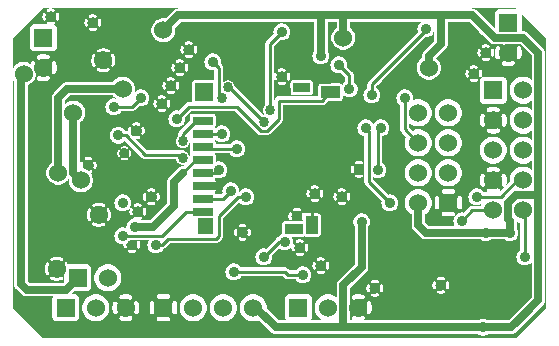
<source format=gbr>
G04 start of page 3 for group 1 idx 1 *
G04 Title: riffle, ground *
G04 Creator: pcb 20140316 *
G04 CreationDate: Fri 18 Apr 2014 05:49:52 PM GMT UTC *
G04 For: ben *
G04 Format: Gerber/RS-274X *
G04 PCB-Dimensions (mil): 6000.00 5000.00 *
G04 PCB-Coordinate-Origin: lower left *
%MOIN*%
%FSLAX25Y25*%
%LNBOTTOM*%
%ADD44C,0.0380*%
%ADD43C,0.0150*%
%ADD42C,0.0200*%
%ADD41C,0.0350*%
%ADD40C,0.0340*%
%ADD39C,0.0360*%
%ADD38R,0.0394X0.0394*%
%ADD37R,0.0276X0.0276*%
%ADD36R,0.0315X0.0315*%
%ADD35C,0.0600*%
%ADD34C,0.0100*%
%ADD33C,0.0250*%
%ADD32C,0.0001*%
G54D32*G36*
X213642Y271250D02*X227412D01*
X227500Y271243D01*
X227588Y271250D01*
X272323D01*
X272349Y271228D01*
X272725Y270997D01*
X273132Y270829D01*
X273561Y270726D01*
X274000Y270691D01*
X274439Y270726D01*
X274868Y270829D01*
X275275Y270997D01*
X275651Y271228D01*
X275677Y271250D01*
X283412D01*
X283500Y271243D01*
X283853Y271271D01*
X283853Y271271D01*
X284197Y271354D01*
X284525Y271489D01*
X284827Y271674D01*
X285096Y271904D01*
X285153Y271971D01*
X294029Y280847D01*
X294096Y280904D01*
X294326Y281173D01*
X294326Y281173D01*
X294511Y281475D01*
X294646Y281803D01*
X294729Y282147D01*
X294757Y282500D01*
X294750Y282588D01*
Y317412D01*
X294757Y317500D01*
X294750Y317588D01*
Y364912D01*
X294757Y365000D01*
X294729Y365353D01*
X294729Y365353D01*
X294646Y365697D01*
X294511Y366025D01*
X294326Y366327D01*
X294096Y366596D01*
X294029Y366653D01*
X289153Y371529D01*
X289096Y371596D01*
X288827Y371826D01*
X288525Y372011D01*
X288197Y372146D01*
X287853Y372229D01*
X287853Y372229D01*
X287500Y372257D01*
X287412Y372250D01*
X286999D01*
X286987Y378013D01*
X295000Y370000D01*
Y280000D01*
X285000Y270000D01*
X213642D01*
Y271250D01*
G37*
G36*
X275001Y302191D02*X275439Y302226D01*
X275868Y302329D01*
X276275Y302497D01*
X276651Y302728D01*
X276677Y302750D01*
X281323D01*
X281349Y302728D01*
X281725Y302497D01*
X282132Y302329D01*
X282561Y302226D01*
X283000Y302191D01*
X283439Y302226D01*
X283868Y302329D01*
X284275Y302497D01*
X284651Y302728D01*
X284986Y303014D01*
X285272Y303349D01*
X285503Y303725D01*
X285671Y304132D01*
X285774Y304561D01*
X285800Y305000D01*
X285774Y305439D01*
X285671Y305868D01*
X285503Y306275D01*
X285272Y306651D01*
X285250Y306677D01*
Y308601D01*
X285451Y308478D01*
X286105Y308207D01*
X286500Y308112D01*
Y299365D01*
X286349Y299272D01*
X286014Y298986D01*
X285728Y298651D01*
X285497Y298275D01*
X285329Y297868D01*
X285226Y297439D01*
X285191Y297000D01*
X285226Y296561D01*
X285329Y296132D01*
X285497Y295725D01*
X285728Y295349D01*
X286014Y295014D01*
X286349Y294728D01*
X286725Y294497D01*
X287132Y294329D01*
X287561Y294226D01*
X288000Y294191D01*
X288439Y294226D01*
X288868Y294329D01*
X289275Y294497D01*
X289651Y294728D01*
X289986Y295014D01*
X290250Y295323D01*
Y283432D01*
X282568Y275750D01*
X275677D01*
X275651Y275772D01*
X275275Y276003D01*
X275001Y276116D01*
Y302191D01*
G37*
G36*
X286113Y328205D02*X286794Y328042D01*
X287500Y327986D01*
X288206Y328042D01*
X288895Y328207D01*
X289549Y328478D01*
X290153Y328848D01*
X290250Y328931D01*
Y326069D01*
X290153Y326152D01*
X289549Y326522D01*
X288895Y326793D01*
X288206Y326958D01*
X287500Y327014D01*
X286794Y326958D01*
X286113Y326795D01*
Y328205D01*
G37*
G36*
Y338205D02*X286794Y338042D01*
X287500Y337986D01*
X288206Y338042D01*
X288895Y338207D01*
X289549Y338478D01*
X290153Y338848D01*
X290250Y338931D01*
Y336069D01*
X290153Y336152D01*
X289549Y336522D01*
X288895Y336793D01*
X288206Y336958D01*
X287500Y337014D01*
X286794Y336958D01*
X286113Y336795D01*
Y338205D01*
G37*
G36*
Y348205D02*X286794Y348042D01*
X287500Y347986D01*
X288206Y348042D01*
X288895Y348207D01*
X289549Y348478D01*
X290153Y348848D01*
X290250Y348931D01*
Y346069D01*
X290153Y346152D01*
X289549Y346522D01*
X288895Y346793D01*
X288206Y346958D01*
X287500Y347014D01*
X286794Y346958D01*
X286113Y346795D01*
Y348205D01*
G37*
G36*
Y367750D02*X286568D01*
X290250Y364068D01*
Y356069D01*
X290153Y356152D01*
X289549Y356522D01*
X288895Y356793D01*
X288206Y356958D01*
X287500Y357014D01*
X286794Y356958D01*
X286113Y356795D01*
Y362853D01*
X286156Y362860D01*
X286268Y362897D01*
X286373Y362952D01*
X286468Y363022D01*
X286551Y363106D01*
X286619Y363202D01*
X286670Y363308D01*
X286818Y363716D01*
X286922Y364137D01*
X286984Y364567D01*
X287005Y365000D01*
X286984Y365433D01*
X286922Y365863D01*
X286818Y366284D01*
X286675Y366694D01*
X286622Y366800D01*
X286553Y366896D01*
X286470Y366981D01*
X286375Y367051D01*
X286269Y367106D01*
X286157Y367143D01*
X286113Y367151D01*
Y367750D01*
G37*
G36*
X282502D02*X283716D01*
X283739Y367742D01*
X283856Y367725D01*
X283974Y367725D01*
X284091Y367745D01*
X284107Y367750D01*
X286113D01*
Y367151D01*
X286040Y367163D01*
X285921Y367164D01*
X285804Y367146D01*
X285691Y367110D01*
X285585Y367057D01*
X285488Y366988D01*
X285404Y366905D01*
X285333Y366809D01*
X285279Y366704D01*
X285241Y366592D01*
X285222Y366475D01*
X285221Y366356D01*
X285239Y366239D01*
X285277Y366126D01*
X285376Y365855D01*
X285444Y365575D01*
X285486Y365289D01*
X285500Y365000D01*
X285486Y364711D01*
X285444Y364425D01*
X285376Y364145D01*
X285280Y363872D01*
X285242Y363761D01*
X285225Y363644D01*
X285225Y363526D01*
X285245Y363409D01*
X285282Y363297D01*
X285336Y363193D01*
X285406Y363098D01*
X285491Y363015D01*
X285587Y362946D01*
X285692Y362893D01*
X285805Y362857D01*
X285921Y362840D01*
X286039Y362841D01*
X286113Y362853D01*
Y356795D01*
X286105Y356793D01*
X285451Y356522D01*
X284847Y356152D01*
X284308Y355692D01*
X283848Y355153D01*
X283478Y354549D01*
X283207Y353895D01*
X283042Y353206D01*
X282986Y352500D01*
X283042Y351794D01*
X283207Y351105D01*
X283478Y350451D01*
X283848Y349847D01*
X284308Y349308D01*
X284847Y348848D01*
X285451Y348478D01*
X286105Y348207D01*
X286113Y348205D01*
Y346795D01*
X286105Y346793D01*
X285451Y346522D01*
X284847Y346152D01*
X284308Y345692D01*
X283848Y345153D01*
X283478Y344549D01*
X283207Y343895D01*
X283042Y343206D01*
X282986Y342500D01*
X283042Y341794D01*
X283207Y341105D01*
X283478Y340451D01*
X283848Y339847D01*
X284308Y339308D01*
X284847Y338848D01*
X285451Y338478D01*
X286105Y338207D01*
X286113Y338205D01*
Y336795D01*
X286105Y336793D01*
X285451Y336522D01*
X284847Y336152D01*
X284308Y335692D01*
X283848Y335153D01*
X283478Y334549D01*
X283207Y333895D01*
X283042Y333206D01*
X282986Y332500D01*
X283042Y331794D01*
X283207Y331105D01*
X283478Y330451D01*
X283848Y329847D01*
X284308Y329308D01*
X284847Y328848D01*
X285451Y328478D01*
X286105Y328207D01*
X286113Y328205D01*
Y326795D01*
X286105Y326793D01*
X285451Y326522D01*
X284847Y326152D01*
X284308Y325692D01*
X283848Y325153D01*
X283478Y324549D01*
X283207Y323895D01*
X283042Y323206D01*
X282986Y322500D01*
X283015Y322136D01*
X282502Y321623D01*
Y360495D01*
X282933Y360516D01*
X283363Y360578D01*
X283784Y360682D01*
X284194Y360825D01*
X284300Y360878D01*
X284396Y360947D01*
X284481Y361030D01*
X284551Y361125D01*
X284606Y361231D01*
X284643Y361343D01*
X284663Y361460D01*
X284664Y361579D01*
X284646Y361696D01*
X284610Y361809D01*
X284557Y361915D01*
X284488Y362012D01*
X284405Y362096D01*
X284309Y362167D01*
X284204Y362221D01*
X284092Y362259D01*
X283975Y362278D01*
X283856Y362279D01*
X283739Y362261D01*
X283626Y362223D01*
X283355Y362124D01*
X283075Y362056D01*
X282789Y362014D01*
X282502Y362000D01*
Y367750D01*
G37*
G36*
X281113Y320353D02*X281156Y320360D01*
X281268Y320397D01*
X281285Y320406D01*
X281113Y320234D01*
Y320353D01*
G37*
G36*
Y360719D02*X281216Y360682D01*
X281637Y360578D01*
X282067Y360516D01*
X282500Y360495D01*
X282502Y360495D01*
Y321623D01*
X281654Y320776D01*
X281670Y320808D01*
X281818Y321216D01*
X281922Y321637D01*
X281984Y322067D01*
X282005Y322500D01*
X281984Y322933D01*
X281922Y323363D01*
X281818Y323784D01*
X281675Y324194D01*
X281622Y324300D01*
X281553Y324396D01*
X281470Y324481D01*
X281375Y324551D01*
X281269Y324606D01*
X281157Y324643D01*
X281113Y324651D01*
Y329802D01*
X281152Y329847D01*
X281522Y330451D01*
X281793Y331105D01*
X281958Y331794D01*
X282000Y332500D01*
X281958Y333206D01*
X281793Y333895D01*
X281522Y334549D01*
X281152Y335153D01*
X281113Y335198D01*
Y340353D01*
X281156Y340360D01*
X281268Y340397D01*
X281373Y340452D01*
X281468Y340522D01*
X281551Y340606D01*
X281619Y340702D01*
X281670Y340808D01*
X281818Y341216D01*
X281922Y341637D01*
X281984Y342067D01*
X282005Y342500D01*
X281984Y342933D01*
X281922Y343363D01*
X281818Y343784D01*
X281675Y344194D01*
X281622Y344300D01*
X281553Y344396D01*
X281470Y344481D01*
X281375Y344551D01*
X281269Y344606D01*
X281157Y344643D01*
X281113Y344651D01*
Y348130D01*
X281183Y348159D01*
X281384Y348283D01*
X281564Y348436D01*
X281717Y348616D01*
X281841Y348817D01*
X281931Y349035D01*
X281986Y349265D01*
X282000Y349500D01*
X281986Y355735D01*
X281931Y355965D01*
X281841Y356183D01*
X281717Y356384D01*
X281564Y356564D01*
X281384Y356717D01*
X281183Y356841D01*
X281113Y356870D01*
Y360719D01*
G37*
G36*
Y367721D02*X281144Y367721D01*
X281261Y367739D01*
X281295Y367750D01*
X282502D01*
Y362000D01*
X282500Y362000D01*
X282211Y362014D01*
X281925Y362056D01*
X281645Y362124D01*
X281372Y362220D01*
X281261Y362258D01*
X281144Y362275D01*
X281113Y362275D01*
Y367721D01*
G37*
G36*
Y335198D02*X280692Y335692D01*
X280153Y336152D01*
X279549Y336522D01*
X278895Y336793D01*
X278887Y336795D01*
Y338218D01*
X279194Y338325D01*
X279300Y338378D01*
X279396Y338447D01*
X279481Y338530D01*
X279551Y338625D01*
X279606Y338731D01*
X279643Y338843D01*
X279663Y338960D01*
X279664Y339079D01*
X279646Y339196D01*
X279610Y339309D01*
X279557Y339415D01*
X279488Y339512D01*
X279405Y339596D01*
X279309Y339667D01*
X279204Y339721D01*
X279092Y339759D01*
X278975Y339778D01*
X278887Y339779D01*
Y345225D01*
X278974Y345225D01*
X279091Y345245D01*
X279203Y345282D01*
X279307Y345336D01*
X279402Y345406D01*
X279485Y345491D01*
X279554Y345587D01*
X279607Y345692D01*
X279643Y345805D01*
X279660Y345921D01*
X279659Y346039D01*
X279640Y346156D01*
X279603Y346268D01*
X279548Y346373D01*
X279478Y346468D01*
X279394Y346551D01*
X279298Y346619D01*
X279192Y346670D01*
X278887Y346781D01*
Y348010D01*
X280735Y348014D01*
X280965Y348069D01*
X281113Y348130D01*
Y344651D01*
X281040Y344663D01*
X280921Y344664D01*
X280804Y344646D01*
X280691Y344610D01*
X280585Y344557D01*
X280488Y344488D01*
X280404Y344405D01*
X280333Y344309D01*
X280279Y344204D01*
X280241Y344092D01*
X280222Y343975D01*
X280221Y343856D01*
X280239Y343739D01*
X280277Y343626D01*
X280376Y343355D01*
X280444Y343075D01*
X280486Y342789D01*
X280500Y342500D01*
X280486Y342211D01*
X280444Y341925D01*
X280376Y341645D01*
X280280Y341372D01*
X280242Y341261D01*
X280225Y341144D01*
X280225Y341026D01*
X280245Y340909D01*
X280282Y340797D01*
X280336Y340693D01*
X280406Y340598D01*
X280491Y340515D01*
X280587Y340446D01*
X280692Y340393D01*
X280805Y340357D01*
X280921Y340340D01*
X281039Y340341D01*
X281113Y340353D01*
Y335198D01*
G37*
G36*
Y324651D02*X281040Y324663D01*
X280921Y324664D01*
X280804Y324646D01*
X280691Y324610D01*
X280585Y324557D01*
X280488Y324488D01*
X280404Y324405D01*
X280333Y324309D01*
X280279Y324204D01*
X280241Y324092D01*
X280222Y323975D01*
X280221Y323856D01*
X280239Y323739D01*
X280277Y323626D01*
X280376Y323355D01*
X280444Y323075D01*
X280486Y322789D01*
X280500Y322500D01*
X280486Y322211D01*
X280444Y321925D01*
X280376Y321645D01*
X280280Y321372D01*
X280242Y321261D01*
X280225Y321144D01*
X280225Y321026D01*
X280245Y320909D01*
X280282Y320797D01*
X280336Y320693D01*
X280406Y320598D01*
X280491Y320515D01*
X280587Y320446D01*
X280692Y320393D01*
X280805Y320357D01*
X280921Y320340D01*
X281039Y320341D01*
X281113Y320353D01*
Y320234D01*
X279602Y318723D01*
X279606Y318731D01*
X279643Y318843D01*
X279663Y318960D01*
X279664Y319079D01*
X279646Y319196D01*
X279610Y319309D01*
X279557Y319415D01*
X279488Y319512D01*
X279405Y319596D01*
X279309Y319667D01*
X279204Y319721D01*
X279092Y319759D01*
X278975Y319778D01*
X278887Y319779D01*
Y325225D01*
X278974Y325225D01*
X279091Y325245D01*
X279203Y325282D01*
X279307Y325336D01*
X279402Y325406D01*
X279485Y325491D01*
X279554Y325587D01*
X279607Y325692D01*
X279643Y325805D01*
X279660Y325921D01*
X279659Y326039D01*
X279640Y326156D01*
X279603Y326268D01*
X279548Y326373D01*
X279478Y326468D01*
X279394Y326551D01*
X279298Y326619D01*
X279192Y326670D01*
X278887Y326781D01*
Y328205D01*
X278895Y328207D01*
X279549Y328478D01*
X280153Y328848D01*
X280692Y329308D01*
X281113Y329802D01*
Y324651D01*
G37*
G36*
X278887Y367750D02*X280882D01*
X280908Y367741D01*
X281025Y367722D01*
X281113Y367721D01*
Y362275D01*
X281026Y362275D01*
X280909Y362255D01*
X280797Y362218D01*
X280693Y362164D01*
X280598Y362094D01*
X280515Y362009D01*
X280446Y361913D01*
X280393Y361808D01*
X280357Y361695D01*
X280340Y361579D01*
X280341Y361461D01*
X280360Y361344D01*
X280397Y361232D01*
X280452Y361127D01*
X280522Y361032D01*
X280606Y360949D01*
X280702Y360881D01*
X280808Y360830D01*
X281113Y360719D01*
Y356870D01*
X280965Y356931D01*
X280735Y356986D01*
X280500Y357000D01*
X278887Y356996D01*
Y362849D01*
X278960Y362837D01*
X279079Y362836D01*
X279196Y362854D01*
X279309Y362890D01*
X279415Y362943D01*
X279512Y363012D01*
X279596Y363095D01*
X279667Y363191D01*
X279721Y363296D01*
X279759Y363408D01*
X279778Y363525D01*
X279779Y363644D01*
X279761Y363761D01*
X279723Y363874D01*
X279624Y364145D01*
X279556Y364425D01*
X279514Y364711D01*
X279500Y365000D01*
X279514Y365289D01*
X279556Y365575D01*
X279624Y365855D01*
X279720Y366128D01*
X279758Y366239D01*
X279775Y366356D01*
X279775Y366474D01*
X279755Y366591D01*
X279718Y366703D01*
X279664Y366807D01*
X279594Y366902D01*
X279509Y366985D01*
X279413Y367054D01*
X279308Y367107D01*
X279195Y367143D01*
X279079Y367160D01*
X278961Y367159D01*
X278887Y367147D01*
Y367750D01*
G37*
G36*
Y346781D02*X278784Y346818D01*
X278363Y346922D01*
X277933Y346984D01*
X277500Y347005D01*
X277230Y346992D01*
Y348006D01*
X278887Y348010D01*
Y346781D01*
G37*
G36*
Y339779D02*X278856Y339779D01*
X278739Y339761D01*
X278626Y339723D01*
X278355Y339624D01*
X278075Y339556D01*
X277789Y339514D01*
X277500Y339500D01*
X277230Y339513D01*
Y345487D01*
X277500Y345500D01*
X277789Y345486D01*
X278075Y345444D01*
X278355Y345376D01*
X278628Y345280D01*
X278739Y345242D01*
X278856Y345225D01*
X278887Y345225D01*
Y339779D01*
G37*
G36*
Y336795D02*X278206Y336958D01*
X277500Y337014D01*
X277230Y336993D01*
Y338008D01*
X277500Y337995D01*
X277933Y338016D01*
X278363Y338078D01*
X278784Y338182D01*
X278887Y338218D01*
Y336795D01*
G37*
G36*
Y326781D02*X278784Y326818D01*
X278363Y326922D01*
X277933Y326984D01*
X277500Y327005D01*
X277230Y326992D01*
Y328007D01*
X277500Y327986D01*
X278206Y328042D01*
X278887Y328205D01*
Y326781D01*
G37*
G36*
Y319779D02*X278856Y319779D01*
X278739Y319761D01*
X278626Y319723D01*
X278355Y319624D01*
X278075Y319556D01*
X277789Y319514D01*
X277500Y319500D01*
X277230Y319513D01*
Y325487D01*
X277500Y325500D01*
X277789Y325486D01*
X278075Y325444D01*
X278355Y325376D01*
X278628Y325280D01*
X278739Y325242D01*
X278856Y325225D01*
X278887Y325225D01*
Y319779D01*
G37*
G36*
X277230Y367884D02*X277303Y367854D01*
X277647Y367771D01*
X277647D01*
X278000Y367743D01*
X278088Y367750D01*
X278887D01*
Y367147D01*
X278844Y367140D01*
X278732Y367103D01*
X278627Y367048D01*
X278532Y366978D01*
X278449Y366894D01*
X278381Y366798D01*
X278330Y366692D01*
X278182Y366284D01*
X278078Y365863D01*
X278016Y365433D01*
X277995Y365000D01*
X278016Y364567D01*
X278078Y364137D01*
X278182Y363716D01*
X278325Y363306D01*
X278378Y363200D01*
X278447Y363104D01*
X278530Y363019D01*
X278625Y362949D01*
X278731Y362894D01*
X278843Y362857D01*
X278887Y362849D01*
Y356996D01*
X277230Y356993D01*
Y363714D01*
X277298Y363728D01*
X277371Y363755D01*
X277440Y363794D01*
X277502Y363843D01*
X277555Y363901D01*
X277598Y363966D01*
X277630Y364038D01*
X277706Y364271D01*
X277760Y364511D01*
X277792Y364755D01*
X277803Y365000D01*
X277792Y365245D01*
X277760Y365489D01*
X277706Y365729D01*
X277632Y365963D01*
X277600Y366035D01*
X277556Y366100D01*
X277503Y366159D01*
X277441Y366208D01*
X277372Y366246D01*
X277298Y366274D01*
X277230Y366288D01*
Y367884D01*
G37*
G36*
Y336993D02*X276794Y336958D01*
X276105Y336793D01*
X275451Y336522D01*
X275001Y336246D01*
Y348001D01*
X277230Y348006D01*
Y346992D01*
X277067Y346984D01*
X276637Y346922D01*
X276216Y346818D01*
X275806Y346675D01*
X275700Y346622D01*
X275604Y346553D01*
X275519Y346470D01*
X275449Y346375D01*
X275394Y346269D01*
X275357Y346157D01*
X275337Y346040D01*
X275336Y345921D01*
X275354Y345804D01*
X275390Y345691D01*
X275443Y345585D01*
X275512Y345488D01*
X275595Y345404D01*
X275691Y345333D01*
X275796Y345279D01*
X275908Y345241D01*
X276025Y345222D01*
X276144Y345221D01*
X276261Y345239D01*
X276374Y345277D01*
X276645Y345376D01*
X276925Y345444D01*
X277211Y345486D01*
X277230Y345487D01*
Y339513D01*
X277211Y339514D01*
X276925Y339556D01*
X276645Y339624D01*
X276372Y339720D01*
X276261Y339758D01*
X276144Y339775D01*
X276026Y339775D01*
X275909Y339755D01*
X275797Y339718D01*
X275693Y339664D01*
X275598Y339594D01*
X275515Y339509D01*
X275446Y339413D01*
X275393Y339308D01*
X275357Y339195D01*
X275340Y339079D01*
X275341Y338961D01*
X275360Y338844D01*
X275397Y338732D01*
X275452Y338627D01*
X275522Y338532D01*
X275606Y338449D01*
X275702Y338381D01*
X275808Y338330D01*
X276216Y338182D01*
X276637Y338078D01*
X277067Y338016D01*
X277230Y338008D01*
Y336993D01*
G37*
G36*
Y319513D02*X277211Y319514D01*
X276925Y319556D01*
X276645Y319624D01*
X276372Y319720D01*
X276261Y319758D01*
X276144Y319775D01*
X276026Y319775D01*
X275909Y319755D01*
X275797Y319718D01*
X275693Y319664D01*
X275598Y319594D01*
X275515Y319509D01*
X275446Y319413D01*
X275393Y319308D01*
X275357Y319195D01*
X275340Y319079D01*
X275341Y318961D01*
X275360Y318844D01*
X275397Y318732D01*
X275452Y318627D01*
X275522Y318532D01*
X275555Y318500D01*
X275001D01*
Y328754D01*
X275451Y328478D01*
X276105Y328207D01*
X276794Y328042D01*
X277230Y328007D01*
Y326992D01*
X277067Y326984D01*
X276637Y326922D01*
X276216Y326818D01*
X275806Y326675D01*
X275700Y326622D01*
X275604Y326553D01*
X275519Y326470D01*
X275449Y326375D01*
X275394Y326269D01*
X275357Y326157D01*
X275337Y326040D01*
X275336Y325921D01*
X275354Y325804D01*
X275390Y325691D01*
X275443Y325585D01*
X275512Y325488D01*
X275595Y325404D01*
X275691Y325333D01*
X275796Y325279D01*
X275908Y325241D01*
X276025Y325222D01*
X276144Y325221D01*
X276261Y325239D01*
X276374Y325277D01*
X276645Y325376D01*
X276925Y325444D01*
X277211Y325486D01*
X277230Y325487D01*
Y319513D01*
G37*
G36*
X275001Y369817D02*X276347Y368471D01*
X276404Y368404D01*
X276673Y368174D01*
X276673Y368174D01*
X276861Y368059D01*
X276975Y367989D01*
X277230Y367884D01*
Y366288D01*
X277221Y366290D01*
X277142Y366293D01*
X277063Y366284D01*
X276987Y366263D01*
X276915Y366230D01*
X276850Y366186D01*
X276791Y366133D01*
X276742Y366071D01*
X276704Y366002D01*
X276676Y365928D01*
X276660Y365851D01*
X276657Y365772D01*
X276666Y365693D01*
X276689Y365618D01*
X276738Y365468D01*
X276772Y365314D01*
X276793Y365158D01*
X276800Y365000D01*
X276793Y364842D01*
X276772Y364686D01*
X276738Y364532D01*
X276690Y364382D01*
X276668Y364306D01*
X276659Y364228D01*
X276662Y364150D01*
X276678Y364073D01*
X276705Y363999D01*
X276744Y363930D01*
X276793Y363869D01*
X276851Y363815D01*
X276916Y363772D01*
X276988Y363739D01*
X277064Y363718D01*
X277142Y363709D01*
X277220Y363712D01*
X277230Y363714D01*
Y356993D01*
X275001Y356988D01*
Y362197D01*
X275245Y362208D01*
X275489Y362240D01*
X275729Y362294D01*
X275963Y362368D01*
X276035Y362400D01*
X276100Y362444D01*
X276159Y362497D01*
X276208Y362559D01*
X276246Y362628D01*
X276274Y362702D01*
X276290Y362779D01*
X276293Y362858D01*
X276284Y362937D01*
X276263Y363013D01*
X276230Y363085D01*
X276186Y363150D01*
X276133Y363209D01*
X276071Y363258D01*
X276002Y363296D01*
X275928Y363324D01*
X275851Y363340D01*
X275772Y363343D01*
X275693Y363334D01*
X275618Y363311D01*
X275468Y363262D01*
X275314Y363228D01*
X275158Y363207D01*
X275001Y363200D01*
Y366800D01*
X275158Y366793D01*
X275314Y366772D01*
X275468Y366738D01*
X275618Y366690D01*
X275694Y366668D01*
X275772Y366659D01*
X275850Y366662D01*
X275927Y366678D01*
X276001Y366705D01*
X276070Y366744D01*
X276131Y366793D01*
X276185Y366851D01*
X276228Y366916D01*
X276261Y366988D01*
X276282Y367064D01*
X276291Y367142D01*
X276288Y367220D01*
X276272Y367298D01*
X276245Y367371D01*
X276206Y367440D01*
X276157Y367502D01*
X276099Y367555D01*
X276034Y367598D01*
X275962Y367630D01*
X275729Y367706D01*
X275489Y367760D01*
X275245Y367792D01*
X275001Y367803D01*
Y369817D01*
G37*
G36*
X272770Y358324D02*X272772Y358314D01*
X272793Y358158D01*
X272800Y358000D01*
X272793Y357842D01*
X272772Y357686D01*
X272770Y357676D01*
Y358324D01*
G37*
G36*
Y302750D02*X273323D01*
X273349Y302728D01*
X273725Y302497D01*
X274132Y302329D01*
X274561Y302226D01*
X275000Y302191D01*
X275001Y302191D01*
Y276116D01*
X274868Y276171D01*
X274439Y276274D01*
X274000Y276309D01*
X273561Y276274D01*
X273132Y276171D01*
X272770Y276021D01*
Y302750D01*
G37*
G36*
Y314305D02*X272868Y314329D01*
X273275Y314497D01*
X273549Y314666D01*
X273478Y314549D01*
X273251Y314000D01*
X272770D01*
Y314305D01*
G37*
G36*
X273887Y329802D02*X274308Y329308D01*
X274847Y328848D01*
X275001Y328754D01*
Y318500D01*
X274365D01*
X274272Y318651D01*
X273986Y318986D01*
X273887Y319071D01*
Y320349D01*
X273960Y320337D01*
X274079Y320336D01*
X274196Y320354D01*
X274309Y320390D01*
X274415Y320443D01*
X274512Y320512D01*
X274596Y320595D01*
X274667Y320691D01*
X274721Y320796D01*
X274759Y320908D01*
X274778Y321025D01*
X274779Y321144D01*
X274761Y321261D01*
X274723Y321374D01*
X274624Y321645D01*
X274556Y321925D01*
X274514Y322211D01*
X274500Y322500D01*
X274514Y322789D01*
X274556Y323075D01*
X274624Y323355D01*
X274720Y323628D01*
X274758Y323739D01*
X274775Y323856D01*
X274775Y323974D01*
X274755Y324091D01*
X274718Y324203D01*
X274664Y324307D01*
X274594Y324402D01*
X274509Y324485D01*
X274413Y324554D01*
X274308Y324607D01*
X274195Y324643D01*
X274079Y324660D01*
X273961Y324659D01*
X273887Y324647D01*
Y329802D01*
G37*
G36*
Y348130D02*X274035Y348069D01*
X274265Y348014D01*
X274500Y348000D01*
X275001Y348001D01*
Y336246D01*
X274847Y336152D01*
X274308Y335692D01*
X273887Y335198D01*
Y340349D01*
X273960Y340337D01*
X274079Y340336D01*
X274196Y340354D01*
X274309Y340390D01*
X274415Y340443D01*
X274512Y340512D01*
X274596Y340595D01*
X274667Y340691D01*
X274721Y340796D01*
X274759Y340908D01*
X274778Y341025D01*
X274779Y341144D01*
X274761Y341261D01*
X274723Y341374D01*
X274624Y341645D01*
X274556Y341925D01*
X274514Y342211D01*
X274500Y342500D01*
X274514Y342789D01*
X274556Y343075D01*
X274624Y343355D01*
X274720Y343628D01*
X274758Y343739D01*
X274775Y343856D01*
X274775Y343974D01*
X274755Y344091D01*
X274718Y344203D01*
X274664Y344307D01*
X274594Y344402D01*
X274509Y344485D01*
X274413Y344554D01*
X274308Y344607D01*
X274195Y344643D01*
X274079Y344660D01*
X273961Y344659D01*
X273887Y344647D01*
Y348130D01*
G37*
G36*
Y362458D02*X273901Y362445D01*
X273966Y362402D01*
X274038Y362370D01*
X274271Y362294D01*
X274511Y362240D01*
X274755Y362208D01*
X275000Y362197D01*
X275001Y362197D01*
Y356988D01*
X274265Y356986D01*
X274035Y356931D01*
X273887Y356870D01*
Y362458D01*
G37*
G36*
Y366776D02*X273929Y366742D01*
X273998Y366704D01*
X274072Y366676D01*
X274149Y366660D01*
X274228Y366657D01*
X274307Y366666D01*
X274382Y366689D01*
X274532Y366738D01*
X274686Y366772D01*
X274842Y366793D01*
X275000Y366800D01*
X275001Y366800D01*
Y363200D01*
X275000Y363200D01*
X274842Y363207D01*
X274686Y363228D01*
X274532Y363262D01*
X274382Y363310D01*
X274306Y363332D01*
X274228Y363341D01*
X274150Y363338D01*
X274073Y363322D01*
X273999Y363295D01*
X273930Y363256D01*
X273887Y363222D01*
Y366776D01*
G37*
G36*
Y370931D02*X275001Y369817D01*
Y367803D01*
X275000Y367803D01*
X274755Y367792D01*
X274511Y367760D01*
X274271Y367706D01*
X274037Y367632D01*
X273965Y367600D01*
X273900Y367556D01*
X273887Y367545D01*
Y370931D01*
G37*
G36*
X272770Y372048D02*X273887Y370931D01*
Y367545D01*
X273841Y367503D01*
X273792Y367441D01*
X273754Y367372D01*
X273726Y367298D01*
X273710Y367221D01*
X273707Y367142D01*
X273716Y367063D01*
X273737Y366987D01*
X273770Y366915D01*
X273814Y366850D01*
X273867Y366791D01*
X273887Y366776D01*
Y363222D01*
X273869Y363207D01*
X273815Y363149D01*
X273772Y363084D01*
X273739Y363012D01*
X273718Y362936D01*
X273709Y362858D01*
X273712Y362780D01*
X273728Y362702D01*
X273755Y362629D01*
X273794Y362560D01*
X273843Y362498D01*
X273887Y362458D01*
Y356870D01*
X273817Y356841D01*
X273616Y356717D01*
X273436Y356564D01*
X273283Y356384D01*
X273159Y356183D01*
X273069Y355965D01*
X273014Y355735D01*
X273000Y355500D01*
X273014Y349265D01*
X273069Y349035D01*
X273159Y348817D01*
X273283Y348616D01*
X273436Y348436D01*
X273616Y348283D01*
X273817Y348159D01*
X273887Y348130D01*
Y344647D01*
X273844Y344640D01*
X273732Y344603D01*
X273627Y344548D01*
X273532Y344478D01*
X273449Y344394D01*
X273381Y344298D01*
X273330Y344192D01*
X273182Y343784D01*
X273078Y343363D01*
X273016Y342933D01*
X272995Y342500D01*
X273016Y342067D01*
X273078Y341637D01*
X273182Y341216D01*
X273325Y340806D01*
X273378Y340700D01*
X273447Y340604D01*
X273530Y340519D01*
X273625Y340449D01*
X273731Y340394D01*
X273843Y340357D01*
X273887Y340349D01*
Y335198D01*
X273848Y335153D01*
X273478Y334549D01*
X273207Y333895D01*
X273042Y333206D01*
X272986Y332500D01*
X273042Y331794D01*
X273207Y331105D01*
X273478Y330451D01*
X273848Y329847D01*
X273887Y329802D01*
Y324647D01*
X273844Y324640D01*
X273732Y324603D01*
X273627Y324548D01*
X273532Y324478D01*
X273449Y324394D01*
X273381Y324298D01*
X273330Y324192D01*
X273182Y323784D01*
X273078Y323363D01*
X273016Y322933D01*
X272995Y322500D01*
X273016Y322067D01*
X273078Y321637D01*
X273182Y321216D01*
X273325Y320806D01*
X273378Y320700D01*
X273447Y320604D01*
X273530Y320519D01*
X273625Y320449D01*
X273731Y320394D01*
X273843Y320357D01*
X273887Y320349D01*
Y319071D01*
X273651Y319272D01*
X273275Y319503D01*
X272868Y319671D01*
X272770Y319695D01*
Y356897D01*
X272793Y356869D01*
X272851Y356815D01*
X272916Y356772D01*
X272988Y356739D01*
X273064Y356718D01*
X273142Y356709D01*
X273220Y356712D01*
X273298Y356728D01*
X273371Y356755D01*
X273440Y356794D01*
X273502Y356843D01*
X273555Y356901D01*
X273598Y356966D01*
X273630Y357038D01*
X273706Y357271D01*
X273760Y357511D01*
X273792Y357755D01*
X273803Y358000D01*
X273792Y358245D01*
X273760Y358489D01*
X273706Y358729D01*
X273632Y358963D01*
X273600Y359035D01*
X273556Y359100D01*
X273503Y359159D01*
X273441Y359208D01*
X273372Y359246D01*
X273298Y359274D01*
X273221Y359290D01*
X273142Y359293D01*
X273063Y359284D01*
X272987Y359263D01*
X272915Y359230D01*
X272850Y359186D01*
X272791Y359133D01*
X272770Y359106D01*
Y363712D01*
X272779Y363710D01*
X272858Y363707D01*
X272937Y363716D01*
X273013Y363737D01*
X273085Y363770D01*
X273150Y363814D01*
X273209Y363867D01*
X273258Y363929D01*
X273296Y363998D01*
X273324Y364072D01*
X273340Y364149D01*
X273343Y364228D01*
X273334Y364307D01*
X273311Y364382D01*
X273262Y364532D01*
X273228Y364686D01*
X273207Y364842D01*
X273200Y365000D01*
X273207Y365158D01*
X273228Y365314D01*
X273262Y365468D01*
X273310Y365618D01*
X273332Y365694D01*
X273341Y365772D01*
X273338Y365850D01*
X273322Y365927D01*
X273295Y366001D01*
X273256Y366070D01*
X273207Y366131D01*
X273149Y366185D01*
X273084Y366228D01*
X273012Y366261D01*
X272936Y366282D01*
X272858Y366291D01*
X272780Y366288D01*
X272770Y366286D01*
Y372048D01*
G37*
G36*
X271001Y302750D02*X272770D01*
Y276021D01*
X272725Y276003D01*
X272349Y275772D01*
X272323Y275750D01*
X271001D01*
Y302750D01*
G37*
G36*
Y314383D02*X271132Y314329D01*
X271561Y314226D01*
X272000Y314191D01*
X272439Y314226D01*
X272770Y314305D01*
Y314000D01*
X271001D01*
Y314383D01*
G37*
G36*
Y373817D02*X272770Y372048D01*
Y366286D01*
X272702Y366272D01*
X272629Y366245D01*
X272560Y366206D01*
X272498Y366157D01*
X272445Y366099D01*
X272402Y366034D01*
X272370Y365962D01*
X272294Y365729D01*
X272240Y365489D01*
X272208Y365245D01*
X272197Y365000D01*
X272208Y364755D01*
X272240Y364511D01*
X272294Y364271D01*
X272368Y364037D01*
X272400Y363965D01*
X272444Y363900D01*
X272497Y363841D01*
X272559Y363792D01*
X272628Y363754D01*
X272702Y363726D01*
X272770Y363712D01*
Y359106D01*
X272742Y359071D01*
X272704Y359002D01*
X272676Y358928D01*
X272660Y358851D01*
X272657Y358772D01*
X272666Y358693D01*
X272689Y358618D01*
X272738Y358468D01*
X272770Y358324D01*
Y357676D01*
X272738Y357532D01*
X272690Y357382D01*
X272668Y357306D01*
X272659Y357228D01*
X272662Y357150D01*
X272678Y357073D01*
X272705Y356999D01*
X272744Y356930D01*
X272770Y356897D01*
Y319695D01*
X272439Y319774D01*
X272000Y319809D01*
X271561Y319774D01*
X271132Y319671D01*
X271001Y319617D01*
Y355197D01*
X271245Y355208D01*
X271489Y355240D01*
X271729Y355294D01*
X271963Y355368D01*
X272035Y355400D01*
X272100Y355444D01*
X272159Y355497D01*
X272208Y355559D01*
X272246Y355628D01*
X272274Y355702D01*
X272290Y355779D01*
X272293Y355858D01*
X272284Y355937D01*
X272263Y356013D01*
X272230Y356085D01*
X272186Y356150D01*
X272133Y356209D01*
X272071Y356258D01*
X272002Y356296D01*
X271928Y356324D01*
X271851Y356340D01*
X271772Y356343D01*
X271693Y356334D01*
X271618Y356311D01*
X271468Y356262D01*
X271314Y356228D01*
X271158Y356207D01*
X271001Y356200D01*
Y359800D01*
X271158Y359793D01*
X271314Y359772D01*
X271468Y359738D01*
X271618Y359690D01*
X271694Y359668D01*
X271772Y359659D01*
X271850Y359662D01*
X271927Y359678D01*
X272001Y359705D01*
X272070Y359744D01*
X272131Y359793D01*
X272185Y359851D01*
X272228Y359916D01*
X272261Y359988D01*
X272282Y360064D01*
X272291Y360142D01*
X272288Y360220D01*
X272272Y360298D01*
X272245Y360371D01*
X272206Y360440D01*
X272157Y360502D01*
X272099Y360555D01*
X272034Y360598D01*
X271962Y360630D01*
X271729Y360706D01*
X271489Y360760D01*
X271245Y360792D01*
X271001Y360803D01*
Y373817D01*
G37*
G36*
X268770Y302750D02*X271001D01*
Y275750D01*
X268770D01*
Y302750D01*
G37*
G36*
Y375250D02*X269568D01*
X271001Y373817D01*
Y360803D01*
X271000Y360803D01*
X270755Y360792D01*
X270511Y360760D01*
X270271Y360706D01*
X270037Y360632D01*
X269965Y360600D01*
X269900Y360556D01*
X269841Y360503D01*
X269792Y360441D01*
X269754Y360372D01*
X269726Y360298D01*
X269710Y360221D01*
X269707Y360142D01*
X269716Y360063D01*
X269737Y359987D01*
X269770Y359915D01*
X269814Y359850D01*
X269867Y359791D01*
X269929Y359742D01*
X269998Y359704D01*
X270072Y359676D01*
X270149Y359660D01*
X270228Y359657D01*
X270307Y359666D01*
X270382Y359689D01*
X270532Y359738D01*
X270686Y359772D01*
X270842Y359793D01*
X271000Y359800D01*
X271001Y359800D01*
Y356200D01*
X271000Y356200D01*
X270842Y356207D01*
X270686Y356228D01*
X270532Y356262D01*
X270382Y356310D01*
X270306Y356332D01*
X270228Y356341D01*
X270150Y356338D01*
X270073Y356322D01*
X269999Y356295D01*
X269930Y356256D01*
X269869Y356207D01*
X269815Y356149D01*
X269772Y356084D01*
X269739Y356012D01*
X269718Y355936D01*
X269709Y355858D01*
X269712Y355780D01*
X269728Y355702D01*
X269755Y355629D01*
X269794Y355560D01*
X269843Y355498D01*
X269901Y355445D01*
X269966Y355402D01*
X270038Y355370D01*
X270271Y355294D01*
X270511Y355240D01*
X270755Y355208D01*
X271000Y355197D01*
X271001Y355197D01*
Y319617D01*
X270725Y319503D01*
X270349Y319272D01*
X270014Y318986D01*
X269728Y318651D01*
X269497Y318275D01*
X269329Y317868D01*
X269226Y317439D01*
X269191Y317000D01*
X269226Y316561D01*
X269329Y316132D01*
X269497Y315725D01*
X269728Y315349D01*
X270014Y315014D01*
X270349Y314728D01*
X270725Y314497D01*
X271001Y314383D01*
Y314000D01*
X270559D01*
X270500Y314005D01*
X270265Y313986D01*
X270035Y313931D01*
X269817Y313841D01*
X269616Y313717D01*
X269615Y313717D01*
X269436Y313564D01*
X269398Y313519D01*
X268770Y312891D01*
Y356712D01*
X268779Y356710D01*
X268858Y356707D01*
X268937Y356716D01*
X269013Y356737D01*
X269085Y356770D01*
X269150Y356814D01*
X269209Y356867D01*
X269258Y356929D01*
X269296Y356998D01*
X269324Y357072D01*
X269340Y357149D01*
X269343Y357228D01*
X269334Y357307D01*
X269311Y357382D01*
X269262Y357532D01*
X269228Y357686D01*
X269207Y357842D01*
X269200Y358000D01*
X269207Y358158D01*
X269228Y358314D01*
X269262Y358468D01*
X269310Y358618D01*
X269332Y358694D01*
X269341Y358772D01*
X269338Y358850D01*
X269322Y358927D01*
X269295Y359001D01*
X269256Y359070D01*
X269207Y359131D01*
X269149Y359185D01*
X269084Y359228D01*
X269012Y359261D01*
X268936Y359282D01*
X268858Y359291D01*
X268780Y359288D01*
X268770Y359286D01*
Y375250D01*
G37*
G36*
X240230Y315649D02*X240267Y315611D01*
X240230Y315456D01*
Y315649D01*
G37*
G36*
X262230Y302750D02*X268770D01*
Y275750D01*
X262230D01*
Y286214D01*
X262298Y286228D01*
X262371Y286255D01*
X262440Y286294D01*
X262502Y286343D01*
X262555Y286401D01*
X262598Y286466D01*
X262630Y286538D01*
X262706Y286771D01*
X262760Y287011D01*
X262792Y287255D01*
X262803Y287500D01*
X262792Y287745D01*
X262760Y287989D01*
X262706Y288229D01*
X262632Y288463D01*
X262600Y288535D01*
X262556Y288600D01*
X262503Y288659D01*
X262441Y288708D01*
X262372Y288746D01*
X262298Y288774D01*
X262230Y288788D01*
Y302750D01*
G37*
G36*
X260001D02*X262230D01*
Y288788D01*
X262221Y288790D01*
X262142Y288793D01*
X262063Y288784D01*
X261987Y288763D01*
X261915Y288730D01*
X261850Y288686D01*
X261791Y288633D01*
X261742Y288571D01*
X261704Y288502D01*
X261676Y288428D01*
X261660Y288351D01*
X261657Y288272D01*
X261666Y288193D01*
X261689Y288118D01*
X261738Y287968D01*
X261772Y287814D01*
X261793Y287658D01*
X261800Y287500D01*
X261793Y287342D01*
X261772Y287186D01*
X261738Y287032D01*
X261690Y286882D01*
X261668Y286806D01*
X261659Y286728D01*
X261662Y286650D01*
X261678Y286573D01*
X261705Y286499D01*
X261744Y286430D01*
X261793Y286369D01*
X261851Y286315D01*
X261916Y286272D01*
X261988Y286239D01*
X262064Y286218D01*
X262142Y286209D01*
X262220Y286212D01*
X262230Y286214D01*
Y275750D01*
X260001D01*
Y284697D01*
X260245Y284708D01*
X260489Y284740D01*
X260729Y284794D01*
X260963Y284868D01*
X261035Y284900D01*
X261100Y284944D01*
X261159Y284997D01*
X261208Y285059D01*
X261246Y285128D01*
X261274Y285202D01*
X261290Y285279D01*
X261293Y285358D01*
X261284Y285437D01*
X261263Y285513D01*
X261230Y285585D01*
X261186Y285650D01*
X261133Y285709D01*
X261071Y285758D01*
X261002Y285796D01*
X260928Y285824D01*
X260851Y285840D01*
X260772Y285843D01*
X260693Y285834D01*
X260618Y285811D01*
X260468Y285762D01*
X260314Y285728D01*
X260158Y285707D01*
X260001Y285700D01*
Y289300D01*
X260158Y289293D01*
X260314Y289272D01*
X260468Y289238D01*
X260618Y289190D01*
X260694Y289168D01*
X260772Y289159D01*
X260850Y289162D01*
X260927Y289178D01*
X261001Y289205D01*
X261070Y289244D01*
X261131Y289293D01*
X261185Y289351D01*
X261228Y289416D01*
X261261Y289488D01*
X261282Y289564D01*
X261291Y289642D01*
X261288Y289720D01*
X261272Y289798D01*
X261245Y289871D01*
X261206Y289940D01*
X261157Y290002D01*
X261099Y290055D01*
X261034Y290098D01*
X260962Y290130D01*
X260729Y290206D01*
X260489Y290260D01*
X260245Y290292D01*
X260001Y290303D01*
Y302750D01*
G37*
G36*
X266250Y375250D02*X268770D01*
Y359286D01*
X268702Y359272D01*
X268629Y359245D01*
X268560Y359206D01*
X268498Y359157D01*
X268445Y359099D01*
X268402Y359034D01*
X268370Y358962D01*
X268294Y358729D01*
X268240Y358489D01*
X268208Y358245D01*
X268197Y358000D01*
X268208Y357755D01*
X268240Y357511D01*
X268294Y357271D01*
X268368Y357037D01*
X268400Y356965D01*
X268444Y356900D01*
X268497Y356841D01*
X268559Y356792D01*
X268628Y356754D01*
X268702Y356726D01*
X268770Y356712D01*
Y312891D01*
X267611Y311733D01*
X267439Y311774D01*
X267000Y311809D01*
X266561Y311774D01*
X266250Y311699D01*
Y312748D01*
X266368Y312757D01*
X266482Y312785D01*
X266592Y312830D01*
X266692Y312891D01*
X266782Y312968D01*
X266859Y313058D01*
X266920Y313158D01*
X266965Y313268D01*
X266993Y313382D01*
X267000Y313500D01*
Y316500D01*
X266993Y316618D01*
X266965Y316732D01*
X266920Y316842D01*
X266859Y316942D01*
X266782Y317032D01*
X266692Y317109D01*
X266592Y317170D01*
X266482Y317215D01*
X266368Y317243D01*
X266250Y317252D01*
Y322507D01*
X266522Y322951D01*
X266793Y323605D01*
X266958Y324294D01*
X267000Y325000D01*
X266958Y325706D01*
X266793Y326395D01*
X266522Y327049D01*
X266250Y327493D01*
Y332507D01*
X266522Y332951D01*
X266793Y333605D01*
X266958Y334294D01*
X267000Y335000D01*
X266958Y335706D01*
X266793Y336395D01*
X266522Y337049D01*
X266250Y337493D01*
Y342507D01*
X266522Y342951D01*
X266793Y343605D01*
X266958Y344294D01*
X267000Y345000D01*
X266958Y345706D01*
X266793Y346395D01*
X266522Y347049D01*
X266250Y347493D01*
Y375250D01*
G37*
G36*
Y337493D02*X266152Y337653D01*
X265692Y338192D01*
X265153Y338652D01*
X264549Y339022D01*
X263895Y339293D01*
X263206Y339458D01*
X262500Y339514D01*
Y340486D01*
X263206Y340542D01*
X263895Y340707D01*
X264549Y340978D01*
X265153Y341348D01*
X265692Y341808D01*
X266152Y342347D01*
X266250Y342507D01*
Y337493D01*
G37*
G36*
Y327493D02*X266152Y327653D01*
X265692Y328192D01*
X265153Y328652D01*
X264549Y329022D01*
X263895Y329293D01*
X263206Y329458D01*
X262500Y329514D01*
Y330486D01*
X263206Y330542D01*
X263895Y330707D01*
X264549Y330978D01*
X265153Y331348D01*
X265692Y331808D01*
X266152Y332347D01*
X266250Y332507D01*
Y327493D01*
G37*
G36*
Y311699D02*X266132Y311671D01*
X265725Y311503D01*
X265349Y311272D01*
X265014Y310986D01*
X264728Y310651D01*
X264497Y310275D01*
X264329Y309868D01*
X264226Y309439D01*
X264191Y309000D01*
X264226Y308561D01*
X264329Y308132D01*
X264497Y307725D01*
X264728Y307349D01*
X264812Y307250D01*
X262500D01*
Y310500D01*
X264000D01*
X264118Y310507D01*
X264232Y310535D01*
X264342Y310580D01*
X264442Y310641D01*
X264532Y310718D01*
X264609Y310808D01*
X264670Y310908D01*
X264715Y311018D01*
X264743Y311132D01*
X264752Y311250D01*
X264743Y311368D01*
X264715Y311482D01*
X264670Y311592D01*
X264609Y311692D01*
X264532Y311782D01*
X264442Y311859D01*
X264342Y311920D01*
X264232Y311965D01*
X264118Y311993D01*
X264000Y312000D01*
X262500D01*
Y318000D01*
X264000D01*
X264118Y318007D01*
X264232Y318035D01*
X264342Y318080D01*
X264442Y318141D01*
X264532Y318218D01*
X264609Y318308D01*
X264670Y318408D01*
X264715Y318518D01*
X264743Y318632D01*
X264752Y318750D01*
X264743Y318868D01*
X264715Y318982D01*
X264670Y319092D01*
X264609Y319192D01*
X264532Y319282D01*
X264442Y319359D01*
X264342Y319420D01*
X264232Y319465D01*
X264118Y319493D01*
X264000Y319500D01*
X262500D01*
Y320486D01*
X263206Y320542D01*
X263895Y320707D01*
X264549Y320978D01*
X265153Y321348D01*
X265692Y321808D01*
X266152Y322347D01*
X266250Y322507D01*
Y317252D01*
X266132Y317243D01*
X266018Y317215D01*
X265908Y317170D01*
X265808Y317109D01*
X265718Y317032D01*
X265641Y316942D01*
X265580Y316842D01*
X265535Y316732D01*
X265507Y316618D01*
X265500Y316500D01*
Y313500D01*
X265507Y313382D01*
X265535Y313268D01*
X265580Y313158D01*
X265641Y313058D01*
X265718Y312968D01*
X265808Y312891D01*
X265908Y312830D01*
X266018Y312785D01*
X266132Y312757D01*
X266250Y312748D01*
Y311699D01*
G37*
G36*
X262500Y375250D02*X266250D01*
Y347493D01*
X266152Y347653D01*
X265692Y348192D01*
X265153Y348652D01*
X264549Y349022D01*
X263895Y349293D01*
X263206Y349458D01*
X262500Y349514D01*
Y375250D01*
G37*
G36*
Y339514D02*X262500D01*
X261794Y339458D01*
X261105Y339293D01*
X260451Y339022D01*
X260001Y338746D01*
Y341254D01*
X260451Y340978D01*
X261105Y340707D01*
X261794Y340542D01*
X262500Y340486D01*
X262500D01*
Y339514D01*
G37*
G36*
Y329514D02*X262500D01*
X261794Y329458D01*
X261105Y329293D01*
X260451Y329022D01*
X260001Y328746D01*
Y331254D01*
X260451Y330978D01*
X261105Y330707D01*
X261794Y330542D01*
X262500Y330486D01*
X262500D01*
Y329514D01*
G37*
G36*
Y307250D02*X260001D01*
Y321254D01*
X260451Y320978D01*
X261105Y320707D01*
X261794Y320542D01*
X262500Y320486D01*
X262500D01*
Y319500D01*
X261000D01*
X260882Y319493D01*
X260768Y319465D01*
X260658Y319420D01*
X260558Y319359D01*
X260468Y319282D01*
X260391Y319192D01*
X260330Y319092D01*
X260285Y318982D01*
X260257Y318868D01*
X260248Y318750D01*
X260257Y318632D01*
X260285Y318518D01*
X260330Y318408D01*
X260391Y318308D01*
X260468Y318218D01*
X260558Y318141D01*
X260658Y318080D01*
X260768Y318035D01*
X260882Y318007D01*
X261000Y318000D01*
X262500D01*
Y312000D01*
X261000D01*
X260882Y311993D01*
X260768Y311965D01*
X260658Y311920D01*
X260558Y311859D01*
X260468Y311782D01*
X260391Y311692D01*
X260330Y311592D01*
X260285Y311482D01*
X260257Y311368D01*
X260248Y311250D01*
X260257Y311132D01*
X260285Y311018D01*
X260330Y310908D01*
X260391Y310808D01*
X260468Y310718D01*
X260558Y310641D01*
X260658Y310580D01*
X260768Y310535D01*
X260882Y310507D01*
X261000Y310500D01*
X262500D01*
Y307250D01*
G37*
G36*
X260001Y364819D02*X261529Y366347D01*
X261596Y366404D01*
X261826Y366673D01*
X261826Y366673D01*
X262011Y366975D01*
X262146Y367303D01*
X262229Y367647D01*
X262257Y368000D01*
X262250Y368088D01*
Y375250D01*
X262500D01*
Y349514D01*
X262500D01*
X261794Y349458D01*
X261105Y349293D01*
X260451Y349022D01*
X260001Y348746D01*
Y364819D01*
G37*
G36*
X257770Y302750D02*X260001D01*
Y290303D01*
X260000Y290303D01*
X259755Y290292D01*
X259511Y290260D01*
X259271Y290206D01*
X259037Y290132D01*
X258965Y290100D01*
X258900Y290056D01*
X258841Y290003D01*
X258792Y289941D01*
X258754Y289872D01*
X258726Y289798D01*
X258710Y289721D01*
X258707Y289642D01*
X258716Y289563D01*
X258737Y289487D01*
X258770Y289415D01*
X258814Y289350D01*
X258867Y289291D01*
X258929Y289242D01*
X258998Y289204D01*
X259072Y289176D01*
X259149Y289160D01*
X259228Y289157D01*
X259307Y289166D01*
X259382Y289189D01*
X259532Y289238D01*
X259686Y289272D01*
X259842Y289293D01*
X260000Y289300D01*
X260001Y289300D01*
Y285700D01*
X260000Y285700D01*
X259842Y285707D01*
X259686Y285728D01*
X259532Y285762D01*
X259382Y285810D01*
X259306Y285832D01*
X259228Y285841D01*
X259150Y285838D01*
X259073Y285822D01*
X258999Y285795D01*
X258930Y285756D01*
X258869Y285707D01*
X258815Y285649D01*
X258772Y285584D01*
X258739Y285512D01*
X258718Y285436D01*
X258709Y285358D01*
X258712Y285280D01*
X258728Y285202D01*
X258755Y285129D01*
X258794Y285060D01*
X258843Y284998D01*
X258901Y284945D01*
X258966Y284902D01*
X259038Y284870D01*
X259271Y284794D01*
X259511Y284740D01*
X259755Y284708D01*
X260000Y284697D01*
X260001Y284697D01*
Y275750D01*
X257770D01*
Y286212D01*
X257779Y286210D01*
X257858Y286207D01*
X257937Y286216D01*
X258013Y286237D01*
X258085Y286270D01*
X258150Y286314D01*
X258209Y286367D01*
X258258Y286429D01*
X258296Y286498D01*
X258324Y286572D01*
X258340Y286649D01*
X258343Y286728D01*
X258334Y286807D01*
X258311Y286882D01*
X258262Y287032D01*
X258228Y287186D01*
X258207Y287342D01*
X258200Y287500D01*
X258207Y287658D01*
X258228Y287814D01*
X258262Y287968D01*
X258310Y288118D01*
X258332Y288194D01*
X258341Y288272D01*
X258338Y288350D01*
X258322Y288427D01*
X258295Y288501D01*
X258256Y288570D01*
X258207Y288631D01*
X258149Y288685D01*
X258084Y288728D01*
X258012Y288761D01*
X257936Y288782D01*
X257858Y288791D01*
X257780Y288788D01*
X257770Y288786D01*
Y302750D01*
G37*
G36*
X258750Y322507D02*X258848Y322347D01*
X259308Y321808D01*
X259847Y321348D01*
X260001Y321254D01*
Y307250D01*
X258750D01*
Y312748D01*
X258868Y312757D01*
X258982Y312785D01*
X259092Y312830D01*
X259192Y312891D01*
X259282Y312968D01*
X259359Y313058D01*
X259420Y313158D01*
X259465Y313268D01*
X259493Y313382D01*
X259500Y313500D01*
Y316500D01*
X259493Y316618D01*
X259465Y316732D01*
X259420Y316842D01*
X259359Y316942D01*
X259282Y317032D01*
X259192Y317109D01*
X259092Y317170D01*
X258982Y317215D01*
X258868Y317243D01*
X258750Y317252D01*
Y322507D01*
G37*
G36*
Y332507D02*X258848Y332347D01*
X259308Y331808D01*
X259847Y331348D01*
X260001Y331254D01*
Y328746D01*
X259847Y328652D01*
X259308Y328192D01*
X258848Y327653D01*
X258750Y327493D01*
Y332507D01*
G37*
G36*
Y342507D02*X258848Y342347D01*
X259308Y341808D01*
X259847Y341348D01*
X260001Y341254D01*
Y338746D01*
X259847Y338652D01*
X259308Y338192D01*
X258848Y337653D01*
X258750Y337493D01*
Y342507D01*
G37*
G36*
Y357088D02*X258837Y357163D01*
X259246Y357642D01*
X259575Y358178D01*
X259816Y358760D01*
X259963Y359372D01*
X260000Y360000D01*
X259963Y360628D01*
X259816Y361240D01*
X259575Y361822D01*
X259246Y362358D01*
X258837Y362837D01*
X258750Y362912D01*
Y363568D01*
X260001Y364819D01*
Y348746D01*
X259847Y348652D01*
X259308Y348192D01*
X258848Y347653D01*
X258750Y347493D01*
Y357088D01*
G37*
G36*
Y362912D02*X258396Y363214D01*
X258750Y363568D01*
Y362912D01*
G37*
G36*
X257770Y356404D02*X257822Y356425D01*
X258358Y356754D01*
X258750Y357088D01*
Y347493D01*
X258478Y347049D01*
X258207Y346395D01*
X258042Y345706D01*
X257986Y345000D01*
X258042Y344294D01*
X258207Y343605D01*
X258478Y342951D01*
X258750Y342507D01*
Y337493D01*
X258478Y337049D01*
X258207Y336395D01*
X258042Y335706D01*
X257986Y335000D01*
X258042Y334294D01*
X258207Y333605D01*
X258478Y332951D01*
X258750Y332507D01*
Y327493D01*
X258478Y327049D01*
X258207Y326395D01*
X258042Y325706D01*
X257986Y325000D01*
X258042Y324294D01*
X258207Y323605D01*
X258478Y322951D01*
X258750Y322507D01*
Y317252D01*
X258632Y317243D01*
X258518Y317215D01*
X258408Y317170D01*
X258308Y317109D01*
X258218Y317032D01*
X258141Y316942D01*
X258080Y316842D01*
X258035Y316732D01*
X258007Y316618D01*
X258000Y316500D01*
Y313500D01*
X258007Y313382D01*
X258035Y313268D01*
X258080Y313158D01*
X258141Y313058D01*
X258218Y312968D01*
X258308Y312891D01*
X258408Y312830D01*
X258518Y312785D01*
X258632Y312757D01*
X258750Y312748D01*
Y307250D01*
X257770D01*
Y356404D01*
G37*
G36*
X251096Y305722D02*X253347Y303471D01*
X253404Y303404D01*
X253673Y303174D01*
X253673Y303174D01*
X253861Y303059D01*
X253975Y302989D01*
X254303Y302854D01*
X254647Y302771D01*
X254647D01*
X255000Y302743D01*
X255088Y302750D01*
X257770D01*
Y288786D01*
X257702Y288772D01*
X257629Y288745D01*
X257560Y288706D01*
X257498Y288657D01*
X257445Y288599D01*
X257402Y288534D01*
X257370Y288462D01*
X257294Y288229D01*
X257240Y287989D01*
X257208Y287745D01*
X257197Y287500D01*
X257208Y287255D01*
X257240Y287011D01*
X257294Y286771D01*
X257368Y286537D01*
X257400Y286465D01*
X257444Y286400D01*
X257497Y286341D01*
X257559Y286292D01*
X257628Y286254D01*
X257702Y286226D01*
X257770Y286212D01*
Y275750D01*
X251096D01*
Y305722D01*
G37*
G36*
Y366474D02*X254826Y370205D01*
X255000Y370191D01*
X255439Y370226D01*
X255868Y370329D01*
X256275Y370497D01*
X256651Y370728D01*
X256986Y371014D01*
X257272Y371349D01*
X257503Y371725D01*
X257671Y372132D01*
X257750Y372460D01*
Y368932D01*
X254471Y365653D01*
X254404Y365596D01*
X254174Y365327D01*
X253989Y365025D01*
X253854Y364697D01*
X253771Y364353D01*
X253771Y364353D01*
X253743Y364000D01*
X253750Y363912D01*
Y363312D01*
X253642Y363246D01*
X253163Y362837D01*
X252754Y362358D01*
X252425Y361822D01*
X252184Y361240D01*
X252037Y360628D01*
X251988Y360000D01*
X252037Y359372D01*
X252184Y358760D01*
X252425Y358178D01*
X252754Y357642D01*
X253163Y357163D01*
X253642Y356754D01*
X254178Y356425D01*
X254760Y356184D01*
X255372Y356037D01*
X256000Y355988D01*
X256628Y356037D01*
X257240Y356184D01*
X257770Y356404D01*
Y307250D01*
X255932D01*
X254750Y308432D01*
Y311101D01*
X255153Y311348D01*
X255692Y311808D01*
X256152Y312347D01*
X256522Y312951D01*
X256793Y313605D01*
X256958Y314294D01*
X257000Y315000D01*
X256958Y315706D01*
X256793Y316395D01*
X256522Y317049D01*
X256152Y317653D01*
X255692Y318192D01*
X255153Y318652D01*
X254549Y319022D01*
X253895Y319293D01*
X253206Y319458D01*
X252500Y319514D01*
X251794Y319458D01*
X251105Y319293D01*
X251096Y319289D01*
Y320711D01*
X251105Y320707D01*
X251794Y320542D01*
X252500Y320486D01*
X253206Y320542D01*
X253895Y320707D01*
X254549Y320978D01*
X255153Y321348D01*
X255692Y321808D01*
X256152Y322347D01*
X256522Y322951D01*
X256793Y323605D01*
X256958Y324294D01*
X257000Y325000D01*
X256958Y325706D01*
X256793Y326395D01*
X256522Y327049D01*
X256152Y327653D01*
X255692Y328192D01*
X255153Y328652D01*
X254549Y329022D01*
X253895Y329293D01*
X253206Y329458D01*
X252500Y329514D01*
X251794Y329458D01*
X251105Y329293D01*
X251096Y329289D01*
Y330711D01*
X251105Y330707D01*
X251794Y330542D01*
X252500Y330486D01*
X253206Y330542D01*
X253895Y330707D01*
X254549Y330978D01*
X255153Y331348D01*
X255692Y331808D01*
X256152Y332347D01*
X256522Y332951D01*
X256793Y333605D01*
X256958Y334294D01*
X257000Y335000D01*
X256958Y335706D01*
X256793Y336395D01*
X256522Y337049D01*
X256152Y337653D01*
X255692Y338192D01*
X255153Y338652D01*
X254549Y339022D01*
X253895Y339293D01*
X253206Y339458D01*
X252500Y339514D01*
X251794Y339458D01*
X251105Y339293D01*
X251096Y339289D01*
Y340711D01*
X251105Y340707D01*
X251794Y340542D01*
X252500Y340486D01*
X253206Y340542D01*
X253895Y340707D01*
X254549Y340978D01*
X255153Y341348D01*
X255692Y341808D01*
X256152Y342347D01*
X256522Y342951D01*
X256793Y343605D01*
X256958Y344294D01*
X257000Y345000D01*
X256958Y345706D01*
X256793Y346395D01*
X256522Y347049D01*
X256152Y347653D01*
X255692Y348192D01*
X255153Y348652D01*
X254549Y349022D01*
X253895Y349293D01*
X253206Y349458D01*
X252500Y349514D01*
X251794Y349458D01*
X251105Y349293D01*
X251096Y349289D01*
Y366474D01*
G37*
G36*
Y339289D02*X250556Y339065D01*
X249500Y340121D01*
Y341644D01*
X249847Y341348D01*
X250451Y340978D01*
X251096Y340711D01*
Y339289D01*
G37*
G36*
X240230Y355609D02*X251096Y366474D01*
Y349289D01*
X250662Y349109D01*
X250671Y349132D01*
X250774Y349561D01*
X250800Y350000D01*
X250774Y350439D01*
X250671Y350868D01*
X250503Y351275D01*
X250272Y351651D01*
X249986Y351986D01*
X249651Y352272D01*
X249275Y352503D01*
X248868Y352671D01*
X248439Y352774D01*
X248000Y352809D01*
X247561Y352774D01*
X247132Y352671D01*
X246725Y352503D01*
X246349Y352272D01*
X246014Y351986D01*
X245728Y351651D01*
X245497Y351275D01*
X245329Y350868D01*
X245226Y350439D01*
X245191Y350000D01*
X245226Y349561D01*
X245329Y349132D01*
X245497Y348725D01*
X245728Y348349D01*
X246014Y348014D01*
X246349Y347728D01*
X246500Y347635D01*
Y339559D01*
X246495Y339500D01*
X246514Y339265D01*
X246569Y339035D01*
X246659Y338817D01*
X246783Y338616D01*
X246936Y338436D01*
X246981Y338398D01*
X248435Y336944D01*
X248207Y336395D01*
X248042Y335706D01*
X247986Y335000D01*
X248042Y334294D01*
X248207Y333605D01*
X248478Y332951D01*
X248848Y332347D01*
X249308Y331808D01*
X249847Y331348D01*
X250451Y330978D01*
X251096Y330711D01*
Y329289D01*
X250451Y329022D01*
X249847Y328652D01*
X249308Y328192D01*
X248848Y327653D01*
X248478Y327049D01*
X248207Y326395D01*
X248042Y325706D01*
X247986Y325000D01*
X248042Y324294D01*
X248207Y323605D01*
X248478Y322951D01*
X248848Y322347D01*
X249308Y321808D01*
X249847Y321348D01*
X250451Y320978D01*
X251096Y320711D01*
Y319289D01*
X250451Y319022D01*
X249847Y318652D01*
X249308Y318192D01*
X248848Y317653D01*
X248478Y317049D01*
X248207Y316395D01*
X248042Y315706D01*
X247986Y315000D01*
X248042Y314294D01*
X248207Y313605D01*
X248478Y312951D01*
X248848Y312347D01*
X249308Y311808D01*
X249847Y311348D01*
X250250Y311101D01*
Y307588D01*
X250243Y307500D01*
X250271Y307147D01*
X250354Y306803D01*
X250489Y306475D01*
X250674Y306173D01*
X250674Y306173D01*
X250904Y305904D01*
X250971Y305847D01*
X251096Y305722D01*
Y275750D01*
X240230D01*
Y285214D01*
X240298Y285228D01*
X240371Y285255D01*
X240440Y285294D01*
X240502Y285343D01*
X240555Y285401D01*
X240598Y285466D01*
X240630Y285538D01*
X240706Y285771D01*
X240760Y286011D01*
X240792Y286255D01*
X240803Y286500D01*
X240792Y286745D01*
X240760Y286989D01*
X240706Y287229D01*
X240632Y287463D01*
X240600Y287535D01*
X240556Y287600D01*
X240503Y287659D01*
X240441Y287708D01*
X240372Y287746D01*
X240298Y287774D01*
X240230Y287788D01*
Y314544D01*
X240329Y314132D01*
X240497Y313725D01*
X240728Y313349D01*
X241014Y313014D01*
X241349Y312728D01*
X241725Y312497D01*
X242132Y312329D01*
X242561Y312226D01*
X243000Y312191D01*
X243439Y312226D01*
X243868Y312329D01*
X244275Y312497D01*
X244651Y312728D01*
X244986Y313014D01*
X245272Y313349D01*
X245503Y313725D01*
X245671Y314132D01*
X245774Y314561D01*
X245800Y315000D01*
X245774Y315439D01*
X245671Y315868D01*
X245503Y316275D01*
X245272Y316651D01*
X244986Y316986D01*
X244651Y317272D01*
X244275Y317503D01*
X243868Y317671D01*
X243439Y317774D01*
X243000Y317809D01*
X242561Y317774D01*
X242389Y317733D01*
X240230Y319891D01*
Y323479D01*
X240275Y323497D01*
X240651Y323728D01*
X240986Y324014D01*
X241272Y324349D01*
X241503Y324725D01*
X241671Y325132D01*
X241774Y325561D01*
X241800Y326000D01*
X241774Y326439D01*
X241671Y326868D01*
X241503Y327275D01*
X241272Y327651D01*
X240986Y327986D01*
X240651Y328272D01*
X240500Y328365D01*
Y337240D01*
X240868Y337329D01*
X241275Y337497D01*
X241651Y337728D01*
X241986Y338014D01*
X242272Y338349D01*
X242503Y338725D01*
X242671Y339132D01*
X242774Y339561D01*
X242800Y340000D01*
X242774Y340439D01*
X242671Y340868D01*
X242503Y341275D01*
X242272Y341651D01*
X241986Y341986D01*
X241651Y342272D01*
X241275Y342503D01*
X240868Y342671D01*
X240439Y342774D01*
X240230Y342791D01*
Y355609D01*
G37*
G36*
Y319891D02*X238996Y321126D01*
Y323192D01*
X239000Y323191D01*
X239439Y323226D01*
X239868Y323329D01*
X240230Y323479D01*
Y319891D01*
G37*
G36*
Y275750D02*X238996D01*
Y283883D01*
X239035Y283900D01*
X239100Y283944D01*
X239159Y283997D01*
X239208Y284059D01*
X239246Y284128D01*
X239274Y284202D01*
X239290Y284279D01*
X239293Y284358D01*
X239284Y284437D01*
X239263Y284513D01*
X239230Y284585D01*
X239186Y284650D01*
X239133Y284709D01*
X239071Y284758D01*
X239002Y284796D01*
X238996Y284799D01*
Y288203D01*
X239001Y288205D01*
X239070Y288244D01*
X239131Y288293D01*
X239185Y288351D01*
X239228Y288416D01*
X239261Y288488D01*
X239282Y288564D01*
X239291Y288642D01*
X239288Y288720D01*
X239272Y288798D01*
X239245Y288871D01*
X239206Y288940D01*
X239157Y289002D01*
X239099Y289055D01*
X239034Y289098D01*
X238996Y289115D01*
Y316883D01*
X240230Y315649D01*
Y315456D01*
X240226Y315439D01*
X240191Y315000D01*
X240226Y314561D01*
X240230Y314544D01*
Y287788D01*
X240221Y287790D01*
X240142Y287793D01*
X240063Y287784D01*
X239987Y287763D01*
X239915Y287730D01*
X239850Y287686D01*
X239791Y287633D01*
X239742Y287571D01*
X239704Y287502D01*
X239676Y287428D01*
X239660Y287351D01*
X239657Y287272D01*
X239666Y287193D01*
X239689Y287118D01*
X239738Y286968D01*
X239772Y286814D01*
X239793Y286658D01*
X239800Y286500D01*
X239793Y286342D01*
X239772Y286186D01*
X239738Y286032D01*
X239690Y285882D01*
X239668Y285806D01*
X239659Y285728D01*
X239662Y285650D01*
X239678Y285573D01*
X239705Y285499D01*
X239744Y285430D01*
X239793Y285369D01*
X239851Y285315D01*
X239916Y285272D01*
X239988Y285239D01*
X240064Y285218D01*
X240142Y285209D01*
X240220Y285212D01*
X240230Y285214D01*
Y275750D01*
G37*
G36*
X238996Y349025D02*X239272Y349349D01*
X239503Y349725D01*
X239671Y350132D01*
X239774Y350561D01*
X239800Y351000D01*
X239774Y351439D01*
X239671Y351868D01*
X239503Y352275D01*
X239272Y352651D01*
X238996Y352975D01*
Y354374D01*
X240230Y355609D01*
Y342791D01*
X240000Y342809D01*
X239561Y342774D01*
X239132Y342671D01*
X238996Y342615D01*
Y349025D01*
G37*
G36*
Y375250D02*X253323D01*
X253014Y374986D01*
X252728Y374651D01*
X252497Y374275D01*
X252329Y373868D01*
X252226Y373439D01*
X252191Y373000D01*
X252226Y372561D01*
X252329Y372132D01*
X252382Y372003D01*
X238996Y358617D01*
Y375250D01*
G37*
G36*
Y321126D02*X237500Y322621D01*
Y323635D01*
X237725Y323497D01*
X238132Y323329D01*
X238561Y323226D01*
X238996Y323192D01*
Y321126D01*
G37*
G36*
Y352975D02*X238986Y352986D01*
X238651Y353272D01*
X238500Y353365D01*
Y353879D01*
X238996Y354374D01*
Y352975D01*
G37*
G36*
X235770Y320109D02*X238996Y316883D01*
Y289115D01*
X238962Y289130D01*
X238729Y289206D01*
X238489Y289260D01*
X238245Y289292D01*
X238000Y289303D01*
X237755Y289292D01*
X237511Y289260D01*
X237271Y289206D01*
X237037Y289132D01*
X236965Y289100D01*
X236900Y289056D01*
X236841Y289003D01*
X236792Y288941D01*
X236754Y288872D01*
X236726Y288798D01*
X236710Y288721D01*
X236707Y288642D01*
X236716Y288563D01*
X236737Y288487D01*
X236770Y288415D01*
X236814Y288350D01*
X236867Y288291D01*
X236929Y288242D01*
X236998Y288204D01*
X237072Y288176D01*
X237149Y288160D01*
X237228Y288157D01*
X237307Y288166D01*
X237382Y288189D01*
X237532Y288238D01*
X237686Y288272D01*
X237842Y288293D01*
X238000Y288300D01*
X238158Y288293D01*
X238314Y288272D01*
X238468Y288238D01*
X238618Y288190D01*
X238694Y288168D01*
X238772Y288159D01*
X238850Y288162D01*
X238927Y288178D01*
X238996Y288203D01*
Y284799D01*
X238928Y284824D01*
X238851Y284840D01*
X238772Y284843D01*
X238693Y284834D01*
X238618Y284811D01*
X238468Y284762D01*
X238314Y284728D01*
X238158Y284707D01*
X238000Y284700D01*
X237842Y284707D01*
X237686Y284728D01*
X237532Y284762D01*
X237382Y284810D01*
X237306Y284832D01*
X237228Y284841D01*
X237150Y284838D01*
X237073Y284822D01*
X236999Y284795D01*
X236930Y284756D01*
X236869Y284707D01*
X236815Y284649D01*
X236772Y284584D01*
X236739Y284512D01*
X236718Y284436D01*
X236709Y284358D01*
X236712Y284280D01*
X236728Y284202D01*
X236755Y284129D01*
X236794Y284060D01*
X236843Y283998D01*
X236901Y283945D01*
X236966Y283902D01*
X237038Y283870D01*
X237271Y283794D01*
X237511Y283740D01*
X237755Y283708D01*
X238000Y283697D01*
X238245Y283708D01*
X238489Y283740D01*
X238729Y283794D01*
X238963Y283868D01*
X238996Y283883D01*
Y275750D01*
X235770D01*
Y277868D01*
X235805Y277857D01*
X235921Y277840D01*
X236039Y277841D01*
X236156Y277860D01*
X236268Y277897D01*
X236373Y277952D01*
X236468Y278022D01*
X236551Y278106D01*
X236619Y278202D01*
X236670Y278308D01*
X236818Y278716D01*
X236922Y279137D01*
X236984Y279567D01*
X237005Y280000D01*
X236984Y280433D01*
X236922Y280863D01*
X236818Y281284D01*
X236675Y281694D01*
X236622Y281800D01*
X236553Y281896D01*
X236470Y281981D01*
X236375Y282051D01*
X236269Y282106D01*
X236157Y282143D01*
X236040Y282163D01*
X235921Y282164D01*
X235804Y282146D01*
X235770Y282135D01*
Y285212D01*
X235779Y285210D01*
X235858Y285207D01*
X235937Y285216D01*
X236013Y285237D01*
X236085Y285270D01*
X236150Y285314D01*
X236209Y285367D01*
X236258Y285429D01*
X236296Y285498D01*
X236324Y285572D01*
X236340Y285649D01*
X236343Y285728D01*
X236334Y285807D01*
X236311Y285882D01*
X236262Y286032D01*
X236228Y286186D01*
X236207Y286342D01*
X236200Y286500D01*
X236207Y286658D01*
X236228Y286814D01*
X236262Y286968D01*
X236310Y287118D01*
X236332Y287194D01*
X236341Y287272D01*
X236338Y287350D01*
X236322Y287427D01*
X236295Y287501D01*
X236256Y287570D01*
X236207Y287631D01*
X236149Y287685D01*
X236084Y287728D01*
X236012Y287761D01*
X235936Y287782D01*
X235858Y287791D01*
X235780Y287788D01*
X235770Y287786D01*
Y293081D01*
X235804Y293222D01*
X235832Y293575D01*
X235825Y293663D01*
Y307034D01*
X235847Y307060D01*
X236077Y307436D01*
X236246Y307843D01*
X236349Y308271D01*
X236375Y308711D01*
X236349Y309150D01*
X236246Y309579D01*
X236077Y309986D01*
X235847Y310362D01*
X235770Y310452D01*
Y320109D01*
G37*
G36*
Y275750D02*X233979D01*
X234194Y275825D01*
X234300Y275878D01*
X234396Y275947D01*
X234481Y276030D01*
X234551Y276125D01*
X234606Y276231D01*
X234643Y276343D01*
X234663Y276460D01*
X234664Y276579D01*
X234646Y276696D01*
X234610Y276809D01*
X234557Y276915D01*
X234488Y277012D01*
X234405Y277096D01*
X234309Y277167D01*
X234204Y277221D01*
X234092Y277259D01*
X233975Y277278D01*
X233856Y277279D01*
X233739Y277261D01*
X233626Y277223D01*
X233355Y277124D01*
X233075Y277056D01*
X232789Y277014D01*
X232727Y277011D01*
Y282989D01*
X232789Y282986D01*
X233075Y282944D01*
X233355Y282876D01*
X233628Y282780D01*
X233739Y282742D01*
X233856Y282725D01*
X233974Y282725D01*
X234091Y282745D01*
X234203Y282782D01*
X234307Y282836D01*
X234402Y282906D01*
X234485Y282991D01*
X234554Y283087D01*
X234607Y283192D01*
X234643Y283305D01*
X234660Y283421D01*
X234659Y283539D01*
X234640Y283656D01*
X234603Y283768D01*
X234548Y283873D01*
X234478Y283968D01*
X234394Y284051D01*
X234298Y284119D01*
X234192Y284170D01*
X233784Y284318D01*
X233363Y284422D01*
X232933Y284484D01*
X232727Y284494D01*
Y289545D01*
X235103Y291921D01*
X235171Y291979D01*
X235401Y292248D01*
X235401Y292248D01*
X235586Y292550D01*
X235721Y292877D01*
X235770Y293081D01*
Y287786D01*
X235702Y287772D01*
X235629Y287745D01*
X235560Y287706D01*
X235498Y287657D01*
X235445Y287599D01*
X235402Y287534D01*
X235370Y287462D01*
X235294Y287229D01*
X235240Y286989D01*
X235208Y286745D01*
X235197Y286500D01*
X235208Y286255D01*
X235240Y286011D01*
X235294Y285771D01*
X235368Y285537D01*
X235400Y285465D01*
X235444Y285400D01*
X235497Y285341D01*
X235559Y285292D01*
X235628Y285254D01*
X235702Y285226D01*
X235770Y285212D01*
Y282135D01*
X235691Y282110D01*
X235585Y282057D01*
X235488Y281988D01*
X235404Y281905D01*
X235333Y281809D01*
X235279Y281704D01*
X235241Y281592D01*
X235222Y281475D01*
X235221Y281356D01*
X235239Y281239D01*
X235277Y281126D01*
X235376Y280855D01*
X235444Y280575D01*
X235486Y280289D01*
X235500Y280000D01*
X235486Y279711D01*
X235444Y279425D01*
X235376Y279145D01*
X235280Y278872D01*
X235242Y278761D01*
X235225Y278644D01*
X235225Y278526D01*
X235245Y278409D01*
X235282Y278297D01*
X235336Y278193D01*
X235406Y278098D01*
X235491Y278015D01*
X235587Y277946D01*
X235692Y277893D01*
X235770Y277868D01*
Y275750D01*
G37*
G36*
X232727Y338351D02*X232728Y338349D01*
X233014Y338014D01*
X233349Y337728D01*
X233725Y337497D01*
X234132Y337329D01*
X234500Y337240D01*
Y327232D01*
X234468Y327192D01*
X234430Y327123D01*
X234402Y327049D01*
X234386Y326972D01*
X234383Y326893D01*
X234392Y326814D01*
X234415Y326739D01*
X234464Y326589D01*
X234498Y326435D01*
X234500Y326423D01*
Y325819D01*
X234498Y325807D01*
X234464Y325653D01*
X234416Y325503D01*
X234394Y325428D01*
X234385Y325350D01*
X234388Y325271D01*
X234404Y325194D01*
X234431Y325120D01*
X234470Y325051D01*
X234500Y325013D01*
Y322059D01*
X234495Y322000D01*
X234514Y321765D01*
X234569Y321535D01*
X234659Y321317D01*
X234783Y321116D01*
X234783Y321115D01*
X234936Y320936D01*
X234981Y320898D01*
X235770Y320109D01*
Y310452D01*
X235561Y310697D01*
X235226Y310983D01*
X234850Y311213D01*
X234443Y311382D01*
X234014Y311485D01*
X233575Y311519D01*
X233135Y311485D01*
X232727Y311387D01*
Y323319D01*
X232971Y323329D01*
X233215Y323362D01*
X233455Y323415D01*
X233689Y323489D01*
X233761Y323521D01*
X233826Y323565D01*
X233885Y323619D01*
X233934Y323680D01*
X233972Y323749D01*
X234000Y323823D01*
X234016Y323901D01*
X234019Y323980D01*
X234010Y324058D01*
X233989Y324134D01*
X233956Y324206D01*
X233912Y324272D01*
X233859Y324330D01*
X233797Y324379D01*
X233728Y324418D01*
X233654Y324445D01*
X233577Y324461D01*
X233498Y324464D01*
X233419Y324455D01*
X233344Y324432D01*
X233194Y324383D01*
X233040Y324349D01*
X232884Y324328D01*
X232727Y324321D01*
Y327921D01*
X232884Y327914D01*
X233040Y327894D01*
X233194Y327859D01*
X233344Y327812D01*
X233420Y327789D01*
X233498Y327780D01*
X233576Y327783D01*
X233653Y327799D01*
X233727Y327826D01*
X233796Y327865D01*
X233857Y327914D01*
X233911Y327972D01*
X233954Y328038D01*
X233987Y328109D01*
X234008Y328185D01*
X234017Y328263D01*
X234014Y328342D01*
X233998Y328419D01*
X233971Y328493D01*
X233932Y328561D01*
X233883Y328623D01*
X233825Y328676D01*
X233760Y328720D01*
X233688Y328751D01*
X233455Y328828D01*
X233215Y328881D01*
X232971Y328913D01*
X232727Y328924D01*
Y338351D01*
G37*
G36*
Y375250D02*X238996D01*
Y358617D01*
X235981Y355602D01*
X235936Y355564D01*
X235783Y355384D01*
X235659Y355183D01*
X235569Y354965D01*
X235514Y354735D01*
X235514Y354735D01*
X235495Y354500D01*
X235500Y354441D01*
Y353365D01*
X235349Y353272D01*
X235014Y352986D01*
X234728Y352651D01*
X234497Y352275D01*
X234329Y351868D01*
X234226Y351439D01*
X234191Y351000D01*
X234226Y350561D01*
X234329Y350132D01*
X234497Y349725D01*
X234728Y349349D01*
X235014Y349014D01*
X235349Y348728D01*
X235725Y348497D01*
X236132Y348329D01*
X236561Y348226D01*
X237000Y348191D01*
X237439Y348226D01*
X237868Y348329D01*
X238275Y348497D01*
X238651Y348728D01*
X238986Y349014D01*
X238996Y349025D01*
Y342615D01*
X238725Y342503D01*
X238349Y342272D01*
X238014Y341986D01*
X237728Y341651D01*
X237500Y341279D01*
X237272Y341651D01*
X236986Y341986D01*
X236651Y342272D01*
X236275Y342503D01*
X235868Y342671D01*
X235439Y342774D01*
X235000Y342809D01*
X234561Y342774D01*
X234132Y342671D01*
X233725Y342503D01*
X233349Y342272D01*
X233014Y341986D01*
X232728Y341651D01*
X232727Y341649D01*
Y375250D01*
G37*
G36*
Y277011D02*X232500Y277000D01*
X232211Y277014D01*
X231925Y277056D01*
X231645Y277124D01*
X231372Y277220D01*
X231261Y277258D01*
X231144Y277275D01*
X231026Y277275D01*
X230909Y277255D01*
X230797Y277218D01*
X230693Y277164D01*
X230598Y277094D01*
X230515Y277009D01*
X230446Y276913D01*
X230393Y276808D01*
X230357Y276695D01*
X230340Y276579D01*
X230341Y276461D01*
X230360Y276344D01*
X230397Y276232D01*
X230452Y276127D01*
X230522Y276032D01*
X230606Y275949D01*
X230702Y275881D01*
X230808Y275830D01*
X231028Y275750D01*
X229750D01*
Y278382D01*
X229759Y278408D01*
X229778Y278525D01*
X229779Y278644D01*
X229761Y278761D01*
X229750Y278795D01*
Y281216D01*
X229758Y281239D01*
X229775Y281356D01*
X229775Y281474D01*
X229755Y281591D01*
X229750Y281607D01*
Y286568D01*
X232727Y289545D01*
Y284494D01*
X232500Y284505D01*
X232067Y284484D01*
X231637Y284422D01*
X231216Y284318D01*
X230806Y284175D01*
X230700Y284122D01*
X230604Y284053D01*
X230519Y283970D01*
X230449Y283875D01*
X230394Y283769D01*
X230357Y283657D01*
X230337Y283540D01*
X230336Y283421D01*
X230354Y283304D01*
X230390Y283191D01*
X230443Y283085D01*
X230512Y282988D01*
X230595Y282904D01*
X230691Y282833D01*
X230796Y282779D01*
X230908Y282741D01*
X231025Y282722D01*
X231144Y282721D01*
X231261Y282739D01*
X231374Y282777D01*
X231645Y282876D01*
X231925Y282944D01*
X232211Y282986D01*
X232500Y283000D01*
X232727Y282989D01*
Y277011D01*
G37*
G36*
X230496Y367349D02*X230746Y367642D01*
X231075Y368178D01*
X231316Y368760D01*
X231463Y369372D01*
X231500Y370000D01*
X231463Y370628D01*
X231316Y371240D01*
X231075Y371822D01*
X230746Y372358D01*
X230496Y372651D01*
Y375250D01*
X232727D01*
Y341649D01*
X232497Y341275D01*
X232329Y340868D01*
X232226Y340439D01*
X232191Y340000D01*
X232226Y339561D01*
X232329Y339132D01*
X232497Y338725D01*
X232727Y338351D01*
Y328924D01*
X232726Y328924D01*
X232481Y328913D01*
X232237Y328881D01*
X231997Y328828D01*
X231763Y328753D01*
X231691Y328721D01*
X231626Y328677D01*
X231567Y328624D01*
X231518Y328562D01*
X231480Y328493D01*
X231452Y328419D01*
X231436Y328342D01*
X231433Y328263D01*
X231442Y328185D01*
X231463Y328108D01*
X231496Y328037D01*
X231540Y327971D01*
X231593Y327913D01*
X231655Y327864D01*
X231724Y327825D01*
X231798Y327797D01*
X231875Y327782D01*
X231954Y327778D01*
X232033Y327787D01*
X232108Y327810D01*
X232258Y327859D01*
X232412Y327894D01*
X232568Y327914D01*
X232726Y327921D01*
X232727Y327921D01*
Y324321D01*
X232726Y324321D01*
X232568Y324328D01*
X232412Y324349D01*
X232258Y324383D01*
X232108Y324431D01*
X232032Y324453D01*
X231954Y324462D01*
X231876Y324459D01*
X231798Y324444D01*
X231725Y324416D01*
X231656Y324377D01*
X231595Y324329D01*
X231541Y324271D01*
X231498Y324205D01*
X231465Y324133D01*
X231444Y324058D01*
X231435Y323979D01*
X231438Y323901D01*
X231454Y323824D01*
X231481Y323750D01*
X231520Y323681D01*
X231569Y323620D01*
X231627Y323566D01*
X231692Y323523D01*
X231764Y323492D01*
X231997Y323415D01*
X232237Y323362D01*
X232481Y323329D01*
X232726Y323319D01*
X232727Y323319D01*
Y311387D01*
X232707Y311382D01*
X232300Y311213D01*
X231924Y310983D01*
X231589Y310697D01*
X231303Y310362D01*
X231072Y309986D01*
X230904Y309579D01*
X230801Y309150D01*
X230766Y308711D01*
X230801Y308271D01*
X230904Y307843D01*
X231072Y307436D01*
X231303Y307060D01*
X231325Y307034D01*
Y294507D01*
X230496Y293678D01*
Y324834D01*
X230505Y324832D01*
X230584Y324828D01*
X230663Y324837D01*
X230739Y324859D01*
X230811Y324891D01*
X230876Y324935D01*
X230935Y324989D01*
X230984Y325050D01*
X231022Y325119D01*
X231050Y325193D01*
X231066Y325271D01*
X231069Y325350D01*
X231060Y325428D01*
X231037Y325504D01*
X230988Y325653D01*
X230954Y325807D01*
X230933Y325964D01*
X230926Y326121D01*
X230933Y326279D01*
X230954Y326435D01*
X230988Y326589D01*
X231035Y326740D01*
X231058Y326815D01*
X231067Y326893D01*
X231064Y326972D01*
X231048Y327049D01*
X231021Y327123D01*
X230982Y327191D01*
X230933Y327253D01*
X230875Y327306D01*
X230810Y327350D01*
X230738Y327382D01*
X230662Y327403D01*
X230584Y327412D01*
X230506Y327409D01*
X230496Y327407D01*
Y350382D01*
X230775Y350497D01*
X231151Y350728D01*
X231486Y351014D01*
X231772Y351349D01*
X232003Y351725D01*
X232171Y352132D01*
X232274Y352561D01*
X232300Y353000D01*
X232274Y353439D01*
X232171Y353868D01*
X232003Y354275D01*
X231772Y354651D01*
X231486Y354986D01*
X231151Y355272D01*
X231000Y355365D01*
Y357441D01*
X231005Y357500D01*
X230986Y357735D01*
X230931Y357965D01*
X230841Y358183D01*
X230717Y358384D01*
X230564Y358564D01*
X230519Y358602D01*
X230496Y358625D01*
Y367349D01*
G37*
G36*
X220001Y276254D02*X220451Y275978D01*
X221001Y275750D01*
X220001D01*
Y276254D01*
G37*
G36*
X230496Y293678D02*X229230Y292412D01*
Y315714D01*
X229298Y315728D01*
X229371Y315755D01*
X229440Y315794D01*
X229502Y315843D01*
X229555Y315901D01*
X229598Y315966D01*
X229630Y316038D01*
X229706Y316271D01*
X229760Y316511D01*
X229792Y316755D01*
X229803Y317000D01*
X229792Y317245D01*
X229760Y317489D01*
X229706Y317729D01*
X229632Y317963D01*
X229600Y318035D01*
X229556Y318100D01*
X229503Y318159D01*
X229441Y318208D01*
X229372Y318246D01*
X229298Y318274D01*
X229230Y318288D01*
Y350213D01*
X229500Y350191D01*
X229939Y350226D01*
X230368Y350329D01*
X230496Y350382D01*
Y327407D01*
X230428Y327394D01*
X230355Y327366D01*
X230286Y327327D01*
X230224Y327279D01*
X230171Y327221D01*
X230128Y327155D01*
X230096Y327083D01*
X230020Y326850D01*
X229966Y326610D01*
X229934Y326367D01*
X229923Y326121D01*
X229934Y325876D01*
X229966Y325632D01*
X230020Y325393D01*
X230094Y325159D01*
X230126Y325087D01*
X230170Y325021D01*
X230223Y324963D01*
X230285Y324914D01*
X230354Y324875D01*
X230428Y324847D01*
X230496Y324834D01*
Y293678D01*
G37*
G36*
X229230Y292412D02*X227001Y290183D01*
Y314197D01*
X227245Y314208D01*
X227489Y314240D01*
X227729Y314294D01*
X227963Y314368D01*
X228035Y314400D01*
X228100Y314444D01*
X228159Y314497D01*
X228208Y314559D01*
X228246Y314628D01*
X228274Y314702D01*
X228290Y314779D01*
X228293Y314858D01*
X228284Y314937D01*
X228263Y315013D01*
X228230Y315085D01*
X228186Y315150D01*
X228133Y315209D01*
X228071Y315258D01*
X228002Y315296D01*
X227928Y315324D01*
X227851Y315340D01*
X227772Y315343D01*
X227693Y315334D01*
X227618Y315311D01*
X227468Y315262D01*
X227314Y315228D01*
X227158Y315207D01*
X227001Y315200D01*
Y318800D01*
X227158Y318793D01*
X227314Y318772D01*
X227468Y318738D01*
X227618Y318690D01*
X227694Y318668D01*
X227772Y318659D01*
X227850Y318662D01*
X227927Y318678D01*
X228001Y318705D01*
X228070Y318744D01*
X228131Y318793D01*
X228185Y318851D01*
X228228Y318916D01*
X228261Y318988D01*
X228282Y319064D01*
X228291Y319142D01*
X228288Y319220D01*
X228272Y319298D01*
X228245Y319371D01*
X228206Y319440D01*
X228157Y319502D01*
X228099Y319555D01*
X228034Y319598D01*
X227962Y319630D01*
X227729Y319706D01*
X227489Y319760D01*
X227245Y319792D01*
X227001Y319803D01*
Y349158D01*
X227052Y349217D01*
X227134Y349352D01*
X227194Y349497D01*
X227231Y349650D01*
X227240Y349807D01*
X227237Y351339D01*
X227514Y351014D01*
X227849Y350728D01*
X228225Y350497D01*
X228632Y350329D01*
X229061Y350226D01*
X229230Y350213D01*
Y318288D01*
X229221Y318290D01*
X229142Y318293D01*
X229063Y318284D01*
X228987Y318263D01*
X228915Y318230D01*
X228850Y318186D01*
X228791Y318133D01*
X228742Y318071D01*
X228704Y318002D01*
X228676Y317928D01*
X228660Y317851D01*
X228657Y317772D01*
X228666Y317693D01*
X228689Y317618D01*
X228738Y317468D01*
X228772Y317314D01*
X228793Y317158D01*
X228800Y317000D01*
X228793Y316842D01*
X228772Y316686D01*
X228738Y316532D01*
X228690Y316382D01*
X228668Y316306D01*
X228659Y316228D01*
X228662Y316150D01*
X228678Y316073D01*
X228705Y315999D01*
X228744Y315930D01*
X228793Y315869D01*
X228851Y315815D01*
X228916Y315772D01*
X228988Y315739D01*
X229064Y315718D01*
X229142Y315709D01*
X229220Y315712D01*
X229230Y315714D01*
Y292412D01*
G37*
G36*
X227001Y290183D02*X225971Y289153D01*
X225904Y289096D01*
X225674Y288827D01*
X225489Y288525D01*
X225354Y288197D01*
X225271Y287853D01*
X225271Y287853D01*
X225243Y287500D01*
X225250Y287412D01*
Y283569D01*
X225153Y283652D01*
X224770Y283887D01*
Y315712D01*
X224779Y315710D01*
X224858Y315707D01*
X224937Y315716D01*
X225013Y315737D01*
X225085Y315770D01*
X225150Y315814D01*
X225209Y315867D01*
X225258Y315929D01*
X225296Y315998D01*
X225324Y316072D01*
X225340Y316149D01*
X225343Y316228D01*
X225334Y316307D01*
X225311Y316382D01*
X225262Y316532D01*
X225228Y316686D01*
X225207Y316842D01*
X225200Y317000D01*
X225207Y317158D01*
X225228Y317314D01*
X225262Y317468D01*
X225310Y317618D01*
X225332Y317694D01*
X225341Y317772D01*
X225338Y317850D01*
X225322Y317927D01*
X225295Y318001D01*
X225256Y318070D01*
X225207Y318131D01*
X225149Y318185D01*
X225084Y318228D01*
X225012Y318261D01*
X224936Y318282D01*
X224858Y318291D01*
X224780Y318288D01*
X224770Y318286D01*
Y348814D01*
X226397Y348816D01*
X226550Y348853D01*
X226696Y348913D01*
X226830Y348996D01*
X226949Y349098D01*
X227001Y349158D01*
Y319803D01*
X227000Y319803D01*
X226755Y319792D01*
X226511Y319760D01*
X226271Y319706D01*
X226037Y319632D01*
X225965Y319600D01*
X225900Y319556D01*
X225841Y319503D01*
X225792Y319441D01*
X225754Y319372D01*
X225726Y319298D01*
X225710Y319221D01*
X225707Y319142D01*
X225716Y319063D01*
X225737Y318987D01*
X225770Y318915D01*
X225814Y318850D01*
X225867Y318791D01*
X225929Y318742D01*
X225998Y318704D01*
X226072Y318676D01*
X226149Y318660D01*
X226228Y318657D01*
X226307Y318666D01*
X226382Y318689D01*
X226532Y318738D01*
X226686Y318772D01*
X226842Y318793D01*
X227000Y318800D01*
X227001Y318800D01*
Y315200D01*
X227000Y315200D01*
X226842Y315207D01*
X226686Y315228D01*
X226532Y315262D01*
X226382Y315310D01*
X226306Y315332D01*
X226228Y315341D01*
X226150Y315338D01*
X226073Y315322D01*
X225999Y315295D01*
X225930Y315256D01*
X225869Y315207D01*
X225815Y315149D01*
X225772Y315084D01*
X225739Y315012D01*
X225718Y314936D01*
X225709Y314858D01*
X225712Y314780D01*
X225728Y314702D01*
X225755Y314629D01*
X225794Y314560D01*
X225843Y314498D01*
X225901Y314445D01*
X225966Y314402D01*
X226038Y314370D01*
X226271Y314294D01*
X226511Y314240D01*
X226755Y314208D01*
X227000Y314197D01*
X227001Y314197D01*
Y290183D01*
G37*
G36*
X224770Y283887D02*X224549Y284022D01*
X223895Y284293D01*
X223206Y284458D01*
X222500Y284514D01*
X222230Y284493D01*
Y292714D01*
X222298Y292728D01*
X222371Y292755D01*
X222440Y292794D01*
X222502Y292843D01*
X222555Y292901D01*
X222598Y292966D01*
X222630Y293038D01*
X222706Y293271D01*
X222760Y293511D01*
X222792Y293755D01*
X222803Y294000D01*
X222792Y294245D01*
X222760Y294489D01*
X222706Y294729D01*
X222632Y294963D01*
X222600Y295035D01*
X222556Y295100D01*
X222503Y295159D01*
X222441Y295208D01*
X222372Y295246D01*
X222298Y295274D01*
X222230Y295288D01*
Y348695D01*
X222345Y348810D01*
X224770Y348814D01*
Y318286D01*
X224702Y318272D01*
X224629Y318245D01*
X224560Y318206D01*
X224498Y318157D01*
X224445Y318099D01*
X224402Y318034D01*
X224370Y317962D01*
X224294Y317729D01*
X224240Y317489D01*
X224208Y317245D01*
X224197Y317000D01*
X224208Y316755D01*
X224240Y316511D01*
X224294Y316271D01*
X224368Y316037D01*
X224400Y315965D01*
X224444Y315900D01*
X224497Y315841D01*
X224559Y315792D01*
X224628Y315754D01*
X224702Y315726D01*
X224770Y315712D01*
Y283887D01*
G37*
G36*
X222230Y284493D02*X221794Y284458D01*
X221105Y284293D01*
X220451Y284022D01*
X220001Y283746D01*
Y291197D01*
X220245Y291208D01*
X220489Y291240D01*
X220729Y291294D01*
X220963Y291368D01*
X221035Y291400D01*
X221100Y291444D01*
X221159Y291497D01*
X221208Y291559D01*
X221246Y291628D01*
X221274Y291702D01*
X221290Y291779D01*
X221293Y291858D01*
X221284Y291937D01*
X221263Y292013D01*
X221230Y292085D01*
X221186Y292150D01*
X221133Y292209D01*
X221071Y292258D01*
X221002Y292296D01*
X220928Y292324D01*
X220851Y292340D01*
X220772Y292343D01*
X220693Y292334D01*
X220618Y292311D01*
X220468Y292262D01*
X220314Y292228D01*
X220158Y292207D01*
X220001Y292200D01*
Y295800D01*
X220158Y295793D01*
X220314Y295772D01*
X220468Y295738D01*
X220618Y295690D01*
X220694Y295668D01*
X220772Y295659D01*
X220850Y295662D01*
X220927Y295678D01*
X221001Y295705D01*
X221070Y295744D01*
X221131Y295793D01*
X221185Y295851D01*
X221228Y295916D01*
X221261Y295988D01*
X221282Y296064D01*
X221291Y296142D01*
X221288Y296220D01*
X221272Y296298D01*
X221245Y296371D01*
X221206Y296440D01*
X221157Y296502D01*
X221099Y296555D01*
X221034Y296598D01*
X220962Y296630D01*
X220729Y296706D01*
X220489Y296760D01*
X220245Y296792D01*
X220001Y296803D01*
Y316735D01*
X220064Y316718D01*
X220142Y316709D01*
X220220Y316712D01*
X220298Y316728D01*
X220371Y316755D01*
X220440Y316794D01*
X220502Y316843D01*
X220555Y316901D01*
X220598Y316966D01*
X220630Y317038D01*
X220706Y317271D01*
X220760Y317511D01*
X220792Y317755D01*
X220803Y318000D01*
X220792Y318245D01*
X220760Y318489D01*
X220706Y318729D01*
X220632Y318963D01*
X220600Y319035D01*
X220556Y319100D01*
X220503Y319159D01*
X220441Y319208D01*
X220372Y319246D01*
X220298Y319274D01*
X220221Y319290D01*
X220142Y319293D01*
X220063Y319284D01*
X220001Y319266D01*
Y347500D01*
X220355D01*
X220413Y347495D01*
X220649Y347514D01*
X220649Y347514D01*
X220878Y347569D01*
X221096Y347659D01*
X221298Y347783D01*
X221477Y347936D01*
X221516Y347981D01*
X222230Y348695D01*
Y295288D01*
X222221Y295290D01*
X222142Y295293D01*
X222063Y295284D01*
X221987Y295263D01*
X221915Y295230D01*
X221850Y295186D01*
X221791Y295133D01*
X221742Y295071D01*
X221704Y295002D01*
X221676Y294928D01*
X221660Y294851D01*
X221657Y294772D01*
X221666Y294693D01*
X221689Y294618D01*
X221738Y294468D01*
X221772Y294314D01*
X221793Y294158D01*
X221800Y294000D01*
X221793Y293842D01*
X221772Y293686D01*
X221738Y293532D01*
X221690Y293382D01*
X221668Y293306D01*
X221659Y293228D01*
X221662Y293150D01*
X221678Y293073D01*
X221705Y292999D01*
X221744Y292930D01*
X221793Y292869D01*
X221851Y292815D01*
X221916Y292772D01*
X221988Y292739D01*
X222064Y292718D01*
X222142Y292709D01*
X222220Y292712D01*
X222230Y292714D01*
Y284493D01*
G37*
G36*
X220001Y283746D02*X219847Y283652D01*
X219308Y283192D01*
X218848Y282653D01*
X218478Y282049D01*
X218207Y281395D01*
X218042Y280706D01*
X217986Y280000D01*
X218042Y279294D01*
X218207Y278605D01*
X218478Y277951D01*
X218848Y277347D01*
X219308Y276808D01*
X219847Y276348D01*
X220001Y276254D01*
Y275750D01*
X217770D01*
Y292712D01*
X217779Y292710D01*
X217858Y292707D01*
X217937Y292716D01*
X218013Y292737D01*
X218085Y292770D01*
X218150Y292814D01*
X218209Y292867D01*
X218258Y292929D01*
X218296Y292998D01*
X218324Y293072D01*
X218340Y293149D01*
X218343Y293228D01*
X218334Y293307D01*
X218311Y293382D01*
X218262Y293532D01*
X218228Y293686D01*
X218207Y293842D01*
X218200Y294000D01*
X218207Y294158D01*
X218228Y294314D01*
X218262Y294468D01*
X218310Y294618D01*
X218332Y294694D01*
X218341Y294772D01*
X218338Y294850D01*
X218322Y294927D01*
X218295Y295001D01*
X218256Y295070D01*
X218207Y295131D01*
X218149Y295185D01*
X218084Y295228D01*
X218012Y295261D01*
X217936Y295282D01*
X217858Y295291D01*
X217780Y295288D01*
X217770Y295286D01*
Y303735D01*
X219114Y303738D01*
X219267Y303774D01*
X219412Y303835D01*
X219546Y303917D01*
X219666Y304019D01*
X219768Y304139D01*
X219850Y304273D01*
X219911Y304418D01*
X219947Y304571D01*
X219957Y304728D01*
X219947Y310594D01*
X219911Y310747D01*
X219850Y310892D01*
X219768Y311027D01*
X219666Y311146D01*
X219546Y311249D01*
X219412Y311331D01*
X219267Y311391D01*
X219114Y311428D01*
X218957Y311437D01*
X217770Y311434D01*
Y315207D01*
X218000Y315197D01*
X218245Y315208D01*
X218489Y315240D01*
X218729Y315294D01*
X218963Y315368D01*
X219035Y315400D01*
X219100Y315444D01*
X219159Y315497D01*
X219208Y315559D01*
X219246Y315628D01*
X219274Y315702D01*
X219290Y315779D01*
X219293Y315858D01*
X219284Y315937D01*
X219263Y316013D01*
X219230Y316085D01*
X219186Y316150D01*
X219133Y316209D01*
X219071Y316258D01*
X219002Y316296D01*
X218928Y316324D01*
X218851Y316340D01*
X218772Y316343D01*
X218693Y316334D01*
X218618Y316311D01*
X218468Y316262D01*
X218314Y316228D01*
X218158Y316207D01*
X218000Y316200D01*
X217842Y316207D01*
X217770Y316216D01*
Y319784D01*
X217842Y319793D01*
X218000Y319800D01*
X218158Y319793D01*
X218314Y319772D01*
X218468Y319738D01*
X218618Y319690D01*
X218694Y319668D01*
X218772Y319659D01*
X218850Y319662D01*
X218927Y319678D01*
X219001Y319705D01*
X219070Y319744D01*
X219131Y319793D01*
X219185Y319851D01*
X219228Y319916D01*
X219261Y319988D01*
X219282Y320064D01*
X219291Y320142D01*
X219288Y320220D01*
X219272Y320298D01*
X219245Y320371D01*
X219206Y320440D01*
X219157Y320502D01*
X219099Y320555D01*
X219034Y320598D01*
X218962Y320630D01*
X218729Y320706D01*
X218489Y320760D01*
X218245Y320792D01*
X218000Y320803D01*
X217770Y320793D01*
Y347500D01*
X220001D01*
Y319266D01*
X219987Y319263D01*
X219915Y319230D01*
X219850Y319186D01*
X219791Y319133D01*
X219742Y319071D01*
X219704Y319002D01*
X219676Y318928D01*
X219660Y318851D01*
X219657Y318772D01*
X219666Y318693D01*
X219689Y318618D01*
X219738Y318468D01*
X219772Y318314D01*
X219793Y318158D01*
X219800Y318000D01*
X219793Y317842D01*
X219772Y317686D01*
X219738Y317532D01*
X219690Y317382D01*
X219668Y317306D01*
X219659Y317228D01*
X219662Y317150D01*
X219678Y317073D01*
X219705Y316999D01*
X219744Y316930D01*
X219793Y316869D01*
X219851Y316815D01*
X219916Y316772D01*
X219988Y316739D01*
X220001Y316735D01*
Y296803D01*
X220000Y296803D01*
X219755Y296792D01*
X219511Y296760D01*
X219271Y296706D01*
X219037Y296632D01*
X218965Y296600D01*
X218900Y296556D01*
X218841Y296503D01*
X218792Y296441D01*
X218754Y296372D01*
X218726Y296298D01*
X218710Y296221D01*
X218707Y296142D01*
X218716Y296063D01*
X218737Y295987D01*
X218770Y295915D01*
X218814Y295850D01*
X218867Y295791D01*
X218929Y295742D01*
X218998Y295704D01*
X219072Y295676D01*
X219149Y295660D01*
X219228Y295657D01*
X219307Y295666D01*
X219382Y295689D01*
X219532Y295738D01*
X219686Y295772D01*
X219842Y295793D01*
X220000Y295800D01*
X220001Y295800D01*
Y292200D01*
X220000Y292200D01*
X219842Y292207D01*
X219686Y292228D01*
X219532Y292262D01*
X219382Y292310D01*
X219306Y292332D01*
X219228Y292341D01*
X219150Y292338D01*
X219073Y292322D01*
X218999Y292295D01*
X218930Y292256D01*
X218869Y292207D01*
X218815Y292149D01*
X218772Y292084D01*
X218739Y292012D01*
X218718Y291936D01*
X218709Y291858D01*
X218712Y291780D01*
X218728Y291702D01*
X218755Y291629D01*
X218794Y291560D01*
X218843Y291498D01*
X218901Y291445D01*
X218966Y291402D01*
X219038Y291370D01*
X219271Y291294D01*
X219511Y291240D01*
X219755Y291208D01*
X220000Y291197D01*
X220001Y291197D01*
Y283746D01*
G37*
G36*
X217770Y311434D02*X215230Y311429D01*
Y317590D01*
X215240Y317511D01*
X215294Y317271D01*
X215368Y317037D01*
X215400Y316965D01*
X215444Y316900D01*
X215497Y316841D01*
X215559Y316792D01*
X215628Y316754D01*
X215702Y316726D01*
X215779Y316710D01*
X215858Y316707D01*
X215937Y316716D01*
X216013Y316737D01*
X216085Y316770D01*
X216150Y316814D01*
X216209Y316867D01*
X216258Y316929D01*
X216296Y316998D01*
X216324Y317072D01*
X216340Y317149D01*
X216343Y317228D01*
X216334Y317307D01*
X216311Y317382D01*
X216262Y317532D01*
X216228Y317686D01*
X216207Y317842D01*
X216200Y318000D01*
X216207Y318158D01*
X216228Y318314D01*
X216262Y318468D01*
X216310Y318618D01*
X216332Y318694D01*
X216341Y318772D01*
X216338Y318850D01*
X216322Y318927D01*
X216295Y319001D01*
X216256Y319070D01*
X216207Y319131D01*
X216149Y319185D01*
X216084Y319228D01*
X216012Y319261D01*
X215936Y319282D01*
X215858Y319291D01*
X215780Y319288D01*
X215702Y319272D01*
X215629Y319245D01*
X215560Y319206D01*
X215498Y319157D01*
X215445Y319099D01*
X215402Y319034D01*
X215370Y318962D01*
X215294Y318729D01*
X215240Y318489D01*
X215230Y318411D01*
Y347500D01*
X217770D01*
Y320793D01*
X217755Y320792D01*
X217511Y320760D01*
X217271Y320706D01*
X217037Y320632D01*
X216965Y320600D01*
X216900Y320556D01*
X216841Y320503D01*
X216792Y320441D01*
X216754Y320372D01*
X216726Y320298D01*
X216710Y320221D01*
X216707Y320142D01*
X216716Y320063D01*
X216737Y319987D01*
X216770Y319915D01*
X216814Y319850D01*
X216867Y319791D01*
X216929Y319742D01*
X216998Y319704D01*
X217072Y319676D01*
X217149Y319660D01*
X217228Y319657D01*
X217307Y319666D01*
X217382Y319689D01*
X217532Y319738D01*
X217686Y319772D01*
X217770Y319784D01*
Y316216D01*
X217686Y316228D01*
X217532Y316262D01*
X217382Y316310D01*
X217306Y316332D01*
X217228Y316341D01*
X217150Y316338D01*
X217073Y316322D01*
X216999Y316295D01*
X216930Y316256D01*
X216869Y316207D01*
X216815Y316149D01*
X216772Y316084D01*
X216739Y316012D01*
X216718Y315936D01*
X216709Y315858D01*
X216712Y315780D01*
X216728Y315702D01*
X216755Y315629D01*
X216794Y315560D01*
X216843Y315498D01*
X216901Y315445D01*
X216966Y315402D01*
X217038Y315370D01*
X217271Y315294D01*
X217511Y315240D01*
X217755Y315208D01*
X217770Y315207D01*
Y311434D01*
G37*
G36*
Y275750D02*X216331D01*
X216384Y275783D01*
X216564Y275936D01*
X216717Y276116D01*
X216841Y276317D01*
X216931Y276535D01*
X216986Y276765D01*
X217000Y277000D01*
X216986Y283235D01*
X216931Y283465D01*
X216841Y283683D01*
X216717Y283884D01*
X216564Y284064D01*
X216384Y284217D01*
X216183Y284341D01*
X215965Y284431D01*
X215735Y284486D01*
X215500Y284500D01*
X215230Y284499D01*
Y288479D01*
X215275Y288497D01*
X215651Y288728D01*
X215986Y289014D01*
X216272Y289349D01*
X216503Y289725D01*
X216671Y290132D01*
X216774Y290561D01*
X216800Y291000D01*
X216774Y291439D01*
X216671Y291868D01*
X216503Y292275D01*
X216272Y292651D01*
X215986Y292986D01*
X215651Y293272D01*
X215275Y293503D01*
X215230Y293521D01*
Y298714D01*
X215298Y298728D01*
X215371Y298755D01*
X215440Y298794D01*
X215502Y298843D01*
X215555Y298901D01*
X215598Y298966D01*
X215630Y299038D01*
X215706Y299271D01*
X215760Y299511D01*
X215792Y299755D01*
X215803Y300000D01*
X215792Y300245D01*
X215760Y300489D01*
X215706Y300729D01*
X215632Y300963D01*
X215600Y301035D01*
X215556Y301100D01*
X215503Y301159D01*
X215441Y301208D01*
X215372Y301246D01*
X215298Y301274D01*
X215230Y301288D01*
Y303729D01*
X217770Y303735D01*
Y295286D01*
X217702Y295272D01*
X217629Y295245D01*
X217560Y295206D01*
X217498Y295157D01*
X217445Y295099D01*
X217402Y295034D01*
X217370Y294962D01*
X217294Y294729D01*
X217240Y294489D01*
X217208Y294245D01*
X217197Y294000D01*
X217208Y293755D01*
X217240Y293511D01*
X217294Y293271D01*
X217368Y293037D01*
X217400Y292965D01*
X217444Y292900D01*
X217497Y292841D01*
X217559Y292792D01*
X217628Y292754D01*
X217702Y292726D01*
X217770Y292712D01*
Y275750D01*
G37*
G36*
X215230Y311429D02*X214863Y311428D01*
X214710Y311391D01*
X214661Y311371D01*
X214632Y311463D01*
X214600Y311535D01*
X214556Y311600D01*
X214503Y311659D01*
X214441Y311708D01*
X214372Y311746D01*
X214298Y311774D01*
X214221Y311790D01*
X214142Y311793D01*
X214063Y311784D01*
X213987Y311763D01*
X213915Y311730D01*
X213850Y311686D01*
X213791Y311633D01*
X213742Y311571D01*
X213704Y311502D01*
X213676Y311428D01*
X213660Y311351D01*
X213657Y311272D01*
X213666Y311193D01*
X213689Y311118D01*
X213738Y310968D01*
X213772Y310814D01*
X213793Y310658D01*
X213800Y310500D01*
X213793Y310342D01*
X213772Y310186D01*
X213738Y310032D01*
X213690Y309882D01*
X213668Y309806D01*
X213659Y309728D01*
X213662Y309650D01*
X213678Y309573D01*
X213705Y309499D01*
X213744Y309430D01*
X213793Y309369D01*
X213851Y309315D01*
X213916Y309272D01*
X213988Y309239D01*
X214022Y309230D01*
X214022Y308878D01*
X213642Y308877D01*
Y347500D01*
X215230D01*
Y318411D01*
X215208Y318245D01*
X215197Y318000D01*
X215208Y317755D01*
X215230Y317590D01*
Y311429D01*
G37*
G36*
Y293521D02*X214868Y293671D01*
X214439Y293774D01*
X214000Y293809D01*
X213642Y293780D01*
Y297274D01*
X213729Y297294D01*
X213963Y297368D01*
X214035Y297400D01*
X214100Y297444D01*
X214159Y297497D01*
X214208Y297559D01*
X214246Y297628D01*
X214274Y297702D01*
X214290Y297779D01*
X214293Y297858D01*
X214284Y297937D01*
X214263Y298013D01*
X214230Y298085D01*
X214186Y298150D01*
X214133Y298209D01*
X214071Y298258D01*
X214002Y298296D01*
X213928Y298324D01*
X213851Y298340D01*
X213772Y298343D01*
X213693Y298334D01*
X213642Y298318D01*
Y301683D01*
X213694Y301668D01*
X213772Y301659D01*
X213850Y301662D01*
X213927Y301678D01*
X214001Y301705D01*
X214070Y301744D01*
X214131Y301793D01*
X214185Y301851D01*
X214228Y301916D01*
X214261Y301988D01*
X214282Y302064D01*
X214291Y302142D01*
X214288Y302220D01*
X214272Y302298D01*
X214245Y302371D01*
X214206Y302440D01*
X214157Y302502D01*
X214099Y302555D01*
X214034Y302598D01*
X213962Y302630D01*
X213729Y302706D01*
X213642Y302726D01*
Y303737D01*
X214192Y303738D01*
X214345Y303774D01*
X214491Y303835D01*
X214528Y303857D01*
X214564Y303835D01*
X214710Y303774D01*
X214863Y303738D01*
X215020Y303728D01*
X215230Y303729D01*
Y301288D01*
X215221Y301290D01*
X215142Y301293D01*
X215063Y301284D01*
X214987Y301263D01*
X214915Y301230D01*
X214850Y301186D01*
X214791Y301133D01*
X214742Y301071D01*
X214704Y301002D01*
X214676Y300928D01*
X214660Y300851D01*
X214657Y300772D01*
X214666Y300693D01*
X214689Y300618D01*
X214738Y300468D01*
X214772Y300314D01*
X214793Y300158D01*
X214800Y300000D01*
X214793Y299842D01*
X214772Y299686D01*
X214738Y299532D01*
X214690Y299382D01*
X214668Y299306D01*
X214659Y299228D01*
X214662Y299150D01*
X214678Y299073D01*
X214705Y298999D01*
X214744Y298930D01*
X214793Y298869D01*
X214851Y298815D01*
X214916Y298772D01*
X214988Y298739D01*
X215064Y298718D01*
X215142Y298709D01*
X215220Y298712D01*
X215230Y298714D01*
Y293521D01*
G37*
G36*
Y284499D02*X213642Y284496D01*
Y288220D01*
X214000Y288191D01*
X214439Y288226D01*
X214868Y288329D01*
X215230Y288479D01*
Y284499D01*
G37*
G36*
X230496Y372651D02*X230337Y372837D01*
X229858Y373246D01*
X229750Y373312D01*
Y375250D01*
X230496D01*
Y372651D01*
G37*
G36*
X213642Y375250D02*X217750D01*
Y365677D01*
X217728Y365651D01*
X217497Y365275D01*
X217329Y364868D01*
X217226Y364439D01*
X217191Y364000D01*
X217226Y363561D01*
X217329Y363132D01*
X217497Y362725D01*
X217728Y362349D01*
X218014Y362014D01*
X218349Y361728D01*
X218725Y361497D01*
X219132Y361329D01*
X219561Y361226D01*
X220000Y361191D01*
X220439Y361226D01*
X220868Y361329D01*
X221275Y361497D01*
X221651Y361728D01*
X221986Y362014D01*
X222272Y362349D01*
X222503Y362725D01*
X222671Y363132D01*
X222774Y363561D01*
X222800Y364000D01*
X222774Y364439D01*
X222671Y364868D01*
X222503Y365275D01*
X222272Y365651D01*
X222250Y365677D01*
Y375250D01*
X225250D01*
Y373312D01*
X225142Y373246D01*
X224663Y372837D01*
X224254Y372358D01*
X223925Y371822D01*
X223684Y371240D01*
X223537Y370628D01*
X223488Y370000D01*
X223537Y369372D01*
X223684Y368760D01*
X223925Y368178D01*
X224254Y367642D01*
X224663Y367163D01*
X225142Y366754D01*
X225678Y366425D01*
X226260Y366184D01*
X226872Y366037D01*
X227500Y365988D01*
X228128Y366037D01*
X228740Y366184D01*
X229322Y366425D01*
X229858Y366754D01*
X230337Y367163D01*
X230496Y367349D01*
Y358625D01*
X228733Y360389D01*
X228774Y360561D01*
X228800Y361000D01*
X228774Y361439D01*
X228671Y361868D01*
X228503Y362275D01*
X228272Y362651D01*
X227986Y362986D01*
X227651Y363272D01*
X227275Y363503D01*
X226868Y363671D01*
X226439Y363774D01*
X226000Y363809D01*
X225561Y363774D01*
X225132Y363671D01*
X224725Y363503D01*
X224349Y363272D01*
X224014Y362986D01*
X223728Y362651D01*
X223497Y362275D01*
X223329Y361868D01*
X223226Y361439D01*
X223191Y361000D01*
X223226Y360561D01*
X223329Y360132D01*
X223497Y359725D01*
X223728Y359349D01*
X224014Y359014D01*
X224349Y358728D01*
X224725Y358497D01*
X225132Y358329D01*
X225561Y358226D01*
X226000Y358191D01*
X226439Y358226D01*
X226611Y358267D01*
X228000Y356879D01*
Y355365D01*
X227849Y355272D01*
X227514Y354986D01*
X227228Y354651D01*
X227041Y354346D01*
X226949Y354453D01*
X226830Y354556D01*
X226696Y354638D01*
X226550Y354698D01*
X226397Y354735D01*
X226240Y354744D01*
X219981Y354735D01*
X219828Y354698D01*
X219682Y354638D01*
X219548Y354556D01*
X219429Y354453D01*
X219326Y354334D01*
X219244Y354199D01*
X219184Y354054D01*
X219147Y353901D01*
X219138Y353744D01*
X219145Y350500D01*
X213642D01*
Y350780D01*
X216555Y350785D01*
X216708Y350822D01*
X216853Y350882D01*
X216987Y350964D01*
X217107Y351066D01*
X217209Y351186D01*
X217291Y351320D01*
X217352Y351466D01*
X217388Y351619D01*
X217398Y351776D01*
X217388Y355082D01*
X217352Y355235D01*
X217291Y355381D01*
X217209Y355515D01*
X217107Y355634D01*
X216987Y355737D01*
X216853Y355819D01*
X216708Y355879D01*
X216555Y355916D01*
X216398Y355925D01*
X213642Y355921D01*
Y375250D01*
G37*
G36*
Y380000D02*X285000D01*
X285500Y379500D01*
X279265Y379486D01*
X279035Y379431D01*
X278817Y379341D01*
X278616Y379217D01*
X278436Y379064D01*
X278283Y378884D01*
X278159Y378683D01*
X278069Y378465D01*
X278014Y378235D01*
X278000Y378000D01*
X278011Y373171D01*
X272153Y379029D01*
X272096Y379096D01*
X271827Y379326D01*
X271525Y379511D01*
X271197Y379646D01*
X270853Y379729D01*
X270853Y379729D01*
X270500Y379757D01*
X270412Y379750D01*
X260088D01*
X260000Y379757D01*
X259912Y379750D01*
X227588D01*
X227500Y379757D01*
X227412Y379750D01*
X220088D01*
X220000Y379757D01*
X219912Y379750D01*
X213642D01*
Y380000D01*
G37*
G36*
X173746Y327713D02*X174000Y327693D01*
X174361Y327721D01*
X174676Y327797D01*
X174126Y327247D01*
X174000Y327257D01*
X173746Y327237D01*
Y327713D01*
G37*
G36*
X175097Y332025D02*X175064Y332064D01*
X174884Y332217D01*
X174683Y332341D01*
X174465Y332431D01*
X174235Y332486D01*
X174000Y332500D01*
X173746D01*
Y333213D01*
X174000Y333193D01*
X174361Y333221D01*
X174713Y333306D01*
X175047Y333444D01*
X175356Y333634D01*
X175631Y333869D01*
X175866Y334144D01*
X176056Y334453D01*
X176194Y334787D01*
X176225Y334915D01*
X176234Y332130D01*
X176270Y331977D01*
X176331Y331832D01*
X176413Y331698D01*
X176515Y331578D01*
X176607Y331500D01*
X176515Y331422D01*
X176413Y331302D01*
X176331Y331168D01*
X176270Y331023D01*
X176234Y330870D01*
X176224Y330713D01*
X176225Y330585D01*
X176194Y330713D01*
X176056Y331047D01*
X175866Y331356D01*
X175631Y331631D01*
X175356Y331866D01*
X175097Y332025D01*
G37*
G36*
X193859Y277334D02*X194308Y276808D01*
X194847Y276348D01*
X195451Y275978D01*
X196105Y275707D01*
X196794Y275542D01*
X197500Y275486D01*
X198206Y275542D01*
X198895Y275707D01*
X199401Y275917D01*
X203347Y271971D01*
X203404Y271904D01*
X203673Y271674D01*
X203673Y271674D01*
X203861Y271559D01*
X203975Y271489D01*
X204303Y271354D01*
X204647Y271271D01*
X204647D01*
X205000Y271243D01*
X205088Y271250D01*
X213642D01*
Y270000D01*
X193859D01*
Y277334D01*
G37*
G36*
Y290500D02*X207379D01*
X207898Y289981D01*
X207936Y289936D01*
X208116Y289783D01*
X208317Y289659D01*
X208535Y289569D01*
X208765Y289514D01*
X209000Y289495D01*
X209059Y289500D01*
X211635D01*
X211728Y289349D01*
X212014Y289014D01*
X212349Y288728D01*
X212725Y288497D01*
X213132Y288329D01*
X213561Y288226D01*
X213642Y288220D01*
Y284496D01*
X209265Y284486D01*
X209035Y284431D01*
X208817Y284341D01*
X208616Y284217D01*
X208436Y284064D01*
X208283Y283884D01*
X208159Y283683D01*
X208069Y283465D01*
X208014Y283235D01*
X208000Y283000D01*
X208014Y276765D01*
X208069Y276535D01*
X208159Y276317D01*
X208283Y276116D01*
X208436Y275936D01*
X208616Y275783D01*
X208669Y275750D01*
X205932D01*
X201982Y279700D01*
X202000Y280000D01*
X201958Y280706D01*
X201793Y281395D01*
X201522Y282049D01*
X201152Y282653D01*
X200692Y283192D01*
X200153Y283652D01*
X199549Y284022D01*
X198895Y284293D01*
X198206Y284458D01*
X197500Y284514D01*
X196794Y284458D01*
X196105Y284293D01*
X195451Y284022D01*
X194847Y283652D01*
X194308Y283192D01*
X193859Y282666D01*
Y290500D01*
G37*
G36*
X211999Y297387D02*X212038Y297370D01*
X212271Y297294D01*
X212511Y297240D01*
X212755Y297208D01*
X213000Y297197D01*
X213245Y297208D01*
X213489Y297240D01*
X213642Y297274D01*
Y293780D01*
X213561Y293774D01*
X213132Y293671D01*
X212725Y293503D01*
X212349Y293272D01*
X212014Y292986D01*
X211999Y292969D01*
Y297387D01*
G37*
G36*
Y301703D02*X212072Y301676D01*
X212149Y301660D01*
X212228Y301657D01*
X212307Y301666D01*
X212382Y301689D01*
X212532Y301738D01*
X212686Y301772D01*
X212842Y301793D01*
X213000Y301800D01*
X213158Y301793D01*
X213314Y301772D01*
X213468Y301738D01*
X213618Y301690D01*
X213642Y301683D01*
Y298318D01*
X213618Y298311D01*
X213468Y298262D01*
X213314Y298228D01*
X213158Y298207D01*
X213000Y298200D01*
X212842Y298207D01*
X212686Y298228D01*
X212532Y298262D01*
X212382Y298310D01*
X212306Y298332D01*
X212228Y298341D01*
X212150Y298338D01*
X212073Y298322D01*
X211999Y298295D01*
Y301703D01*
G37*
G36*
Y303734D02*X213642Y303737D01*
Y302726D01*
X213489Y302760D01*
X213245Y302792D01*
X213000Y302803D01*
X212755Y302792D01*
X212511Y302760D01*
X212271Y302706D01*
X212037Y302632D01*
X211999Y302615D01*
Y303734D01*
G37*
G36*
Y347500D02*X213642D01*
Y308877D01*
X211999Y308875D01*
Y312300D01*
X212000Y312300D01*
X212158Y312293D01*
X212314Y312272D01*
X212468Y312238D01*
X212618Y312190D01*
X212694Y312168D01*
X212772Y312159D01*
X212850Y312162D01*
X212927Y312178D01*
X213001Y312205D01*
X213070Y312244D01*
X213131Y312293D01*
X213185Y312351D01*
X213228Y312416D01*
X213261Y312488D01*
X213282Y312564D01*
X213291Y312642D01*
X213288Y312720D01*
X213272Y312798D01*
X213245Y312871D01*
X213206Y312940D01*
X213157Y313002D01*
X213099Y313055D01*
X213034Y313098D01*
X212962Y313130D01*
X212729Y313206D01*
X212489Y313260D01*
X212245Y313292D01*
X212000Y313303D01*
X211999Y313303D01*
Y347500D01*
G37*
G36*
X209770Y299830D02*X209986Y300014D01*
X210213Y300279D01*
X210208Y300245D01*
X210197Y300000D01*
X210208Y299755D01*
X210240Y299511D01*
X210294Y299271D01*
X210368Y299037D01*
X210400Y298965D01*
X210444Y298900D01*
X210497Y298841D01*
X210559Y298792D01*
X210628Y298754D01*
X210702Y298726D01*
X210779Y298710D01*
X210858Y298707D01*
X210937Y298716D01*
X211013Y298737D01*
X211085Y298770D01*
X211150Y298814D01*
X211209Y298867D01*
X211258Y298929D01*
X211296Y298998D01*
X211324Y299072D01*
X211340Y299149D01*
X211343Y299228D01*
X211334Y299307D01*
X211311Y299382D01*
X211262Y299532D01*
X211228Y299686D01*
X211207Y299842D01*
X211200Y300000D01*
X211207Y300158D01*
X211228Y300314D01*
X211262Y300468D01*
X211310Y300618D01*
X211332Y300694D01*
X211341Y300772D01*
X211338Y300850D01*
X211322Y300927D01*
X211295Y301001D01*
X211256Y301070D01*
X211207Y301131D01*
X211149Y301185D01*
X211084Y301228D01*
X211012Y301261D01*
X210936Y301282D01*
X210858Y301291D01*
X210780Y301288D01*
X210705Y301273D01*
X210774Y301561D01*
X210800Y302000D01*
X210774Y302439D01*
X210671Y302868D01*
X210503Y303275D01*
X210272Y303651D01*
X210203Y303732D01*
X211999Y303734D01*
Y302615D01*
X211965Y302600D01*
X211900Y302556D01*
X211841Y302503D01*
X211792Y302441D01*
X211754Y302372D01*
X211726Y302298D01*
X211710Y302221D01*
X211707Y302142D01*
X211716Y302063D01*
X211737Y301987D01*
X211770Y301915D01*
X211814Y301850D01*
X211867Y301791D01*
X211929Y301742D01*
X211998Y301704D01*
X211999Y301703D01*
Y298295D01*
X211999Y298295D01*
X211930Y298256D01*
X211869Y298207D01*
X211815Y298149D01*
X211772Y298084D01*
X211739Y298012D01*
X211718Y297936D01*
X211709Y297858D01*
X211712Y297780D01*
X211728Y297702D01*
X211755Y297629D01*
X211794Y297560D01*
X211843Y297498D01*
X211901Y297445D01*
X211966Y297402D01*
X211999Y297387D01*
Y292969D01*
X211728Y292651D01*
X211635Y292500D01*
X209770D01*
Y299830D01*
G37*
G36*
Y347500D02*X211999D01*
Y313303D01*
X211755Y313292D01*
X211511Y313260D01*
X211271Y313206D01*
X211037Y313132D01*
X210965Y313100D01*
X210900Y313056D01*
X210841Y313003D01*
X210792Y312941D01*
X210754Y312872D01*
X210726Y312798D01*
X210710Y312721D01*
X210707Y312642D01*
X210716Y312563D01*
X210737Y312487D01*
X210770Y312415D01*
X210814Y312350D01*
X210867Y312291D01*
X210929Y312242D01*
X210998Y312204D01*
X211072Y312176D01*
X211149Y312160D01*
X211228Y312157D01*
X211307Y312166D01*
X211382Y312189D01*
X211532Y312238D01*
X211686Y312272D01*
X211842Y312293D01*
X211999Y312300D01*
Y308875D01*
X209770Y308871D01*
Y309212D01*
X209779Y309210D01*
X209858Y309207D01*
X209937Y309216D01*
X210013Y309237D01*
X210085Y309270D01*
X210150Y309314D01*
X210209Y309367D01*
X210258Y309429D01*
X210296Y309498D01*
X210324Y309572D01*
X210340Y309649D01*
X210343Y309728D01*
X210334Y309807D01*
X210311Y309882D01*
X210262Y310032D01*
X210228Y310186D01*
X210207Y310342D01*
X210200Y310500D01*
X210207Y310658D01*
X210228Y310814D01*
X210262Y310968D01*
X210310Y311118D01*
X210332Y311194D01*
X210341Y311272D01*
X210338Y311350D01*
X210322Y311427D01*
X210295Y311501D01*
X210256Y311570D01*
X210207Y311631D01*
X210149Y311685D01*
X210084Y311728D01*
X210012Y311761D01*
X209936Y311782D01*
X209858Y311791D01*
X209780Y311788D01*
X209770Y311786D01*
Y347500D01*
G37*
G36*
X196088Y340791D02*X198898Y337981D01*
X198936Y337936D01*
X199115Y337783D01*
X199116Y337783D01*
X199317Y337659D01*
X199535Y337569D01*
X199765Y337514D01*
X200000Y337495D01*
X200059Y337500D01*
X201941D01*
X202000Y337495D01*
X202235Y337514D01*
X202235Y337514D01*
X202465Y337569D01*
X202683Y337659D01*
X202884Y337783D01*
X203064Y337936D01*
X203102Y337981D01*
X207019Y341898D01*
X207064Y341936D01*
X207217Y342115D01*
X207217Y342116D01*
X207341Y342317D01*
X207431Y342535D01*
X207486Y342765D01*
X207505Y343000D01*
X207500Y343059D01*
Y347500D01*
X209770D01*
Y311786D01*
X209702Y311772D01*
X209629Y311745D01*
X209560Y311706D01*
X209498Y311657D01*
X209445Y311599D01*
X209402Y311534D01*
X209370Y311462D01*
X209294Y311229D01*
X209240Y310989D01*
X209208Y310745D01*
X209197Y310500D01*
X209208Y310255D01*
X209240Y310011D01*
X209294Y309771D01*
X209368Y309537D01*
X209400Y309465D01*
X209444Y309400D01*
X209497Y309341D01*
X209559Y309292D01*
X209628Y309254D01*
X209702Y309226D01*
X209770Y309212D01*
Y308871D01*
X207973Y308869D01*
X207820Y308832D01*
X207675Y308772D01*
X207540Y308689D01*
X207421Y308587D01*
X207318Y308468D01*
X207236Y308333D01*
X207176Y308188D01*
X207139Y308035D01*
X207130Y307878D01*
X207139Y304673D01*
X207132Y304671D01*
X206725Y304503D01*
X206349Y304272D01*
X206014Y303986D01*
X205728Y303651D01*
X205603Y303447D01*
X205535Y303431D01*
X205317Y303341D01*
X205116Y303217D01*
X205115Y303217D01*
X204936Y303064D01*
X204898Y303019D01*
X201611Y299733D01*
X201439Y299774D01*
X201000Y299809D01*
X200561Y299774D01*
X200132Y299671D01*
X199725Y299503D01*
X199349Y299272D01*
X199014Y298986D01*
X198728Y298651D01*
X198497Y298275D01*
X198329Y297868D01*
X198226Y297439D01*
X198191Y297000D01*
X198226Y296561D01*
X198329Y296132D01*
X198497Y295725D01*
X198728Y295349D01*
X199014Y295014D01*
X199349Y294728D01*
X199725Y294497D01*
X200132Y294329D01*
X200561Y294226D01*
X201000Y294191D01*
X201439Y294226D01*
X201868Y294329D01*
X202275Y294497D01*
X202651Y294728D01*
X202986Y295014D01*
X203272Y295349D01*
X203503Y295725D01*
X203671Y296132D01*
X203774Y296561D01*
X203800Y297000D01*
X203774Y297439D01*
X203733Y297611D01*
X206079Y299958D01*
X206349Y299728D01*
X206725Y299497D01*
X207132Y299329D01*
X207561Y299226D01*
X208000Y299191D01*
X208439Y299226D01*
X208868Y299329D01*
X209275Y299497D01*
X209651Y299728D01*
X209770Y299830D01*
Y292500D01*
X209621D01*
X209102Y293019D01*
X209064Y293064D01*
X208884Y293217D01*
X208683Y293341D01*
X208465Y293431D01*
X208235Y293486D01*
X208000Y293505D01*
X207941Y293500D01*
X196088D01*
Y303856D01*
X196156Y303869D01*
X196230Y303897D01*
X196298Y303936D01*
X196360Y303984D01*
X196413Y304042D01*
X196457Y304108D01*
X196488Y304180D01*
X196565Y304413D01*
X196618Y304653D01*
X196650Y304896D01*
X196661Y305142D01*
X196650Y305387D01*
X196618Y305631D01*
X196565Y305870D01*
X196490Y306104D01*
X196458Y306176D01*
X196414Y306242D01*
X196361Y306300D01*
X196299Y306349D01*
X196230Y306388D01*
X196156Y306416D01*
X196088Y306429D01*
Y314420D01*
X196275Y314497D01*
X196651Y314728D01*
X196986Y315014D01*
X197272Y315349D01*
X197503Y315725D01*
X197671Y316132D01*
X197774Y316561D01*
X197800Y317000D01*
X197774Y317439D01*
X197671Y317868D01*
X197503Y318275D01*
X197272Y318651D01*
X196986Y318986D01*
X196651Y319272D01*
X196275Y319503D01*
X196088Y319580D01*
Y340791D01*
G37*
G36*
Y293500D02*X193859D01*
Y302339D01*
X194104Y302350D01*
X194347Y302382D01*
X194587Y302435D01*
X194821Y302510D01*
X194893Y302542D01*
X194959Y302586D01*
X195017Y302639D01*
X195066Y302701D01*
X195105Y302770D01*
X195132Y302844D01*
X195148Y302921D01*
X195151Y303000D01*
X195142Y303078D01*
X195121Y303155D01*
X195088Y303226D01*
X195044Y303292D01*
X194991Y303350D01*
X194929Y303399D01*
X194860Y303438D01*
X194786Y303466D01*
X194709Y303481D01*
X194630Y303485D01*
X194551Y303476D01*
X194476Y303453D01*
X194326Y303404D01*
X194172Y303369D01*
X194016Y303349D01*
X193859Y303342D01*
Y306942D01*
X194016Y306935D01*
X194172Y306914D01*
X194326Y306880D01*
X194477Y306832D01*
X194552Y306810D01*
X194630Y306801D01*
X194709Y306804D01*
X194786Y306819D01*
X194860Y306847D01*
X194928Y306886D01*
X194990Y306934D01*
X195043Y306992D01*
X195087Y307058D01*
X195119Y307130D01*
X195140Y307205D01*
X195149Y307284D01*
X195146Y307362D01*
X195131Y307439D01*
X195103Y307513D01*
X195064Y307582D01*
X195016Y307643D01*
X194958Y307697D01*
X194892Y307740D01*
X194820Y307771D01*
X194587Y307848D01*
X194347Y307901D01*
X194104Y307934D01*
X193859Y307944D01*
Y314442D01*
X194132Y314329D01*
X194561Y314226D01*
X195000Y314191D01*
X195439Y314226D01*
X195868Y314329D01*
X196088Y314420D01*
Y306429D01*
X196079Y306431D01*
X196000Y306435D01*
X195922Y306426D01*
X195845Y306404D01*
X195774Y306372D01*
X195708Y306328D01*
X195650Y306274D01*
X195601Y306213D01*
X195562Y306144D01*
X195534Y306070D01*
X195519Y305992D01*
X195515Y305913D01*
X195524Y305835D01*
X195547Y305759D01*
X195596Y305610D01*
X195631Y305456D01*
X195651Y305299D01*
X195658Y305142D01*
X195651Y304984D01*
X195631Y304828D01*
X195596Y304674D01*
X195549Y304523D01*
X195526Y304448D01*
X195517Y304370D01*
X195520Y304291D01*
X195536Y304214D01*
X195563Y304140D01*
X195602Y304072D01*
X195651Y304010D01*
X195709Y303957D01*
X195775Y303913D01*
X195846Y303881D01*
X195922Y303860D01*
X196000Y303851D01*
X196079Y303854D01*
X196088Y303856D01*
Y293500D01*
G37*
G36*
X193859Y343020D02*X196088Y340791D01*
Y319580D01*
X195868Y319671D01*
X195439Y319774D01*
X195000Y319809D01*
X194561Y319774D01*
X194132Y319671D01*
X193859Y319558D01*
Y330906D01*
X193986Y331014D01*
X194272Y331349D01*
X194503Y331725D01*
X194671Y332132D01*
X194774Y332561D01*
X194800Y333000D01*
X194774Y333439D01*
X194671Y333868D01*
X194503Y334275D01*
X194272Y334651D01*
X193986Y334986D01*
X193859Y335094D01*
Y343020D01*
G37*
G36*
Y319558D02*X193725Y319503D01*
X193349Y319272D01*
X193014Y318986D01*
X192783Y318716D01*
X192800Y319000D01*
X192774Y319439D01*
X192671Y319868D01*
X192503Y320275D01*
X192272Y320651D01*
X191986Y320986D01*
X191651Y321272D01*
X191275Y321503D01*
X190868Y321671D01*
X190439Y321774D01*
X190000Y321809D01*
X189561Y321774D01*
X189132Y321671D01*
X188725Y321503D01*
X188349Y321272D01*
X188014Y320986D01*
X187728Y320651D01*
X187497Y320275D01*
X187329Y319868D01*
X187226Y319439D01*
X187191Y319000D01*
X187226Y318561D01*
X187267Y318389D01*
X186721Y317843D01*
X184908D01*
X184908Y317877D01*
X184871Y318030D01*
X184811Y318176D01*
X184729Y318310D01*
X184627Y318430D01*
X184535Y318508D01*
X184627Y318586D01*
X184729Y318706D01*
X184811Y318840D01*
X184871Y318985D01*
X184908Y319138D01*
X184917Y319295D01*
X184908Y322208D01*
X184871Y322361D01*
X184811Y322507D01*
X184729Y322641D01*
X184627Y322760D01*
X184535Y322839D01*
X184627Y322917D01*
X184729Y323036D01*
X184811Y323171D01*
X184871Y323316D01*
X184898Y323426D01*
X185132Y323329D01*
X185561Y323226D01*
X186000Y323191D01*
X186439Y323226D01*
X186868Y323329D01*
X187275Y323497D01*
X187651Y323728D01*
X187986Y324014D01*
X188272Y324349D01*
X188503Y324725D01*
X188671Y325132D01*
X188774Y325561D01*
X188800Y326000D01*
X188774Y326439D01*
X188671Y326868D01*
X188503Y327275D01*
X188272Y327651D01*
X187986Y327986D01*
X187651Y328272D01*
X187275Y328503D01*
X186868Y328671D01*
X186439Y328774D01*
X186000Y328809D01*
X185561Y328774D01*
X185132Y328671D01*
X184915Y328581D01*
X184908Y330870D01*
X184871Y331023D01*
X184811Y331168D01*
X184729Y331302D01*
X184627Y331422D01*
X184535Y331500D01*
X184535Y331500D01*
X189635D01*
X189728Y331349D01*
X190014Y331014D01*
X190349Y330728D01*
X190725Y330497D01*
X191132Y330329D01*
X191561Y330226D01*
X192000Y330191D01*
X192439Y330226D01*
X192868Y330329D01*
X193275Y330497D01*
X193651Y330728D01*
X193859Y330906D01*
Y319558D01*
G37*
G36*
X191628Y289271D02*X191868Y289329D01*
X192275Y289497D01*
X192651Y289728D01*
X192986Y290014D01*
X193272Y290349D01*
X193365Y290500D01*
X193859D01*
Y282666D01*
X193848Y282653D01*
X193478Y282049D01*
X193207Y281395D01*
X193042Y280706D01*
X192986Y280000D01*
X193042Y279294D01*
X193207Y278605D01*
X193478Y277951D01*
X193848Y277347D01*
X193859Y277334D01*
Y270000D01*
X191628D01*
Y278208D01*
X191793Y278605D01*
X191958Y279294D01*
X192000Y280000D01*
X191958Y280706D01*
X191793Y281395D01*
X191628Y281792D01*
Y289271D01*
G37*
G36*
X193859Y293500D02*X193365D01*
X193272Y293651D01*
X192986Y293986D01*
X192651Y294272D01*
X192275Y294503D01*
X191868Y294671D01*
X191628Y294729D01*
Y303854D01*
X191638Y303852D01*
X191717Y303849D01*
X191795Y303858D01*
X191871Y303879D01*
X191943Y303912D01*
X192009Y303956D01*
X192067Y304009D01*
X192116Y304071D01*
X192155Y304140D01*
X192182Y304214D01*
X192198Y304291D01*
X192201Y304370D01*
X192192Y304449D01*
X192169Y304524D01*
X192120Y304674D01*
X192086Y304828D01*
X192065Y304984D01*
X192058Y305142D01*
X192065Y305299D01*
X192086Y305456D01*
X192120Y305610D01*
X192168Y305760D01*
X192190Y305835D01*
X192199Y305913D01*
X192196Y305992D01*
X192181Y306069D01*
X192153Y306143D01*
X192114Y306212D01*
X192066Y306273D01*
X192008Y306326D01*
X191942Y306370D01*
X191870Y306403D01*
X191795Y306424D01*
X191716Y306433D01*
X191638Y306430D01*
X191628Y306428D01*
Y314007D01*
X192840Y315218D01*
X193014Y315014D01*
X193349Y314728D01*
X193725Y314497D01*
X193859Y314442D01*
Y307944D01*
X193858Y307944D01*
X193613Y307934D01*
X193369Y307901D01*
X193130Y307848D01*
X192896Y307774D01*
X192824Y307742D01*
X192758Y307698D01*
X192700Y307644D01*
X192651Y307583D01*
X192612Y307514D01*
X192584Y307440D01*
X192569Y307362D01*
X192565Y307283D01*
X192574Y307205D01*
X192596Y307129D01*
X192628Y307057D01*
X192672Y306991D01*
X192726Y306933D01*
X192787Y306884D01*
X192856Y306845D01*
X192930Y306818D01*
X193008Y306802D01*
X193087Y306799D01*
X193165Y306808D01*
X193241Y306831D01*
X193390Y306880D01*
X193544Y306914D01*
X193701Y306935D01*
X193858Y306942D01*
X193859Y306942D01*
Y303342D01*
X193858Y303342D01*
X193701Y303349D01*
X193544Y303369D01*
X193390Y303404D01*
X193240Y303451D01*
X193165Y303474D01*
X193087Y303483D01*
X193008Y303480D01*
X192931Y303464D01*
X192857Y303437D01*
X192788Y303398D01*
X192727Y303349D01*
X192674Y303291D01*
X192630Y303225D01*
X192597Y303154D01*
X192576Y303078D01*
X192567Y303000D01*
X192570Y302921D01*
X192586Y302844D01*
X192613Y302770D01*
X192652Y302702D01*
X192701Y302640D01*
X192759Y302587D01*
X192824Y302543D01*
X192897Y302512D01*
X193130Y302435D01*
X193369Y302382D01*
X193613Y302350D01*
X193858Y302339D01*
X193859Y302339D01*
Y293500D01*
G37*
G36*
X191628Y294729D02*X191439Y294774D01*
X191000Y294809D01*
X190561Y294774D01*
X190132Y294671D01*
X189725Y294503D01*
X189349Y294272D01*
X189014Y293986D01*
X188728Y293651D01*
X188497Y293275D01*
X188329Y292868D01*
X188226Y292439D01*
X188191Y292000D01*
X188226Y291561D01*
X188329Y291132D01*
X188497Y290725D01*
X188728Y290349D01*
X189014Y290014D01*
X189349Y289728D01*
X189725Y289497D01*
X190132Y289329D01*
X190561Y289226D01*
X191000Y289191D01*
X191439Y289226D01*
X191628Y289271D01*
Y281792D01*
X191522Y282049D01*
X191152Y282653D01*
X190692Y283192D01*
X190153Y283652D01*
X189549Y284022D01*
X188895Y284293D01*
X188206Y284458D01*
X187500Y284514D01*
X186794Y284458D01*
X186105Y284293D01*
X185451Y284022D01*
X184847Y283652D01*
X184308Y283192D01*
X183848Y282653D01*
X183478Y282049D01*
X183207Y281395D01*
X183042Y280706D01*
X182986Y280000D01*
X183042Y279294D01*
X183207Y278605D01*
X183478Y277951D01*
X183848Y277347D01*
X184308Y276808D01*
X184847Y276348D01*
X185451Y275978D01*
X186105Y275707D01*
X186794Y275542D01*
X187500Y275486D01*
X188206Y275542D01*
X188895Y275707D01*
X189549Y275978D01*
X190153Y276348D01*
X190692Y276808D01*
X191152Y277347D01*
X191522Y277951D01*
X191628Y278208D01*
Y270000D01*
X173746D01*
Y277514D01*
X173848Y277347D01*
X174308Y276808D01*
X174847Y276348D01*
X175451Y275978D01*
X176105Y275707D01*
X176794Y275542D01*
X177500Y275486D01*
X178206Y275542D01*
X178895Y275707D01*
X179549Y275978D01*
X180153Y276348D01*
X180692Y276808D01*
X181152Y277347D01*
X181522Y277951D01*
X181793Y278605D01*
X181958Y279294D01*
X182000Y280000D01*
X181958Y280706D01*
X181793Y281395D01*
X181522Y282049D01*
X181152Y282653D01*
X180692Y283192D01*
X180153Y283652D01*
X179549Y284022D01*
X178895Y284293D01*
X178206Y284458D01*
X177500Y284514D01*
X176794Y284458D01*
X176105Y284293D01*
X175451Y284022D01*
X174847Y283652D01*
X174308Y283192D01*
X173848Y282653D01*
X173746Y282486D01*
Y301500D01*
X184941D01*
X185000Y301495D01*
X185235Y301514D01*
X185235Y301514D01*
X185465Y301569D01*
X185683Y301659D01*
X185884Y301783D01*
X186064Y301936D01*
X186102Y301981D01*
X187019Y302898D01*
X187064Y302936D01*
X187217Y303115D01*
X187217Y303116D01*
X187341Y303317D01*
X187431Y303535D01*
X187486Y303765D01*
X187505Y304000D01*
X187500Y304059D01*
Y309879D01*
X191628Y314007D01*
Y306428D01*
X191561Y306414D01*
X191487Y306387D01*
X191418Y306348D01*
X191357Y306299D01*
X191303Y306241D01*
X191260Y306176D01*
X191229Y306103D01*
X191152Y305870D01*
X191099Y305631D01*
X191066Y305387D01*
X191056Y305142D01*
X191066Y304896D01*
X191099Y304653D01*
X191152Y304413D01*
X191226Y304179D01*
X191258Y304107D01*
X191302Y304041D01*
X191356Y303983D01*
X191417Y303934D01*
X191486Y303895D01*
X191560Y303868D01*
X191628Y303854D01*
Y294729D01*
G37*
G36*
X173746Y340809D02*X173986Y341014D01*
X174272Y341349D01*
X174503Y341725D01*
X174671Y342132D01*
X174774Y342561D01*
X174800Y343000D01*
X174774Y343439D01*
X174733Y343611D01*
X176621Y345500D01*
X191379D01*
X193859Y343020D01*
Y335094D01*
X193651Y335272D01*
X193275Y335503D01*
X192868Y335671D01*
X192439Y335774D01*
X192000Y335809D01*
X191561Y335774D01*
X191132Y335671D01*
X190725Y335503D01*
X190349Y335272D01*
X190014Y334986D01*
X189728Y334651D01*
X189635Y334500D01*
X184910D01*
X184908Y335200D01*
X184871Y335353D01*
X184811Y335499D01*
X184729Y335633D01*
X184627Y335753D01*
X184535Y335831D01*
X184627Y335909D01*
X184729Y336029D01*
X184811Y336163D01*
X184836Y336223D01*
X185014Y336014D01*
X185349Y335728D01*
X185725Y335497D01*
X186132Y335329D01*
X186561Y335226D01*
X187000Y335191D01*
X187439Y335226D01*
X187868Y335329D01*
X188275Y335497D01*
X188651Y335728D01*
X188986Y336014D01*
X189272Y336349D01*
X189503Y336725D01*
X189671Y337132D01*
X189774Y337561D01*
X189800Y338000D01*
X189774Y338439D01*
X189671Y338868D01*
X189503Y339275D01*
X189272Y339651D01*
X188986Y339986D01*
X188651Y340272D01*
X188275Y340503D01*
X187868Y340671D01*
X187439Y340774D01*
X187000Y340809D01*
X186561Y340774D01*
X186132Y340671D01*
X185725Y340503D01*
X185349Y340272D01*
X185014Y339986D01*
X184834Y339775D01*
X184811Y339829D01*
X184729Y339964D01*
X184627Y340083D01*
X184535Y340161D01*
X184627Y340240D01*
X184729Y340359D01*
X184811Y340493D01*
X184871Y340639D01*
X184908Y340792D01*
X184917Y340949D01*
X184908Y343862D01*
X184871Y344015D01*
X184811Y344160D01*
X184729Y344294D01*
X184627Y344414D01*
X184507Y344516D01*
X184373Y344598D01*
X184227Y344659D01*
X184074Y344695D01*
X183917Y344705D01*
X177067Y344695D01*
X176914Y344659D01*
X176769Y344598D01*
X176635Y344516D01*
X176515Y344414D01*
X176413Y344294D01*
X176331Y344160D01*
X176270Y344015D01*
X176234Y343862D01*
X176224Y343705D01*
X176229Y342350D01*
X173746Y339867D01*
Y340809D01*
G37*
G36*
X209230Y375250D02*X213642D01*
Y355921D01*
X210729Y355916D01*
X210576Y355879D01*
X210430Y355819D01*
X210296Y355737D01*
X210177Y355634D01*
X210074Y355515D01*
X209992Y355381D01*
X209932Y355235D01*
X209895Y355082D01*
X209886Y354925D01*
X209895Y351619D01*
X209932Y351466D01*
X209992Y351320D01*
X210074Y351186D01*
X210177Y351066D01*
X210296Y350964D01*
X210430Y350882D01*
X210576Y350822D01*
X210729Y350785D01*
X210886Y350776D01*
X213642Y350780D01*
Y350500D01*
X209230D01*
Y355714D01*
X209298Y355728D01*
X209371Y355755D01*
X209440Y355794D01*
X209502Y355843D01*
X209555Y355901D01*
X209598Y355966D01*
X209630Y356038D01*
X209706Y356271D01*
X209760Y356511D01*
X209792Y356755D01*
X209803Y357000D01*
X209792Y357245D01*
X209760Y357489D01*
X209706Y357729D01*
X209632Y357963D01*
X209600Y358035D01*
X209556Y358100D01*
X209503Y358159D01*
X209441Y358208D01*
X209372Y358246D01*
X209298Y358274D01*
X209230Y358288D01*
Y370300D01*
X209272Y370349D01*
X209503Y370725D01*
X209671Y371132D01*
X209774Y371561D01*
X209800Y372000D01*
X209774Y372439D01*
X209671Y372868D01*
X209503Y373275D01*
X209272Y373651D01*
X209230Y373700D01*
Y375250D01*
G37*
G36*
Y350500D02*X207001D01*
Y354197D01*
X207245Y354208D01*
X207489Y354240D01*
X207729Y354294D01*
X207963Y354368D01*
X208035Y354400D01*
X208100Y354444D01*
X208159Y354497D01*
X208208Y354559D01*
X208246Y354628D01*
X208274Y354702D01*
X208290Y354779D01*
X208293Y354858D01*
X208284Y354937D01*
X208263Y355013D01*
X208230Y355085D01*
X208186Y355150D01*
X208133Y355209D01*
X208071Y355258D01*
X208002Y355296D01*
X207928Y355324D01*
X207851Y355340D01*
X207772Y355343D01*
X207693Y355334D01*
X207618Y355311D01*
X207468Y355262D01*
X207314Y355228D01*
X207158Y355207D01*
X207001Y355200D01*
Y358800D01*
X207158Y358793D01*
X207314Y358772D01*
X207468Y358738D01*
X207618Y358690D01*
X207694Y358668D01*
X207772Y358659D01*
X207850Y358662D01*
X207927Y358678D01*
X208001Y358705D01*
X208070Y358744D01*
X208131Y358793D01*
X208185Y358851D01*
X208228Y358916D01*
X208261Y358988D01*
X208282Y359064D01*
X208291Y359142D01*
X208288Y359220D01*
X208272Y359298D01*
X208245Y359371D01*
X208206Y359440D01*
X208157Y359502D01*
X208099Y359555D01*
X208034Y359598D01*
X207962Y359630D01*
X207729Y359706D01*
X207489Y359760D01*
X207245Y359792D01*
X207001Y359803D01*
Y369191D01*
X207439Y369226D01*
X207868Y369329D01*
X208275Y369497D01*
X208651Y369728D01*
X208986Y370014D01*
X209230Y370300D01*
Y358288D01*
X209221Y358290D01*
X209142Y358293D01*
X209063Y358284D01*
X208987Y358263D01*
X208915Y358230D01*
X208850Y358186D01*
X208791Y358133D01*
X208742Y358071D01*
X208704Y358002D01*
X208676Y357928D01*
X208660Y357851D01*
X208657Y357772D01*
X208666Y357693D01*
X208689Y357618D01*
X208738Y357468D01*
X208772Y357314D01*
X208793Y357158D01*
X208800Y357000D01*
X208793Y356842D01*
X208772Y356686D01*
X208738Y356532D01*
X208690Y356382D01*
X208668Y356306D01*
X208659Y356228D01*
X208662Y356150D01*
X208678Y356073D01*
X208705Y355999D01*
X208744Y355930D01*
X208793Y355869D01*
X208851Y355815D01*
X208916Y355772D01*
X208988Y355739D01*
X209064Y355718D01*
X209142Y355709D01*
X209220Y355712D01*
X209230Y355714D01*
Y350500D01*
G37*
G36*
X207001Y375250D02*X209230D01*
Y373700D01*
X208986Y373986D01*
X208651Y374272D01*
X208275Y374503D01*
X207868Y374671D01*
X207439Y374774D01*
X207001Y374809D01*
Y375250D01*
G37*
G36*
Y350500D02*X206059D01*
X206000Y350505D01*
X205765Y350486D01*
X205535Y350431D01*
X205317Y350341D01*
X205116Y350217D01*
X204936Y350064D01*
X204783Y349884D01*
X204659Y349683D01*
X204569Y349465D01*
X204514Y349235D01*
X204514Y349235D01*
X204500Y349059D01*
Y355839D01*
X204559Y355792D01*
X204628Y355754D01*
X204702Y355726D01*
X204779Y355710D01*
X204858Y355707D01*
X204937Y355716D01*
X205013Y355737D01*
X205085Y355770D01*
X205150Y355814D01*
X205209Y355867D01*
X205258Y355929D01*
X205296Y355998D01*
X205324Y356072D01*
X205340Y356149D01*
X205343Y356228D01*
X205334Y356307D01*
X205311Y356382D01*
X205262Y356532D01*
X205228Y356686D01*
X205207Y356842D01*
X205200Y357000D01*
X205207Y357158D01*
X205228Y357314D01*
X205262Y357468D01*
X205310Y357618D01*
X205332Y357694D01*
X205341Y357772D01*
X205338Y357850D01*
X205322Y357927D01*
X205295Y358001D01*
X205256Y358070D01*
X205207Y358131D01*
X205149Y358185D01*
X205084Y358228D01*
X205012Y358261D01*
X204936Y358282D01*
X204858Y358291D01*
X204780Y358288D01*
X204702Y358272D01*
X204629Y358245D01*
X204560Y358206D01*
X204500Y358159D01*
Y367379D01*
X206389Y369267D01*
X206561Y369226D01*
X207000Y369191D01*
X207001Y369191D01*
Y359803D01*
X207000Y359803D01*
X206755Y359792D01*
X206511Y359760D01*
X206271Y359706D01*
X206037Y359632D01*
X205965Y359600D01*
X205900Y359556D01*
X205841Y359503D01*
X205792Y359441D01*
X205754Y359372D01*
X205726Y359298D01*
X205710Y359221D01*
X205707Y359142D01*
X205716Y359063D01*
X205737Y358987D01*
X205770Y358915D01*
X205814Y358850D01*
X205867Y358791D01*
X205929Y358742D01*
X205998Y358704D01*
X206072Y358676D01*
X206149Y358660D01*
X206228Y358657D01*
X206307Y358666D01*
X206382Y358689D01*
X206532Y358738D01*
X206686Y358772D01*
X206842Y358793D01*
X207000Y358800D01*
X207001Y358800D01*
Y355200D01*
X207000Y355200D01*
X206842Y355207D01*
X206686Y355228D01*
X206532Y355262D01*
X206382Y355310D01*
X206306Y355332D01*
X206228Y355341D01*
X206150Y355338D01*
X206073Y355322D01*
X205999Y355295D01*
X205930Y355256D01*
X205869Y355207D01*
X205815Y355149D01*
X205772Y355084D01*
X205739Y355012D01*
X205718Y354936D01*
X205709Y354858D01*
X205712Y354780D01*
X205728Y354702D01*
X205755Y354629D01*
X205794Y354560D01*
X205843Y354498D01*
X205901Y354445D01*
X205966Y354402D01*
X206038Y354370D01*
X206271Y354294D01*
X206511Y354240D01*
X206755Y354208D01*
X207000Y354197D01*
X207001Y354197D01*
Y350500D01*
G37*
G36*
X178230Y375250D02*X207001D01*
Y374809D01*
X207000Y374809D01*
X206561Y374774D01*
X206132Y374671D01*
X205725Y374503D01*
X205349Y374272D01*
X205014Y373986D01*
X204728Y373651D01*
X204497Y373275D01*
X204329Y372868D01*
X204226Y372439D01*
X204191Y372000D01*
X204226Y371561D01*
X204267Y371389D01*
X201981Y369102D01*
X201936Y369064D01*
X201783Y368884D01*
X201659Y368683D01*
X201569Y368465D01*
X201514Y368235D01*
X201514Y368235D01*
X201495Y368000D01*
X201500Y367941D01*
Y347744D01*
X201369Y347631D01*
X201134Y347356D01*
X200944Y347047D01*
X200806Y346713D01*
X200721Y346361D01*
X200693Y346000D01*
X200721Y345639D01*
X200806Y345287D01*
X200944Y344953D01*
X201134Y344644D01*
X201369Y344369D01*
X201518Y344241D01*
X201361Y344279D01*
X201000Y344307D01*
X200828Y344294D01*
X191280Y353841D01*
X191279Y353861D01*
X191194Y354213D01*
X191056Y354547D01*
X190866Y354856D01*
X190631Y355131D01*
X190356Y355366D01*
X190047Y355556D01*
X189713Y355694D01*
X189361Y355779D01*
X189000Y355807D01*
X188639Y355779D01*
X188287Y355694D01*
X187953Y355556D01*
X187644Y355366D01*
X187500Y355244D01*
Y359941D01*
X187505Y360000D01*
X187486Y360235D01*
X187431Y360465D01*
X187341Y360683D01*
X187217Y360884D01*
X187064Y361064D01*
X187019Y361102D01*
X186733Y361389D01*
X186774Y361561D01*
X186800Y362000D01*
X186774Y362439D01*
X186671Y362868D01*
X186503Y363275D01*
X186272Y363651D01*
X185986Y363986D01*
X185651Y364272D01*
X185275Y364503D01*
X184868Y364671D01*
X184439Y364774D01*
X184000Y364809D01*
X183561Y364774D01*
X183132Y364671D01*
X182725Y364503D01*
X182349Y364272D01*
X182014Y363986D01*
X181728Y363651D01*
X181497Y363275D01*
X181329Y362868D01*
X181226Y362439D01*
X181191Y362000D01*
X181226Y361561D01*
X181329Y361132D01*
X181497Y360725D01*
X181728Y360349D01*
X182014Y360014D01*
X182349Y359728D01*
X182725Y359497D01*
X183132Y359329D01*
X183561Y359226D01*
X184000Y359191D01*
X184439Y359226D01*
X184500Y359240D01*
Y355848D01*
X184424Y355879D01*
X184271Y355916D01*
X184114Y355925D01*
X178230Y355916D01*
Y364714D01*
X178298Y364728D01*
X178371Y364755D01*
X178440Y364794D01*
X178502Y364843D01*
X178555Y364901D01*
X178598Y364966D01*
X178630Y365038D01*
X178706Y365271D01*
X178760Y365511D01*
X178792Y365755D01*
X178803Y366000D01*
X178792Y366245D01*
X178760Y366489D01*
X178706Y366729D01*
X178632Y366963D01*
X178600Y367035D01*
X178556Y367100D01*
X178503Y367159D01*
X178441Y367208D01*
X178372Y367246D01*
X178298Y367274D01*
X178230Y367288D01*
Y375250D01*
G37*
G36*
X176001D02*X178230D01*
Y367288D01*
X178221Y367290D01*
X178142Y367293D01*
X178063Y367284D01*
X177987Y367263D01*
X177915Y367230D01*
X177850Y367186D01*
X177791Y367133D01*
X177742Y367071D01*
X177704Y367002D01*
X177676Y366928D01*
X177660Y366851D01*
X177657Y366772D01*
X177666Y366693D01*
X177689Y366618D01*
X177738Y366468D01*
X177772Y366314D01*
X177793Y366158D01*
X177800Y366000D01*
X177793Y365842D01*
X177772Y365686D01*
X177738Y365532D01*
X177690Y365382D01*
X177668Y365306D01*
X177659Y365228D01*
X177662Y365150D01*
X177678Y365073D01*
X177705Y364999D01*
X177744Y364930D01*
X177793Y364869D01*
X177851Y364815D01*
X177916Y364772D01*
X177988Y364739D01*
X178064Y364718D01*
X178142Y364709D01*
X178220Y364712D01*
X178230Y364714D01*
Y355916D01*
X178052Y355916D01*
X177899Y355879D01*
X177753Y355819D01*
X177619Y355737D01*
X177499Y355634D01*
X177397Y355515D01*
X177315Y355381D01*
X177255Y355235D01*
X177218Y355082D01*
X177209Y354925D01*
X177218Y348863D01*
X177255Y348710D01*
X177315Y348564D01*
X177354Y348500D01*
X176059D01*
X176001Y348505D01*
Y363197D01*
X176245Y363208D01*
X176489Y363240D01*
X176729Y363294D01*
X176963Y363368D01*
X177035Y363400D01*
X177100Y363444D01*
X177159Y363497D01*
X177208Y363559D01*
X177246Y363628D01*
X177274Y363702D01*
X177290Y363779D01*
X177293Y363858D01*
X177284Y363937D01*
X177263Y364013D01*
X177230Y364085D01*
X177186Y364150D01*
X177133Y364209D01*
X177071Y364258D01*
X177002Y364296D01*
X176928Y364324D01*
X176851Y364340D01*
X176772Y364343D01*
X176693Y364334D01*
X176618Y364311D01*
X176468Y364262D01*
X176314Y364228D01*
X176158Y364207D01*
X176001Y364200D01*
Y367800D01*
X176158Y367793D01*
X176314Y367772D01*
X176468Y367738D01*
X176618Y367690D01*
X176694Y367668D01*
X176772Y367659D01*
X176850Y367662D01*
X176927Y367678D01*
X177001Y367705D01*
X177070Y367744D01*
X177131Y367793D01*
X177185Y367851D01*
X177228Y367916D01*
X177261Y367988D01*
X177282Y368064D01*
X177291Y368142D01*
X177288Y368220D01*
X177272Y368298D01*
X177245Y368371D01*
X177206Y368440D01*
X177157Y368502D01*
X177099Y368555D01*
X177034Y368598D01*
X176962Y368630D01*
X176729Y368706D01*
X176489Y368760D01*
X176245Y368792D01*
X176001Y368803D01*
Y375250D01*
G37*
G36*
X175230Y363307D02*X175271Y363294D01*
X175511Y363240D01*
X175755Y363208D01*
X176000Y363197D01*
X176001Y363197D01*
Y348505D01*
X176000Y348505D01*
X175765Y348486D01*
X175535Y348431D01*
X175317Y348341D01*
X175230Y348287D01*
Y358714D01*
X175298Y358728D01*
X175371Y358755D01*
X175440Y358794D01*
X175502Y358843D01*
X175555Y358901D01*
X175598Y358966D01*
X175630Y359038D01*
X175706Y359271D01*
X175760Y359511D01*
X175792Y359755D01*
X175803Y360000D01*
X175792Y360245D01*
X175760Y360489D01*
X175706Y360729D01*
X175632Y360963D01*
X175600Y361035D01*
X175556Y361100D01*
X175503Y361159D01*
X175441Y361208D01*
X175372Y361246D01*
X175298Y361274D01*
X175230Y361288D01*
Y363307D01*
G37*
G36*
Y367657D02*X175307Y367666D01*
X175382Y367689D01*
X175532Y367738D01*
X175686Y367772D01*
X175842Y367793D01*
X176000Y367800D01*
X176001Y367800D01*
Y364200D01*
X176000Y364200D01*
X175842Y364207D01*
X175686Y364228D01*
X175532Y364262D01*
X175382Y364310D01*
X175306Y364332D01*
X175230Y364341D01*
Y367657D01*
G37*
G36*
Y375250D02*X176001D01*
Y368803D01*
X176000Y368803D01*
X175755Y368792D01*
X175511Y368760D01*
X175271Y368706D01*
X175230Y368693D01*
Y375250D01*
G37*
G36*
X173746D02*X175230D01*
Y368693D01*
X175037Y368632D01*
X174965Y368600D01*
X174900Y368556D01*
X174841Y368503D01*
X174792Y368441D01*
X174754Y368372D01*
X174726Y368298D01*
X174710Y368221D01*
X174707Y368142D01*
X174716Y368063D01*
X174737Y367987D01*
X174770Y367915D01*
X174814Y367850D01*
X174867Y367791D01*
X174929Y367742D01*
X174998Y367704D01*
X175072Y367676D01*
X175149Y367660D01*
X175228Y367657D01*
X175230Y367657D01*
Y364341D01*
X175228Y364341D01*
X175150Y364338D01*
X175073Y364322D01*
X174999Y364295D01*
X174930Y364256D01*
X174869Y364207D01*
X174815Y364149D01*
X174772Y364084D01*
X174739Y364012D01*
X174718Y363936D01*
X174709Y363858D01*
X174712Y363780D01*
X174728Y363702D01*
X174755Y363629D01*
X174794Y363560D01*
X174843Y363498D01*
X174901Y363445D01*
X174966Y363402D01*
X175038Y363370D01*
X175230Y363307D01*
Y361288D01*
X175221Y361290D01*
X175142Y361293D01*
X175063Y361284D01*
X174987Y361263D01*
X174915Y361230D01*
X174850Y361186D01*
X174791Y361133D01*
X174742Y361071D01*
X174704Y361002D01*
X174676Y360928D01*
X174660Y360851D01*
X174657Y360772D01*
X174666Y360693D01*
X174689Y360618D01*
X174738Y360468D01*
X174772Y360314D01*
X174793Y360158D01*
X174800Y360000D01*
X174793Y359842D01*
X174772Y359686D01*
X174738Y359532D01*
X174690Y359382D01*
X174668Y359306D01*
X174659Y359228D01*
X174662Y359150D01*
X174678Y359073D01*
X174705Y358999D01*
X174744Y358930D01*
X174793Y358869D01*
X174851Y358815D01*
X174916Y358772D01*
X174988Y358739D01*
X175064Y358718D01*
X175142Y358709D01*
X175220Y358712D01*
X175230Y358714D01*
Y348287D01*
X175116Y348217D01*
X175115Y348217D01*
X174936Y348064D01*
X174898Y348019D01*
X173746Y346867D01*
Y357299D01*
X173963Y357368D01*
X174035Y357400D01*
X174100Y357444D01*
X174159Y357497D01*
X174208Y357559D01*
X174246Y357628D01*
X174274Y357702D01*
X174290Y357779D01*
X174293Y357858D01*
X174284Y357937D01*
X174263Y358013D01*
X174230Y358085D01*
X174186Y358150D01*
X174133Y358209D01*
X174071Y358258D01*
X174002Y358296D01*
X173928Y358324D01*
X173851Y358340D01*
X173772Y358343D01*
X173746Y358340D01*
Y361662D01*
X173772Y361659D01*
X173850Y361662D01*
X173927Y361678D01*
X174001Y361705D01*
X174070Y361744D01*
X174131Y361793D01*
X174185Y361851D01*
X174228Y361916D01*
X174261Y361988D01*
X174282Y362064D01*
X174291Y362142D01*
X174288Y362220D01*
X174272Y362298D01*
X174245Y362371D01*
X174206Y362440D01*
X174157Y362502D01*
X174099Y362555D01*
X174034Y362598D01*
X173962Y362630D01*
X173746Y362701D01*
Y364717D01*
X173779Y364710D01*
X173858Y364707D01*
X173937Y364716D01*
X174013Y364737D01*
X174085Y364770D01*
X174150Y364814D01*
X174209Y364867D01*
X174258Y364929D01*
X174296Y364998D01*
X174324Y365072D01*
X174340Y365149D01*
X174343Y365228D01*
X174334Y365307D01*
X174311Y365382D01*
X174262Y365532D01*
X174228Y365686D01*
X174207Y365842D01*
X174200Y366000D01*
X174207Y366158D01*
X174228Y366314D01*
X174262Y366468D01*
X174310Y366618D01*
X174332Y366694D01*
X174341Y366772D01*
X174338Y366850D01*
X174322Y366927D01*
X174295Y367001D01*
X174256Y367070D01*
X174207Y367131D01*
X174149Y367185D01*
X174084Y367228D01*
X174012Y367261D01*
X173936Y367282D01*
X173858Y367291D01*
X173780Y367288D01*
X173746Y367281D01*
Y375250D01*
G37*
G36*
Y380000D02*X213642D01*
Y379750D01*
X173746D01*
Y380000D01*
G37*
G36*
X150784Y350607D02*X151163Y350163D01*
X151642Y349754D01*
X151718Y349707D01*
X151439Y349774D01*
X151000Y349809D01*
X150784Y349792D01*
Y350607D01*
G37*
G36*
X171250Y301500D02*X173746D01*
Y282486D01*
X173478Y282049D01*
X173207Y281395D01*
X173042Y280706D01*
X172986Y280000D01*
X173042Y279294D01*
X173207Y278605D01*
X173478Y277951D01*
X173746Y277514D01*
Y270000D01*
X171250D01*
Y277748D01*
X171368Y277757D01*
X171482Y277785D01*
X171592Y277830D01*
X171692Y277891D01*
X171782Y277968D01*
X171859Y278058D01*
X171920Y278158D01*
X171965Y278268D01*
X171993Y278382D01*
X172000Y278500D01*
Y281500D01*
X171993Y281618D01*
X171965Y281732D01*
X171920Y281842D01*
X171859Y281942D01*
X171782Y282032D01*
X171692Y282109D01*
X171592Y282170D01*
X171482Y282215D01*
X171368Y282243D01*
X171250Y282252D01*
Y301500D01*
G37*
G36*
X167500Y299584D02*X167683Y299659D01*
X167884Y299783D01*
X168064Y299936D01*
X168102Y299981D01*
X169621Y301500D01*
X171250D01*
Y282252D01*
X171132Y282243D01*
X171018Y282215D01*
X170908Y282170D01*
X170808Y282109D01*
X170718Y282032D01*
X170641Y281942D01*
X170580Y281842D01*
X170535Y281732D01*
X170507Y281618D01*
X170500Y281500D01*
Y278500D01*
X170507Y278382D01*
X170535Y278268D01*
X170580Y278158D01*
X170641Y278058D01*
X170718Y277968D01*
X170808Y277891D01*
X170908Y277830D01*
X171018Y277785D01*
X171132Y277757D01*
X171250Y277748D01*
Y270000D01*
X167500D01*
Y275500D01*
X169000D01*
X169118Y275507D01*
X169232Y275535D01*
X169342Y275580D01*
X169442Y275641D01*
X169532Y275718D01*
X169609Y275808D01*
X169670Y275908D01*
X169715Y276018D01*
X169743Y276132D01*
X169752Y276250D01*
X169743Y276368D01*
X169715Y276482D01*
X169670Y276592D01*
X169609Y276692D01*
X169532Y276782D01*
X169442Y276859D01*
X169342Y276920D01*
X169232Y276965D01*
X169118Y276993D01*
X169000Y277000D01*
X167500D01*
Y283000D01*
X169000D01*
X169118Y283007D01*
X169232Y283035D01*
X169342Y283080D01*
X169442Y283141D01*
X169532Y283218D01*
X169609Y283308D01*
X169670Y283408D01*
X169715Y283518D01*
X169743Y283632D01*
X169752Y283750D01*
X169743Y283868D01*
X169715Y283982D01*
X169670Y284092D01*
X169609Y284192D01*
X169532Y284282D01*
X169442Y284359D01*
X169342Y284420D01*
X169232Y284465D01*
X169118Y284493D01*
X169000Y284500D01*
X167500D01*
Y299584D01*
G37*
G36*
X163750Y298487D02*X164132Y298329D01*
X164561Y298226D01*
X165000Y298191D01*
X165439Y298226D01*
X165868Y298329D01*
X166275Y298497D01*
X166651Y298728D01*
X166986Y299014D01*
X167272Y299349D01*
X167397Y299553D01*
X167465Y299569D01*
X167500Y299584D01*
Y284500D01*
X166000D01*
X165882Y284493D01*
X165768Y284465D01*
X165658Y284420D01*
X165558Y284359D01*
X165468Y284282D01*
X165391Y284192D01*
X165330Y284092D01*
X165285Y283982D01*
X165257Y283868D01*
X165248Y283750D01*
X165257Y283632D01*
X165285Y283518D01*
X165330Y283408D01*
X165391Y283308D01*
X165468Y283218D01*
X165558Y283141D01*
X165658Y283080D01*
X165768Y283035D01*
X165882Y283007D01*
X166000Y283000D01*
X167500D01*
Y277000D01*
X166000D01*
X165882Y276993D01*
X165768Y276965D01*
X165658Y276920D01*
X165558Y276859D01*
X165468Y276782D01*
X165391Y276692D01*
X165330Y276592D01*
X165285Y276482D01*
X165257Y276368D01*
X165248Y276250D01*
X165257Y276132D01*
X165285Y276018D01*
X165330Y275908D01*
X165391Y275808D01*
X165468Y275718D01*
X165558Y275641D01*
X165658Y275580D01*
X165768Y275535D01*
X165882Y275507D01*
X166000Y275500D01*
X167500D01*
Y270000D01*
X163750D01*
Y277748D01*
X163868Y277757D01*
X163982Y277785D01*
X164092Y277830D01*
X164192Y277891D01*
X164282Y277968D01*
X164359Y278058D01*
X164420Y278158D01*
X164465Y278268D01*
X164493Y278382D01*
X164500Y278500D01*
Y281500D01*
X164493Y281618D01*
X164465Y281732D01*
X164420Y281842D01*
X164359Y281942D01*
X164282Y282032D01*
X164192Y282109D01*
X164092Y282170D01*
X163982Y282215D01*
X163868Y282243D01*
X163750Y282252D01*
Y298487D01*
G37*
G36*
X159230Y302500D02*X162635D01*
X162497Y302275D01*
X162329Y301868D01*
X162226Y301439D01*
X162191Y301000D01*
X162226Y300561D01*
X162329Y300132D01*
X162497Y299725D01*
X162728Y299349D01*
X163014Y299014D01*
X163349Y298728D01*
X163725Y298497D01*
X163750Y298487D01*
Y282252D01*
X163632Y282243D01*
X163518Y282215D01*
X163408Y282170D01*
X163308Y282109D01*
X163218Y282032D01*
X163141Y281942D01*
X163080Y281842D01*
X163035Y281732D01*
X163007Y281618D01*
X163000Y281500D01*
Y278500D01*
X163007Y278382D01*
X163035Y278268D01*
X163080Y278158D01*
X163141Y278058D01*
X163218Y277968D01*
X163308Y277891D01*
X163408Y277830D01*
X163518Y277785D01*
X163632Y277757D01*
X163750Y277748D01*
Y270000D01*
X159230D01*
Y278473D01*
X159318Y278716D01*
X159422Y279137D01*
X159484Y279567D01*
X159505Y280000D01*
X159484Y280433D01*
X159422Y280863D01*
X159318Y281284D01*
X159230Y281536D01*
Y299714D01*
X159298Y299728D01*
X159371Y299755D01*
X159440Y299794D01*
X159502Y299843D01*
X159555Y299901D01*
X159598Y299966D01*
X159630Y300038D01*
X159706Y300271D01*
X159760Y300511D01*
X159792Y300755D01*
X159803Y301000D01*
X159792Y301245D01*
X159760Y301489D01*
X159706Y301729D01*
X159632Y301963D01*
X159600Y302035D01*
X159556Y302100D01*
X159503Y302159D01*
X159441Y302208D01*
X159372Y302246D01*
X159298Y302274D01*
X159230Y302288D01*
Y302500D01*
G37*
G36*
X157001D02*X159230D01*
Y302288D01*
X159221Y302290D01*
X159142Y302293D01*
X159063Y302284D01*
X158987Y302263D01*
X158915Y302230D01*
X158850Y302186D01*
X158791Y302133D01*
X158742Y302071D01*
X158704Y302002D01*
X158676Y301928D01*
X158660Y301851D01*
X158657Y301772D01*
X158666Y301693D01*
X158689Y301618D01*
X158738Y301468D01*
X158772Y301314D01*
X158793Y301158D01*
X158800Y301000D01*
X158793Y300842D01*
X158772Y300686D01*
X158738Y300532D01*
X158690Y300382D01*
X158668Y300306D01*
X158659Y300228D01*
X158662Y300150D01*
X158678Y300073D01*
X158705Y299999D01*
X158744Y299930D01*
X158793Y299869D01*
X158851Y299815D01*
X158916Y299772D01*
X158988Y299739D01*
X159064Y299718D01*
X159142Y299709D01*
X159220Y299712D01*
X159230Y299714D01*
Y281536D01*
X159175Y281694D01*
X159122Y281800D01*
X159053Y281896D01*
X158970Y281981D01*
X158875Y282051D01*
X158769Y282106D01*
X158657Y282143D01*
X158540Y282163D01*
X158421Y282164D01*
X158304Y282146D01*
X158191Y282110D01*
X158085Y282057D01*
X157988Y281988D01*
X157904Y281905D01*
X157833Y281809D01*
X157779Y281704D01*
X157741Y281592D01*
X157722Y281475D01*
X157721Y281356D01*
X157739Y281239D01*
X157777Y281126D01*
X157876Y280855D01*
X157944Y280575D01*
X157986Y280289D01*
X158000Y280000D01*
X157986Y279711D01*
X157944Y279425D01*
X157876Y279145D01*
X157780Y278872D01*
X157742Y278761D01*
X157725Y278644D01*
X157725Y278526D01*
X157745Y278409D01*
X157782Y278297D01*
X157836Y278193D01*
X157906Y278098D01*
X157991Y278015D01*
X158087Y277946D01*
X158192Y277893D01*
X158305Y277857D01*
X158421Y277840D01*
X158539Y277841D01*
X158656Y277860D01*
X158768Y277897D01*
X158873Y277952D01*
X158968Y278022D01*
X159051Y278106D01*
X159119Y278202D01*
X159170Y278308D01*
X159230Y278473D01*
Y270000D01*
X157001D01*
Y276057D01*
X157051Y276125D01*
X157106Y276231D01*
X157143Y276343D01*
X157163Y276460D01*
X157164Y276579D01*
X157146Y276696D01*
X157110Y276809D01*
X157057Y276915D01*
X157001Y276994D01*
Y283012D01*
X157054Y283087D01*
X157107Y283192D01*
X157143Y283305D01*
X157160Y283421D01*
X157159Y283539D01*
X157140Y283656D01*
X157103Y283768D01*
X157048Y283873D01*
X157001Y283937D01*
Y298197D01*
X157245Y298208D01*
X157489Y298240D01*
X157729Y298294D01*
X157963Y298368D01*
X158035Y298400D01*
X158100Y298444D01*
X158159Y298497D01*
X158208Y298559D01*
X158246Y298628D01*
X158274Y298702D01*
X158290Y298779D01*
X158293Y298858D01*
X158284Y298937D01*
X158263Y299013D01*
X158230Y299085D01*
X158186Y299150D01*
X158133Y299209D01*
X158071Y299258D01*
X158002Y299296D01*
X157928Y299324D01*
X157851Y299340D01*
X157772Y299343D01*
X157693Y299334D01*
X157618Y299311D01*
X157468Y299262D01*
X157314Y299228D01*
X157158Y299207D01*
X157001Y299200D01*
Y302500D01*
G37*
G36*
Y276994D02*X156988Y277012D01*
X156905Y277096D01*
X156809Y277167D01*
X156704Y277221D01*
X156592Y277259D01*
X156475Y277278D01*
X156356Y277279D01*
X156239Y277261D01*
X156126Y277223D01*
X155855Y277124D01*
X155575Y277056D01*
X155289Y277014D01*
X155000Y277000D01*
X154711Y277014D01*
X154501Y277045D01*
Y282955D01*
X154711Y282986D01*
X155000Y283000D01*
X155289Y282986D01*
X155575Y282944D01*
X155855Y282876D01*
X156128Y282780D01*
X156239Y282742D01*
X156356Y282725D01*
X156474Y282725D01*
X156591Y282745D01*
X156703Y282782D01*
X156807Y282836D01*
X156902Y282906D01*
X156985Y282991D01*
X157001Y283012D01*
Y276994D01*
G37*
G36*
Y270000D02*X154501D01*
Y275525D01*
X154567Y275516D01*
X155000Y275495D01*
X155433Y275516D01*
X155863Y275578D01*
X156284Y275682D01*
X156694Y275825D01*
X156800Y275878D01*
X156896Y275947D01*
X156981Y276030D01*
X157001Y276057D01*
Y270000D01*
G37*
G36*
X154501Y299839D02*X154559Y299792D01*
X154628Y299754D01*
X154702Y299726D01*
X154779Y299710D01*
X154858Y299707D01*
X154937Y299716D01*
X155013Y299737D01*
X155085Y299770D01*
X155150Y299814D01*
X155209Y299867D01*
X155258Y299929D01*
X155296Y299998D01*
X155324Y300072D01*
X155340Y300149D01*
X155343Y300228D01*
X155334Y300307D01*
X155311Y300382D01*
X155262Y300532D01*
X155228Y300686D01*
X155207Y300842D01*
X155200Y301000D01*
X155207Y301158D01*
X155228Y301314D01*
X155262Y301468D01*
X155271Y301496D01*
X155275Y301497D01*
X155651Y301728D01*
X155986Y302014D01*
X156272Y302349D01*
X156365Y302500D01*
X157001D01*
Y299200D01*
X157000Y299200D01*
X156842Y299207D01*
X156686Y299228D01*
X156532Y299262D01*
X156382Y299310D01*
X156306Y299332D01*
X156228Y299341D01*
X156150Y299338D01*
X156073Y299322D01*
X155999Y299295D01*
X155930Y299256D01*
X155869Y299207D01*
X155815Y299149D01*
X155772Y299084D01*
X155739Y299012D01*
X155718Y298936D01*
X155709Y298858D01*
X155712Y298780D01*
X155728Y298702D01*
X155755Y298629D01*
X155794Y298560D01*
X155843Y298498D01*
X155901Y298445D01*
X155966Y298402D01*
X156038Y298370D01*
X156271Y298294D01*
X156511Y298240D01*
X156755Y298208D01*
X157000Y298197D01*
X157001Y298197D01*
Y283937D01*
X156978Y283968D01*
X156894Y284051D01*
X156798Y284119D01*
X156692Y284170D01*
X156284Y284318D01*
X155863Y284422D01*
X155433Y284484D01*
X155000Y284505D01*
X154567Y284484D01*
X154501Y284475D01*
Y299839D01*
G37*
G36*
X165730Y329500D02*X171755D01*
X171806Y329287D01*
X171944Y328953D01*
X172134Y328644D01*
X172369Y328369D01*
X172644Y328134D01*
X172953Y327944D01*
X173287Y327806D01*
X173639Y327721D01*
X173746Y327713D01*
Y327237D01*
X173647Y327229D01*
X173303Y327146D01*
X172975Y327011D01*
X172673Y326826D01*
X172409Y326591D01*
X169471Y323653D01*
X169404Y323596D01*
X169174Y323327D01*
X168989Y323025D01*
X168854Y322697D01*
X168771Y322353D01*
X168771Y322353D01*
X168743Y322000D01*
X168750Y321912D01*
Y314932D01*
X165730Y311912D01*
Y315714D01*
X165798Y315728D01*
X165871Y315755D01*
X165940Y315794D01*
X166002Y315843D01*
X166055Y315901D01*
X166098Y315966D01*
X166130Y316038D01*
X166206Y316271D01*
X166260Y316511D01*
X166292Y316755D01*
X166303Y317000D01*
X166292Y317245D01*
X166260Y317489D01*
X166206Y317729D01*
X166132Y317963D01*
X166100Y318035D01*
X166056Y318100D01*
X166003Y318159D01*
X165941Y318208D01*
X165872Y318246D01*
X165798Y318274D01*
X165730Y318288D01*
Y329500D01*
G37*
G36*
X163501D02*X165730D01*
Y318288D01*
X165721Y318290D01*
X165642Y318293D01*
X165563Y318284D01*
X165487Y318263D01*
X165415Y318230D01*
X165350Y318186D01*
X165291Y318133D01*
X165242Y318071D01*
X165204Y318002D01*
X165176Y317928D01*
X165160Y317851D01*
X165157Y317772D01*
X165166Y317693D01*
X165189Y317618D01*
X165238Y317468D01*
X165272Y317314D01*
X165293Y317158D01*
X165300Y317000D01*
X165293Y316842D01*
X165272Y316686D01*
X165238Y316532D01*
X165190Y316382D01*
X165168Y316306D01*
X165159Y316228D01*
X165162Y316150D01*
X165178Y316073D01*
X165205Y315999D01*
X165244Y315930D01*
X165293Y315869D01*
X165351Y315815D01*
X165416Y315772D01*
X165488Y315739D01*
X165564Y315718D01*
X165642Y315709D01*
X165720Y315712D01*
X165730Y315714D01*
Y311912D01*
X163501Y309683D01*
Y314197D01*
X163745Y314208D01*
X163989Y314240D01*
X164229Y314294D01*
X164463Y314368D01*
X164535Y314400D01*
X164600Y314444D01*
X164659Y314497D01*
X164708Y314559D01*
X164746Y314628D01*
X164774Y314702D01*
X164790Y314779D01*
X164793Y314858D01*
X164784Y314937D01*
X164763Y315013D01*
X164730Y315085D01*
X164686Y315150D01*
X164633Y315209D01*
X164571Y315258D01*
X164502Y315296D01*
X164428Y315324D01*
X164351Y315340D01*
X164272Y315343D01*
X164193Y315334D01*
X164118Y315311D01*
X163968Y315262D01*
X163814Y315228D01*
X163658Y315207D01*
X163501Y315200D01*
Y318800D01*
X163658Y318793D01*
X163814Y318772D01*
X163968Y318738D01*
X164118Y318690D01*
X164194Y318668D01*
X164272Y318659D01*
X164350Y318662D01*
X164427Y318678D01*
X164501Y318705D01*
X164570Y318744D01*
X164631Y318793D01*
X164685Y318851D01*
X164728Y318916D01*
X164761Y318988D01*
X164782Y319064D01*
X164791Y319142D01*
X164788Y319220D01*
X164772Y319298D01*
X164745Y319371D01*
X164706Y319440D01*
X164657Y319502D01*
X164599Y319555D01*
X164534Y319598D01*
X164462Y319630D01*
X164229Y319706D01*
X163989Y319760D01*
X163745Y319792D01*
X163501Y319803D01*
Y329500D01*
G37*
G36*
X161270Y329513D02*X161500Y329495D01*
X161559Y329500D01*
X163501D01*
Y319803D01*
X163500Y319803D01*
X163255Y319792D01*
X163011Y319760D01*
X162771Y319706D01*
X162537Y319632D01*
X162465Y319600D01*
X162400Y319556D01*
X162341Y319503D01*
X162292Y319441D01*
X162254Y319372D01*
X162226Y319298D01*
X162210Y319221D01*
X162207Y319142D01*
X162216Y319063D01*
X162237Y318987D01*
X162270Y318915D01*
X162314Y318850D01*
X162367Y318791D01*
X162429Y318742D01*
X162498Y318704D01*
X162572Y318676D01*
X162649Y318660D01*
X162728Y318657D01*
X162807Y318666D01*
X162882Y318689D01*
X163032Y318738D01*
X163186Y318772D01*
X163342Y318793D01*
X163500Y318800D01*
X163501Y318800D01*
Y315200D01*
X163500Y315200D01*
X163342Y315207D01*
X163186Y315228D01*
X163032Y315262D01*
X162882Y315310D01*
X162806Y315332D01*
X162728Y315341D01*
X162650Y315338D01*
X162573Y315322D01*
X162499Y315295D01*
X162430Y315256D01*
X162369Y315207D01*
X162315Y315149D01*
X162272Y315084D01*
X162239Y315012D01*
X162218Y314936D01*
X162209Y314858D01*
X162212Y314780D01*
X162228Y314702D01*
X162255Y314629D01*
X162294Y314560D01*
X162343Y314498D01*
X162401Y314445D01*
X162466Y314402D01*
X162538Y314370D01*
X162771Y314294D01*
X163011Y314240D01*
X163255Y314208D01*
X163500Y314197D01*
X163501Y314197D01*
Y309683D01*
X163068Y309250D01*
X161270D01*
Y310722D01*
X161298Y310728D01*
X161371Y310755D01*
X161440Y310794D01*
X161502Y310843D01*
X161555Y310901D01*
X161598Y310966D01*
X161630Y311038D01*
X161706Y311271D01*
X161760Y311511D01*
X161792Y311755D01*
X161803Y312000D01*
X161792Y312245D01*
X161760Y312489D01*
X161706Y312729D01*
X161632Y312963D01*
X161600Y313035D01*
X161556Y313100D01*
X161503Y313159D01*
X161441Y313208D01*
X161372Y313246D01*
X161298Y313274D01*
X161270Y313280D01*
Y315712D01*
X161279Y315710D01*
X161358Y315707D01*
X161437Y315716D01*
X161513Y315737D01*
X161585Y315770D01*
X161650Y315814D01*
X161709Y315867D01*
X161758Y315929D01*
X161796Y315998D01*
X161824Y316072D01*
X161840Y316149D01*
X161843Y316228D01*
X161834Y316307D01*
X161811Y316382D01*
X161762Y316532D01*
X161728Y316686D01*
X161707Y316842D01*
X161700Y317000D01*
X161707Y317158D01*
X161728Y317314D01*
X161762Y317468D01*
X161810Y317618D01*
X161832Y317694D01*
X161841Y317772D01*
X161838Y317850D01*
X161822Y317927D01*
X161795Y318001D01*
X161756Y318070D01*
X161707Y318131D01*
X161649Y318185D01*
X161584Y318228D01*
X161512Y318261D01*
X161436Y318282D01*
X161358Y318291D01*
X161280Y318288D01*
X161270Y318286D01*
Y329513D01*
G37*
G36*
X158999Y331380D02*X160398Y329981D01*
X160436Y329936D01*
X160616Y329783D01*
X160817Y329659D01*
X161035Y329569D01*
X161265Y329514D01*
X161270Y329513D01*
Y318286D01*
X161202Y318272D01*
X161129Y318245D01*
X161060Y318206D01*
X160998Y318157D01*
X160945Y318099D01*
X160902Y318034D01*
X160870Y317962D01*
X160794Y317729D01*
X160740Y317489D01*
X160708Y317245D01*
X160697Y317000D01*
X160708Y316755D01*
X160740Y316511D01*
X160794Y316271D01*
X160868Y316037D01*
X160900Y315965D01*
X160944Y315900D01*
X160997Y315841D01*
X161059Y315792D01*
X161128Y315754D01*
X161202Y315726D01*
X161270Y315712D01*
Y313280D01*
X161221Y313290D01*
X161142Y313293D01*
X161063Y313284D01*
X160987Y313263D01*
X160915Y313230D01*
X160850Y313186D01*
X160791Y313133D01*
X160742Y313071D01*
X160704Y313002D01*
X160676Y312928D01*
X160660Y312851D01*
X160657Y312772D01*
X160666Y312693D01*
X160689Y312618D01*
X160738Y312468D01*
X160772Y312314D01*
X160793Y312158D01*
X160800Y312000D01*
X160793Y311842D01*
X160772Y311686D01*
X160738Y311532D01*
X160690Y311382D01*
X160668Y311306D01*
X160659Y311228D01*
X160662Y311150D01*
X160678Y311073D01*
X160705Y310999D01*
X160744Y310930D01*
X160793Y310869D01*
X160851Y310815D01*
X160916Y310772D01*
X160988Y310739D01*
X161064Y310718D01*
X161142Y310709D01*
X161220Y310712D01*
X161270Y310722D01*
Y309250D01*
X159677D01*
X159651Y309272D01*
X159646Y309275D01*
X159729Y309294D01*
X159963Y309368D01*
X160035Y309400D01*
X160100Y309444D01*
X160159Y309497D01*
X160208Y309559D01*
X160246Y309628D01*
X160274Y309702D01*
X160290Y309779D01*
X160293Y309858D01*
X160284Y309937D01*
X160263Y310013D01*
X160230Y310085D01*
X160186Y310150D01*
X160133Y310209D01*
X160071Y310258D01*
X160002Y310296D01*
X159928Y310324D01*
X159851Y310340D01*
X159772Y310343D01*
X159693Y310334D01*
X159618Y310311D01*
X159468Y310262D01*
X159314Y310228D01*
X159158Y310207D01*
X159000Y310200D01*
X158999Y310200D01*
Y313800D01*
X159000Y313800D01*
X159158Y313793D01*
X159314Y313772D01*
X159468Y313738D01*
X159618Y313690D01*
X159694Y313668D01*
X159772Y313659D01*
X159850Y313662D01*
X159927Y313678D01*
X160001Y313705D01*
X160070Y313744D01*
X160131Y313793D01*
X160185Y313851D01*
X160228Y313916D01*
X160261Y313988D01*
X160282Y314064D01*
X160291Y314142D01*
X160288Y314220D01*
X160272Y314298D01*
X160245Y314371D01*
X160206Y314440D01*
X160157Y314502D01*
X160099Y314555D01*
X160034Y314598D01*
X159962Y314630D01*
X159729Y314706D01*
X159489Y314760D01*
X159245Y314792D01*
X159000Y314803D01*
X158999Y314803D01*
Y331380D01*
G37*
G36*
X156383Y333995D02*X158999Y331380D01*
Y314803D01*
X158755Y314792D01*
X158511Y314760D01*
X158271Y314706D01*
X158037Y314632D01*
X157965Y314600D01*
X157900Y314556D01*
X157841Y314503D01*
X157792Y314441D01*
X157754Y314372D01*
X157726Y314298D01*
X157710Y314221D01*
X157707Y314142D01*
X157716Y314063D01*
X157737Y313987D01*
X157770Y313915D01*
X157814Y313850D01*
X157867Y313791D01*
X157929Y313742D01*
X157998Y313704D01*
X158072Y313676D01*
X158149Y313660D01*
X158228Y313657D01*
X158307Y313666D01*
X158382Y313689D01*
X158532Y313738D01*
X158686Y313772D01*
X158842Y313793D01*
X158999Y313800D01*
Y310200D01*
X158842Y310207D01*
X158686Y310228D01*
X158532Y310262D01*
X158382Y310310D01*
X158306Y310332D01*
X158228Y310341D01*
X158150Y310338D01*
X158073Y310322D01*
X157999Y310295D01*
X157930Y310256D01*
X157869Y310207D01*
X157815Y310149D01*
X157772Y310084D01*
X157739Y310012D01*
X157718Y309936D01*
X157709Y309858D01*
X157712Y309786D01*
X157561Y309774D01*
X157132Y309671D01*
X156725Y309503D01*
X156383Y309293D01*
Y311003D01*
X156400Y310965D01*
X156444Y310900D01*
X156497Y310841D01*
X156559Y310792D01*
X156628Y310754D01*
X156702Y310726D01*
X156779Y310710D01*
X156858Y310707D01*
X156937Y310716D01*
X157013Y310737D01*
X157085Y310770D01*
X157150Y310814D01*
X157209Y310867D01*
X157258Y310929D01*
X157296Y310998D01*
X157324Y311072D01*
X157340Y311149D01*
X157343Y311228D01*
X157334Y311307D01*
X157311Y311382D01*
X157262Y311532D01*
X157228Y311686D01*
X157207Y311842D01*
X157200Y312000D01*
X157207Y312158D01*
X157228Y312314D01*
X157262Y312468D01*
X157310Y312618D01*
X157332Y312694D01*
X157341Y312772D01*
X157338Y312850D01*
X157322Y312927D01*
X157295Y313001D01*
X157256Y313070D01*
X157207Y313131D01*
X157149Y313185D01*
X157084Y313228D01*
X157012Y313261D01*
X156936Y313282D01*
X156858Y313291D01*
X156780Y313288D01*
X156702Y313272D01*
X156629Y313245D01*
X156560Y313206D01*
X156498Y313157D01*
X156445Y313099D01*
X156402Y313034D01*
X156383Y312991D01*
Y313530D01*
X156503Y313725D01*
X156671Y314132D01*
X156774Y314561D01*
X156800Y315000D01*
X156774Y315439D01*
X156671Y315868D01*
X156503Y316275D01*
X156383Y316470D01*
Y330289D01*
X156402Y330297D01*
X156442Y330321D01*
X156479Y330351D01*
X156510Y330387D01*
X156534Y330427D01*
X156623Y330610D01*
X156693Y330800D01*
X156746Y330996D01*
X156782Y331196D01*
X156800Y331398D01*
Y331602D01*
X156782Y331804D01*
X156746Y332004D01*
X156693Y332200D01*
X156623Y332390D01*
X156536Y332574D01*
X156511Y332614D01*
X156480Y332650D01*
X156443Y332680D01*
X156403Y332705D01*
X156383Y332712D01*
Y333995D01*
G37*
G36*
Y309293D02*X156349Y309272D01*
X156014Y308986D01*
X155728Y308651D01*
X155497Y308275D01*
X155329Y307868D01*
X155226Y307439D01*
X155191Y307000D01*
X155226Y306561D01*
X155236Y306519D01*
X154868Y306671D01*
X154501Y306759D01*
Y312241D01*
X154868Y312329D01*
X155275Y312497D01*
X155651Y312728D01*
X155986Y313014D01*
X156272Y313349D01*
X156383Y313530D01*
Y312991D01*
X156370Y312962D01*
X156294Y312729D01*
X156240Y312489D01*
X156208Y312245D01*
X156197Y312000D01*
X156208Y311755D01*
X156240Y311511D01*
X156294Y311271D01*
X156368Y311037D01*
X156383Y311003D01*
Y309293D01*
G37*
G36*
X154501Y335531D02*X154660Y335718D01*
X156383Y333995D01*
Y332712D01*
X156358Y332722D01*
X156312Y332733D01*
X156265Y332736D01*
X156217Y332731D01*
X156171Y332720D01*
X156128Y332701D01*
X156088Y332675D01*
X156052Y332644D01*
X156022Y332607D01*
X155997Y332567D01*
X155980Y332523D01*
X155969Y332476D01*
X155966Y332429D01*
X155971Y332382D01*
X155983Y332336D01*
X156002Y332292D01*
X156068Y332158D01*
X156120Y332017D01*
X156159Y331872D01*
X156185Y331724D01*
X156198Y331575D01*
Y331425D01*
X156185Y331276D01*
X156159Y331128D01*
X156120Y330983D01*
X156068Y330842D01*
X156004Y330707D01*
X155984Y330664D01*
X155972Y330618D01*
X155968Y330571D01*
X155971Y330524D01*
X155981Y330478D01*
X155999Y330434D01*
X156023Y330393D01*
X156053Y330357D01*
X156089Y330326D01*
X156129Y330301D01*
X156172Y330282D01*
X156218Y330270D01*
X156265Y330266D01*
X156312Y330269D01*
X156358Y330279D01*
X156383Y330289D01*
Y316470D01*
X156272Y316651D01*
X155986Y316986D01*
X155651Y317272D01*
X155275Y317503D01*
X154868Y317671D01*
X154501Y317759D01*
Y329200D01*
X154602D01*
X154804Y329218D01*
X155004Y329254D01*
X155200Y329307D01*
X155390Y329377D01*
X155574Y329464D01*
X155614Y329489D01*
X155650Y329520D01*
X155680Y329557D01*
X155705Y329597D01*
X155722Y329642D01*
X155733Y329688D01*
X155736Y329735D01*
X155731Y329783D01*
X155720Y329829D01*
X155701Y329872D01*
X155675Y329912D01*
X155644Y329948D01*
X155607Y329978D01*
X155567Y330003D01*
X155523Y330020D01*
X155476Y330031D01*
X155429Y330034D01*
X155382Y330029D01*
X155336Y330017D01*
X155292Y329998D01*
X155158Y329932D01*
X155017Y329880D01*
X154872Y329841D01*
X154724Y329815D01*
X154575Y329802D01*
X154501D01*
Y333198D01*
X154575D01*
X154724Y333185D01*
X154872Y333159D01*
X155017Y333120D01*
X155158Y333068D01*
X155293Y333004D01*
X155336Y332984D01*
X155382Y332972D01*
X155429Y332968D01*
X155476Y332971D01*
X155522Y332981D01*
X155566Y332999D01*
X155607Y333023D01*
X155643Y333053D01*
X155674Y333089D01*
X155699Y333129D01*
X155718Y333172D01*
X155730Y333218D01*
X155734Y333265D01*
X155731Y333312D01*
X155721Y333358D01*
X155703Y333402D01*
X155679Y333442D01*
X155649Y333479D01*
X155613Y333510D01*
X155573Y333534D01*
X155390Y333623D01*
X155200Y333693D01*
X155004Y333746D01*
X154804Y333782D01*
X154602Y333800D01*
X154501D01*
Y335531D01*
G37*
G36*
X152617Y301564D02*X152725Y301497D01*
X153132Y301329D01*
X153561Y301226D01*
X154000Y301191D01*
X154206Y301208D01*
X154197Y301000D01*
X154208Y300755D01*
X154240Y300511D01*
X154294Y300271D01*
X154368Y300037D01*
X154400Y299965D01*
X154444Y299900D01*
X154497Y299841D01*
X154501Y299839D01*
Y284475D01*
X154137Y284422D01*
X153716Y284318D01*
X153306Y284175D01*
X153200Y284122D01*
X153104Y284053D01*
X153019Y283970D01*
X152949Y283875D01*
X152894Y283769D01*
X152857Y283657D01*
X152837Y283540D01*
X152836Y283421D01*
X152854Y283304D01*
X152890Y283191D01*
X152943Y283085D01*
X153012Y282988D01*
X153095Y282904D01*
X153191Y282833D01*
X153296Y282779D01*
X153408Y282741D01*
X153525Y282722D01*
X153644Y282721D01*
X153761Y282739D01*
X153874Y282777D01*
X154145Y282876D01*
X154425Y282944D01*
X154501Y282955D01*
Y277045D01*
X154425Y277056D01*
X154145Y277124D01*
X153872Y277220D01*
X153761Y277258D01*
X153644Y277275D01*
X153526Y277275D01*
X153409Y277255D01*
X153297Y277218D01*
X153193Y277164D01*
X153098Y277094D01*
X153015Y277009D01*
X152946Y276913D01*
X152893Y276808D01*
X152857Y276695D01*
X152840Y276579D01*
X152841Y276461D01*
X152860Y276344D01*
X152897Y276232D01*
X152952Y276127D01*
X153022Y276032D01*
X153106Y275949D01*
X153202Y275881D01*
X153308Y275830D01*
X153716Y275682D01*
X154137Y275578D01*
X154501Y275525D01*
Y270000D01*
X152617D01*
Y287306D01*
X152652Y287347D01*
X153022Y287951D01*
X153293Y288605D01*
X153458Y289294D01*
X153500Y290000D01*
X153458Y290706D01*
X153293Y291395D01*
X153022Y292049D01*
X152652Y292653D01*
X152617Y292694D01*
Y301564D01*
G37*
G36*
Y312564D02*X152725Y312497D01*
X153132Y312329D01*
X153561Y312226D01*
X154000Y312191D01*
X154439Y312226D01*
X154501Y312241D01*
Y306759D01*
X154439Y306774D01*
X154000Y306809D01*
X153561Y306774D01*
X153132Y306671D01*
X152725Y306503D01*
X152617Y306436D01*
Y312564D01*
G37*
G36*
Y334701D02*X152939Y334726D01*
X153368Y334829D01*
X153775Y334997D01*
X154151Y335228D01*
X154486Y335514D01*
X154501Y335531D01*
Y333800D01*
X154398D01*
X154196Y333782D01*
X153996Y333746D01*
X153800Y333693D01*
X153610Y333623D01*
X153426Y333536D01*
X153386Y333511D01*
X153350Y333480D01*
X153320Y333443D01*
X153295Y333403D01*
X153278Y333358D01*
X153267Y333312D01*
X153264Y333265D01*
X153269Y333217D01*
X153280Y333171D01*
X153299Y333128D01*
X153325Y333088D01*
X153356Y333052D01*
X153393Y333022D01*
X153433Y332997D01*
X153477Y332980D01*
X153524Y332969D01*
X153571Y332966D01*
X153618Y332971D01*
X153664Y332983D01*
X153708Y333002D01*
X153842Y333068D01*
X153983Y333120D01*
X154128Y333159D01*
X154276Y333185D01*
X154425Y333198D01*
X154501D01*
Y329802D01*
X154425D01*
X154276Y329815D01*
X154128Y329841D01*
X153983Y329880D01*
X153842Y329932D01*
X153707Y329996D01*
X153664Y330016D01*
X153618Y330028D01*
X153571Y330032D01*
X153524Y330029D01*
X153478Y330019D01*
X153434Y330001D01*
X153393Y329977D01*
X153357Y329947D01*
X153326Y329911D01*
X153301Y329871D01*
X153282Y329828D01*
X153270Y329782D01*
X153266Y329735D01*
X153269Y329688D01*
X153279Y329642D01*
X153297Y329598D01*
X153321Y329558D01*
X153351Y329521D01*
X153387Y329490D01*
X153427Y329466D01*
X153610Y329377D01*
X153800Y329307D01*
X153996Y329254D01*
X154196Y329218D01*
X154398Y329200D01*
X154501D01*
Y317759D01*
X154439Y317774D01*
X154000Y317809D01*
X153561Y317774D01*
X153132Y317671D01*
X152725Y317503D01*
X152617Y317436D01*
Y330288D01*
X152642Y330278D01*
X152688Y330267D01*
X152735Y330264D01*
X152783Y330269D01*
X152829Y330280D01*
X152872Y330299D01*
X152912Y330325D01*
X152948Y330356D01*
X152978Y330393D01*
X153003Y330433D01*
X153020Y330477D01*
X153031Y330524D01*
X153034Y330571D01*
X153029Y330618D01*
X153017Y330664D01*
X152998Y330708D01*
X152932Y330842D01*
X152880Y330983D01*
X152841Y331128D01*
X152815Y331276D01*
X152802Y331425D01*
Y331575D01*
X152815Y331724D01*
X152841Y331872D01*
X152880Y332017D01*
X152932Y332158D01*
X152996Y332293D01*
X153016Y332336D01*
X153028Y332382D01*
X153032Y332429D01*
X153029Y332476D01*
X153019Y332522D01*
X153001Y332566D01*
X152977Y332607D01*
X152947Y332643D01*
X152911Y332674D01*
X152871Y332699D01*
X152828Y332718D01*
X152782Y332730D01*
X152735Y332734D01*
X152688Y332731D01*
X152642Y332721D01*
X152617Y332711D01*
Y334701D01*
G37*
G36*
Y270000D02*X150784D01*
Y278425D01*
X150825Y278306D01*
X150878Y278200D01*
X150947Y278104D01*
X151030Y278019D01*
X151125Y277949D01*
X151231Y277894D01*
X151343Y277857D01*
X151460Y277837D01*
X151579Y277836D01*
X151696Y277854D01*
X151809Y277890D01*
X151915Y277943D01*
X152012Y278012D01*
X152096Y278095D01*
X152167Y278191D01*
X152221Y278296D01*
X152259Y278408D01*
X152278Y278525D01*
X152279Y278644D01*
X152261Y278761D01*
X152223Y278874D01*
X152124Y279145D01*
X152056Y279425D01*
X152014Y279711D01*
X152000Y280000D01*
X152014Y280289D01*
X152056Y280575D01*
X152124Y280855D01*
X152220Y281128D01*
X152258Y281239D01*
X152275Y281356D01*
X152275Y281474D01*
X152255Y281591D01*
X152218Y281703D01*
X152164Y281807D01*
X152094Y281902D01*
X152009Y281985D01*
X151913Y282054D01*
X151808Y282107D01*
X151695Y282143D01*
X151579Y282160D01*
X151461Y282159D01*
X151344Y282140D01*
X151232Y282103D01*
X151127Y282048D01*
X151032Y281978D01*
X150949Y281894D01*
X150881Y281798D01*
X150830Y281692D01*
X150784Y281565D01*
Y285868D01*
X151049Y285978D01*
X151653Y286348D01*
X152192Y286808D01*
X152617Y287306D01*
Y270000D01*
G37*
G36*
X150784Y335284D02*X150849Y335228D01*
X151225Y334997D01*
X151632Y334829D01*
X152061Y334726D01*
X152500Y334691D01*
X152617Y334701D01*
Y332711D01*
X152598Y332703D01*
X152558Y332679D01*
X152521Y332649D01*
X152490Y332613D01*
X152466Y332573D01*
X152377Y332390D01*
X152307Y332200D01*
X152254Y332004D01*
X152218Y331804D01*
X152200Y331602D01*
Y331398D01*
X152218Y331196D01*
X152254Y330996D01*
X152307Y330800D01*
X152377Y330610D01*
X152464Y330426D01*
X152489Y330386D01*
X152520Y330350D01*
X152557Y330320D01*
X152597Y330295D01*
X152617Y330288D01*
Y317436D01*
X152349Y317272D01*
X152014Y316986D01*
X151728Y316651D01*
X151497Y316275D01*
X151329Y315868D01*
X151226Y315439D01*
X151191Y315000D01*
X151226Y314561D01*
X151329Y314132D01*
X151497Y313725D01*
X151728Y313349D01*
X152014Y313014D01*
X152349Y312728D01*
X152617Y312564D01*
Y306436D01*
X152349Y306272D01*
X152014Y305986D01*
X151728Y305651D01*
X151497Y305275D01*
X151329Y304868D01*
X151226Y304439D01*
X151191Y304000D01*
X151226Y303561D01*
X151329Y303132D01*
X151497Y302725D01*
X151728Y302349D01*
X152014Y302014D01*
X152349Y301728D01*
X152617Y301564D01*
Y292694D01*
X152192Y293192D01*
X151653Y293652D01*
X151049Y294022D01*
X150784Y294132D01*
Y335284D01*
G37*
G36*
X170770Y340479D02*X171132Y340329D01*
X171561Y340226D01*
X172000Y340191D01*
X172439Y340226D01*
X172868Y340329D01*
X173275Y340497D01*
X173651Y340728D01*
X173746Y340809D01*
Y339867D01*
X172981Y339102D01*
X172936Y339064D01*
X172783Y338884D01*
X172659Y338683D01*
X172569Y338465D01*
X172514Y338235D01*
X172514Y338235D01*
X172495Y338000D01*
X172500Y337941D01*
Y337244D01*
X172369Y337131D01*
X172134Y336856D01*
X171944Y336547D01*
X171806Y336213D01*
X171721Y335861D01*
X171693Y335500D01*
X171721Y335139D01*
X171806Y334787D01*
X171944Y334453D01*
X172134Y334144D01*
X172369Y333869D01*
X172644Y333634D01*
X172953Y333444D01*
X173287Y333306D01*
X173639Y333221D01*
X173746Y333213D01*
Y332500D01*
X170770D01*
Y340479D01*
G37*
G36*
X172230Y357307D02*X172271Y357294D01*
X172511Y357240D01*
X172755Y357208D01*
X173000Y357197D01*
X173245Y357208D01*
X173489Y357240D01*
X173729Y357294D01*
X173746Y357299D01*
Y346867D01*
X172611Y345733D01*
X172439Y345774D01*
X172230Y345791D01*
Y352714D01*
X172298Y352728D01*
X172371Y352755D01*
X172440Y352794D01*
X172502Y352843D01*
X172555Y352901D01*
X172598Y352966D01*
X172630Y353038D01*
X172706Y353271D01*
X172760Y353511D01*
X172792Y353755D01*
X172803Y354000D01*
X172792Y354245D01*
X172760Y354489D01*
X172706Y354729D01*
X172632Y354963D01*
X172600Y355035D01*
X172556Y355100D01*
X172503Y355159D01*
X172441Y355208D01*
X172372Y355246D01*
X172298Y355274D01*
X172230Y355288D01*
Y357307D01*
G37*
G36*
Y361657D02*X172307Y361666D01*
X172382Y361689D01*
X172532Y361738D01*
X172686Y361772D01*
X172842Y361793D01*
X173000Y361800D01*
X173158Y361793D01*
X173314Y361772D01*
X173468Y361738D01*
X173618Y361690D01*
X173694Y361668D01*
X173746Y361662D01*
Y358340D01*
X173693Y358334D01*
X173618Y358311D01*
X173468Y358262D01*
X173314Y358228D01*
X173158Y358207D01*
X173000Y358200D01*
X172842Y358207D01*
X172686Y358228D01*
X172532Y358262D01*
X172382Y358310D01*
X172306Y358332D01*
X172230Y358341D01*
Y361657D01*
G37*
G36*
Y374048D02*X173432Y375250D01*
X173746D01*
Y367281D01*
X173702Y367272D01*
X173629Y367245D01*
X173560Y367206D01*
X173498Y367157D01*
X173445Y367099D01*
X173402Y367034D01*
X173370Y366962D01*
X173294Y366729D01*
X173240Y366489D01*
X173208Y366245D01*
X173197Y366000D01*
X173208Y365755D01*
X173240Y365511D01*
X173294Y365271D01*
X173368Y365037D01*
X173400Y364965D01*
X173444Y364900D01*
X173497Y364841D01*
X173559Y364792D01*
X173628Y364754D01*
X173702Y364726D01*
X173746Y364717D01*
Y362701D01*
X173729Y362706D01*
X173489Y362760D01*
X173245Y362792D01*
X173000Y362803D01*
X172755Y362792D01*
X172511Y362760D01*
X172271Y362706D01*
X172230Y362693D01*
Y374048D01*
G37*
G36*
X170770Y370181D02*X171075Y370678D01*
X171316Y371260D01*
X171463Y371872D01*
X171500Y372500D01*
X171463Y373128D01*
X171433Y373251D01*
X172230Y374048D01*
Y362693D01*
X172037Y362632D01*
X171965Y362600D01*
X171900Y362556D01*
X171841Y362503D01*
X171792Y362441D01*
X171754Y362372D01*
X171726Y362298D01*
X171710Y362221D01*
X171707Y362142D01*
X171716Y362063D01*
X171737Y361987D01*
X171770Y361915D01*
X171814Y361850D01*
X171867Y361791D01*
X171929Y361742D01*
X171998Y361704D01*
X172072Y361676D01*
X172149Y361660D01*
X172228Y361657D01*
X172230Y361657D01*
Y358341D01*
X172228Y358341D01*
X172150Y358338D01*
X172073Y358322D01*
X171999Y358295D01*
X171930Y358256D01*
X171869Y358207D01*
X171815Y358149D01*
X171772Y358084D01*
X171739Y358012D01*
X171718Y357936D01*
X171709Y357858D01*
X171712Y357780D01*
X171728Y357702D01*
X171755Y357629D01*
X171794Y357560D01*
X171843Y357498D01*
X171901Y357445D01*
X171966Y357402D01*
X172038Y357370D01*
X172230Y357307D01*
Y355288D01*
X172221Y355290D01*
X172142Y355293D01*
X172063Y355284D01*
X171987Y355263D01*
X171915Y355230D01*
X171850Y355186D01*
X171791Y355133D01*
X171742Y355071D01*
X171704Y355002D01*
X171676Y354928D01*
X171660Y354851D01*
X171657Y354772D01*
X171666Y354693D01*
X171689Y354618D01*
X171738Y354468D01*
X171772Y354314D01*
X171793Y354158D01*
X171800Y354000D01*
X171793Y353842D01*
X171772Y353686D01*
X171738Y353532D01*
X171690Y353382D01*
X171668Y353306D01*
X171659Y353228D01*
X171662Y353150D01*
X171678Y353073D01*
X171705Y352999D01*
X171744Y352930D01*
X171793Y352869D01*
X171851Y352815D01*
X171916Y352772D01*
X171988Y352739D01*
X172064Y352718D01*
X172142Y352709D01*
X172220Y352712D01*
X172230Y352714D01*
Y345791D01*
X172000Y345809D01*
X171561Y345774D01*
X171132Y345671D01*
X170770Y345521D01*
Y351307D01*
X170963Y351368D01*
X171035Y351400D01*
X171100Y351444D01*
X171159Y351497D01*
X171208Y351559D01*
X171246Y351628D01*
X171274Y351702D01*
X171290Y351779D01*
X171293Y351858D01*
X171284Y351937D01*
X171263Y352013D01*
X171230Y352085D01*
X171186Y352150D01*
X171133Y352209D01*
X171071Y352258D01*
X171002Y352296D01*
X170928Y352324D01*
X170851Y352340D01*
X170772Y352343D01*
X170770Y352343D01*
Y355659D01*
X170772Y355659D01*
X170850Y355662D01*
X170927Y355678D01*
X171001Y355705D01*
X171070Y355744D01*
X171131Y355793D01*
X171185Y355851D01*
X171228Y355916D01*
X171261Y355988D01*
X171282Y356064D01*
X171291Y356142D01*
X171288Y356220D01*
X171272Y356298D01*
X171245Y356371D01*
X171206Y356440D01*
X171157Y356502D01*
X171099Y356555D01*
X171034Y356598D01*
X170962Y356630D01*
X170770Y356693D01*
Y358712D01*
X170779Y358710D01*
X170858Y358707D01*
X170937Y358716D01*
X171013Y358737D01*
X171085Y358770D01*
X171150Y358814D01*
X171209Y358867D01*
X171258Y358929D01*
X171296Y358998D01*
X171324Y359072D01*
X171340Y359149D01*
X171343Y359228D01*
X171334Y359307D01*
X171311Y359382D01*
X171262Y359532D01*
X171228Y359686D01*
X171207Y359842D01*
X171200Y360000D01*
X171207Y360158D01*
X171228Y360314D01*
X171262Y360468D01*
X171310Y360618D01*
X171332Y360694D01*
X171341Y360772D01*
X171338Y360850D01*
X171322Y360927D01*
X171295Y361001D01*
X171256Y361070D01*
X171207Y361131D01*
X171149Y361185D01*
X171084Y361228D01*
X171012Y361261D01*
X170936Y361282D01*
X170858Y361291D01*
X170780Y361288D01*
X170770Y361286D01*
Y370181D01*
G37*
G36*
Y380000D02*X173746D01*
Y379750D01*
X172588D01*
X172500Y379757D01*
X172147Y379729D01*
X171803Y379646D01*
X171475Y379511D01*
X171173Y379326D01*
X171173Y379326D01*
X170904Y379096D01*
X170847Y379029D01*
X170770Y378952D01*
Y380000D01*
G37*
G36*
X169230Y342544D02*X169329Y342132D01*
X169497Y341725D01*
X169728Y341349D01*
X170014Y341014D01*
X170349Y340728D01*
X170725Y340497D01*
X170770Y340479D01*
Y332500D01*
X169230D01*
Y342544D01*
G37*
G36*
Y351307D02*X169271Y351294D01*
X169511Y351240D01*
X169755Y351208D01*
X170000Y351197D01*
X170245Y351208D01*
X170489Y351240D01*
X170729Y351294D01*
X170770Y351307D01*
Y345521D01*
X170725Y345503D01*
X170349Y345272D01*
X170014Y344986D01*
X169728Y344651D01*
X169497Y344275D01*
X169329Y343868D01*
X169230Y343456D01*
Y346714D01*
X169298Y346728D01*
X169371Y346755D01*
X169440Y346794D01*
X169502Y346843D01*
X169555Y346901D01*
X169598Y346966D01*
X169630Y347038D01*
X169706Y347271D01*
X169760Y347511D01*
X169792Y347755D01*
X169803Y348000D01*
X169792Y348245D01*
X169760Y348489D01*
X169706Y348729D01*
X169632Y348963D01*
X169600Y349035D01*
X169556Y349100D01*
X169503Y349159D01*
X169441Y349208D01*
X169372Y349246D01*
X169298Y349274D01*
X169230Y349288D01*
Y351307D01*
G37*
G36*
Y355657D02*X169307Y355666D01*
X169382Y355689D01*
X169532Y355738D01*
X169686Y355772D01*
X169842Y355793D01*
X170000Y355800D01*
X170158Y355793D01*
X170314Y355772D01*
X170468Y355738D01*
X170618Y355690D01*
X170694Y355668D01*
X170770Y355659D01*
Y352343D01*
X170693Y352334D01*
X170618Y352311D01*
X170468Y352262D01*
X170314Y352228D01*
X170158Y352207D01*
X170000Y352200D01*
X169842Y352207D01*
X169686Y352228D01*
X169532Y352262D01*
X169382Y352310D01*
X169306Y352332D01*
X169230Y352341D01*
Y355657D01*
G37*
G36*
Y368887D02*X169322Y368925D01*
X169858Y369254D01*
X170337Y369663D01*
X170746Y370142D01*
X170770Y370181D01*
Y361286D01*
X170702Y361272D01*
X170629Y361245D01*
X170560Y361206D01*
X170498Y361157D01*
X170445Y361099D01*
X170402Y361034D01*
X170370Y360962D01*
X170294Y360729D01*
X170240Y360489D01*
X170208Y360245D01*
X170197Y360000D01*
X170208Y359755D01*
X170240Y359511D01*
X170294Y359271D01*
X170368Y359037D01*
X170400Y358965D01*
X170444Y358900D01*
X170497Y358841D01*
X170559Y358792D01*
X170628Y358754D01*
X170702Y358726D01*
X170770Y358712D01*
Y356693D01*
X170729Y356706D01*
X170489Y356760D01*
X170245Y356792D01*
X170000Y356803D01*
X169755Y356792D01*
X169511Y356760D01*
X169271Y356706D01*
X169230Y356693D01*
Y368887D01*
G37*
G36*
X167770Y368509D02*X168128Y368537D01*
X168740Y368684D01*
X169230Y368887D01*
Y356693D01*
X169037Y356632D01*
X168965Y356600D01*
X168900Y356556D01*
X168841Y356503D01*
X168792Y356441D01*
X168754Y356372D01*
X168726Y356298D01*
X168710Y356221D01*
X168707Y356142D01*
X168716Y356063D01*
X168737Y355987D01*
X168770Y355915D01*
X168814Y355850D01*
X168867Y355791D01*
X168929Y355742D01*
X168998Y355704D01*
X169072Y355676D01*
X169149Y355660D01*
X169228Y355657D01*
X169230Y355657D01*
Y352341D01*
X169228Y352341D01*
X169150Y352338D01*
X169073Y352322D01*
X168999Y352295D01*
X168930Y352256D01*
X168869Y352207D01*
X168815Y352149D01*
X168772Y352084D01*
X168739Y352012D01*
X168718Y351936D01*
X168709Y351858D01*
X168712Y351780D01*
X168728Y351702D01*
X168755Y351629D01*
X168794Y351560D01*
X168843Y351498D01*
X168901Y351445D01*
X168966Y351402D01*
X169038Y351370D01*
X169230Y351307D01*
Y349288D01*
X169221Y349290D01*
X169142Y349293D01*
X169063Y349284D01*
X168987Y349263D01*
X168915Y349230D01*
X168850Y349186D01*
X168791Y349133D01*
X168742Y349071D01*
X168704Y349002D01*
X168676Y348928D01*
X168660Y348851D01*
X168657Y348772D01*
X168666Y348693D01*
X168689Y348618D01*
X168738Y348468D01*
X168772Y348314D01*
X168793Y348158D01*
X168800Y348000D01*
X168793Y347842D01*
X168772Y347686D01*
X168738Y347532D01*
X168690Y347382D01*
X168668Y347306D01*
X168659Y347228D01*
X168662Y347150D01*
X168678Y347073D01*
X168705Y346999D01*
X168744Y346930D01*
X168793Y346869D01*
X168851Y346815D01*
X168916Y346772D01*
X168988Y346739D01*
X169064Y346718D01*
X169142Y346709D01*
X169220Y346712D01*
X169230Y346714D01*
Y343456D01*
X169226Y343439D01*
X169191Y343000D01*
X169226Y342561D01*
X169230Y342544D01*
Y332500D01*
X167770D01*
Y345307D01*
X167963Y345368D01*
X168035Y345400D01*
X168100Y345444D01*
X168159Y345497D01*
X168208Y345559D01*
X168246Y345628D01*
X168274Y345702D01*
X168290Y345779D01*
X168293Y345858D01*
X168284Y345937D01*
X168263Y346013D01*
X168230Y346085D01*
X168186Y346150D01*
X168133Y346209D01*
X168071Y346258D01*
X168002Y346296D01*
X167928Y346324D01*
X167851Y346340D01*
X167772Y346343D01*
X167770Y346343D01*
Y349659D01*
X167772Y349659D01*
X167850Y349662D01*
X167927Y349678D01*
X168001Y349705D01*
X168070Y349744D01*
X168131Y349793D01*
X168185Y349851D01*
X168228Y349916D01*
X168261Y349988D01*
X168282Y350064D01*
X168291Y350142D01*
X168288Y350220D01*
X168272Y350298D01*
X168245Y350371D01*
X168206Y350440D01*
X168157Y350502D01*
X168099Y350555D01*
X168034Y350598D01*
X167962Y350630D01*
X167770Y350693D01*
Y352712D01*
X167779Y352710D01*
X167858Y352707D01*
X167937Y352716D01*
X168013Y352737D01*
X168085Y352770D01*
X168150Y352814D01*
X168209Y352867D01*
X168258Y352929D01*
X168296Y352998D01*
X168324Y353072D01*
X168340Y353149D01*
X168343Y353228D01*
X168334Y353307D01*
X168311Y353382D01*
X168262Y353532D01*
X168228Y353686D01*
X168207Y353842D01*
X168200Y354000D01*
X168207Y354158D01*
X168228Y354314D01*
X168262Y354468D01*
X168310Y354618D01*
X168332Y354694D01*
X168341Y354772D01*
X168338Y354850D01*
X168322Y354927D01*
X168295Y355001D01*
X168256Y355070D01*
X168207Y355131D01*
X168149Y355185D01*
X168084Y355228D01*
X168012Y355261D01*
X167936Y355282D01*
X167858Y355291D01*
X167780Y355288D01*
X167770Y355286D01*
Y368509D01*
G37*
G36*
Y346343D02*X167693Y346334D01*
X167618Y346311D01*
X167468Y346262D01*
X167314Y346228D01*
X167158Y346207D01*
X167001Y346200D01*
Y349800D01*
X167158Y349793D01*
X167314Y349772D01*
X167468Y349738D01*
X167618Y349690D01*
X167694Y349668D01*
X167770Y349659D01*
Y346343D01*
G37*
G36*
Y332500D02*X167001D01*
Y345197D01*
X167245Y345208D01*
X167489Y345240D01*
X167729Y345294D01*
X167770Y345307D01*
Y332500D01*
G37*
G36*
X167001Y368527D02*X167500Y368488D01*
X167770Y368509D01*
Y355286D01*
X167702Y355272D01*
X167629Y355245D01*
X167560Y355206D01*
X167498Y355157D01*
X167445Y355099D01*
X167402Y355034D01*
X167370Y354962D01*
X167294Y354729D01*
X167240Y354489D01*
X167208Y354245D01*
X167197Y354000D01*
X167208Y353755D01*
X167240Y353511D01*
X167294Y353271D01*
X167368Y353037D01*
X167400Y352965D01*
X167444Y352900D01*
X167497Y352841D01*
X167559Y352792D01*
X167628Y352754D01*
X167702Y352726D01*
X167770Y352712D01*
Y350693D01*
X167729Y350706D01*
X167489Y350760D01*
X167245Y350792D01*
X167001Y350803D01*
Y368527D01*
G37*
G36*
Y380000D02*X170770D01*
Y378952D01*
X168251Y376433D01*
X168128Y376463D01*
X167500Y376512D01*
X167001Y376473D01*
Y380000D01*
G37*
G36*
X164770Y369571D02*X165142Y369254D01*
X165678Y368925D01*
X166260Y368684D01*
X166872Y368537D01*
X167001Y368527D01*
Y350803D01*
X167000Y350803D01*
X166755Y350792D01*
X166511Y350760D01*
X166271Y350706D01*
X166037Y350632D01*
X165965Y350600D01*
X165900Y350556D01*
X165841Y350503D01*
X165792Y350441D01*
X165754Y350372D01*
X165726Y350298D01*
X165710Y350221D01*
X165707Y350142D01*
X165716Y350063D01*
X165737Y349987D01*
X165770Y349915D01*
X165814Y349850D01*
X165867Y349791D01*
X165929Y349742D01*
X165998Y349704D01*
X166072Y349676D01*
X166149Y349660D01*
X166228Y349657D01*
X166307Y349666D01*
X166382Y349689D01*
X166532Y349738D01*
X166686Y349772D01*
X166842Y349793D01*
X167000Y349800D01*
X167001Y349800D01*
Y346200D01*
X167000Y346200D01*
X166842Y346207D01*
X166686Y346228D01*
X166532Y346262D01*
X166382Y346310D01*
X166306Y346332D01*
X166228Y346341D01*
X166150Y346338D01*
X166073Y346322D01*
X165999Y346295D01*
X165930Y346256D01*
X165869Y346207D01*
X165815Y346149D01*
X165772Y346084D01*
X165739Y346012D01*
X165718Y345936D01*
X165709Y345858D01*
X165712Y345780D01*
X165728Y345702D01*
X165755Y345629D01*
X165794Y345560D01*
X165843Y345498D01*
X165901Y345445D01*
X165966Y345402D01*
X166038Y345370D01*
X166271Y345294D01*
X166511Y345240D01*
X166755Y345208D01*
X167000Y345197D01*
X167001Y345197D01*
Y332500D01*
X164770D01*
Y346712D01*
X164779Y346710D01*
X164858Y346707D01*
X164937Y346716D01*
X165013Y346737D01*
X165085Y346770D01*
X165150Y346814D01*
X165209Y346867D01*
X165258Y346929D01*
X165296Y346998D01*
X165324Y347072D01*
X165340Y347149D01*
X165343Y347228D01*
X165334Y347307D01*
X165311Y347382D01*
X165262Y347532D01*
X165228Y347686D01*
X165207Y347842D01*
X165200Y348000D01*
X165207Y348158D01*
X165228Y348314D01*
X165262Y348468D01*
X165310Y348618D01*
X165332Y348694D01*
X165341Y348772D01*
X165338Y348850D01*
X165322Y348927D01*
X165295Y349001D01*
X165256Y349070D01*
X165207Y349131D01*
X165149Y349185D01*
X165084Y349228D01*
X165012Y349261D01*
X164936Y349282D01*
X164858Y349291D01*
X164780Y349288D01*
X164770Y349286D01*
Y369571D01*
G37*
G36*
Y380000D02*X167001D01*
Y376473D01*
X166872Y376463D01*
X166260Y376316D01*
X165678Y376075D01*
X165142Y375746D01*
X164770Y375429D01*
Y380000D01*
G37*
G36*
X160730D02*X164770D01*
Y375429D01*
X164663Y375337D01*
X164254Y374858D01*
X163925Y374322D01*
X163684Y373740D01*
X163537Y373128D01*
X163488Y372500D01*
X163537Y371872D01*
X163684Y371260D01*
X163925Y370678D01*
X164254Y370142D01*
X164663Y369663D01*
X164770Y369571D01*
Y349286D01*
X164702Y349272D01*
X164629Y349245D01*
X164560Y349206D01*
X164498Y349157D01*
X164445Y349099D01*
X164402Y349034D01*
X164370Y348962D01*
X164294Y348729D01*
X164240Y348489D01*
X164208Y348245D01*
X164197Y348000D01*
X164208Y347755D01*
X164240Y347511D01*
X164294Y347271D01*
X164368Y347037D01*
X164400Y346965D01*
X164444Y346900D01*
X164497Y346841D01*
X164559Y346792D01*
X164628Y346754D01*
X164702Y346726D01*
X164770Y346712D01*
Y332500D01*
X162121D01*
X160730Y333891D01*
Y337714D01*
X160798Y337728D01*
X160871Y337755D01*
X160940Y337794D01*
X161002Y337843D01*
X161055Y337901D01*
X161098Y337966D01*
X161130Y338038D01*
X161206Y338271D01*
X161260Y338511D01*
X161292Y338755D01*
X161303Y339000D01*
X161292Y339245D01*
X161260Y339489D01*
X161206Y339729D01*
X161132Y339963D01*
X161100Y340035D01*
X161056Y340100D01*
X161003Y340159D01*
X160941Y340208D01*
X160872Y340246D01*
X160798Y340274D01*
X160730Y340288D01*
Y347296D01*
X160868Y347329D01*
X161275Y347497D01*
X161651Y347728D01*
X161986Y348014D01*
X162272Y348349D01*
X162503Y348725D01*
X162671Y349132D01*
X162774Y349561D01*
X162800Y350000D01*
X162774Y350439D01*
X162671Y350868D01*
X162503Y351275D01*
X162272Y351651D01*
X161986Y351986D01*
X161651Y352272D01*
X161275Y352503D01*
X160868Y352671D01*
X160730Y352704D01*
Y380000D01*
G37*
G36*
Y333891D02*X158499Y336122D01*
Y336197D01*
X158500Y336197D01*
X158745Y336208D01*
X158989Y336240D01*
X159229Y336294D01*
X159463Y336368D01*
X159535Y336400D01*
X159600Y336444D01*
X159659Y336497D01*
X159708Y336559D01*
X159746Y336628D01*
X159774Y336702D01*
X159790Y336779D01*
X159793Y336858D01*
X159784Y336937D01*
X159763Y337013D01*
X159730Y337085D01*
X159686Y337150D01*
X159633Y337209D01*
X159571Y337258D01*
X159502Y337296D01*
X159428Y337324D01*
X159351Y337340D01*
X159272Y337343D01*
X159193Y337334D01*
X159118Y337311D01*
X158968Y337262D01*
X158814Y337228D01*
X158658Y337207D01*
X158500Y337200D01*
X158499Y337200D01*
Y340800D01*
X158500Y340800D01*
X158658Y340793D01*
X158814Y340772D01*
X158968Y340738D01*
X159118Y340690D01*
X159194Y340668D01*
X159272Y340659D01*
X159350Y340662D01*
X159427Y340678D01*
X159501Y340705D01*
X159570Y340744D01*
X159631Y340793D01*
X159685Y340851D01*
X159728Y340916D01*
X159761Y340988D01*
X159782Y341064D01*
X159791Y341142D01*
X159788Y341220D01*
X159772Y341298D01*
X159745Y341371D01*
X159706Y341440D01*
X159657Y341502D01*
X159599Y341555D01*
X159534Y341598D01*
X159462Y341630D01*
X159229Y341706D01*
X158989Y341760D01*
X158745Y341792D01*
X158500Y341803D01*
X158499Y341803D01*
Y346378D01*
X159389Y347267D01*
X159561Y347226D01*
X160000Y347191D01*
X160439Y347226D01*
X160730Y347296D01*
Y340288D01*
X160721Y340290D01*
X160642Y340293D01*
X160563Y340284D01*
X160487Y340263D01*
X160415Y340230D01*
X160350Y340186D01*
X160291Y340133D01*
X160242Y340071D01*
X160204Y340002D01*
X160176Y339928D01*
X160160Y339851D01*
X160157Y339772D01*
X160166Y339693D01*
X160189Y339618D01*
X160238Y339468D01*
X160272Y339314D01*
X160293Y339158D01*
X160300Y339000D01*
X160293Y338842D01*
X160272Y338686D01*
X160238Y338532D01*
X160190Y338382D01*
X160168Y338306D01*
X160159Y338228D01*
X160162Y338150D01*
X160178Y338073D01*
X160205Y337999D01*
X160244Y337930D01*
X160293Y337869D01*
X160351Y337815D01*
X160416Y337772D01*
X160488Y337739D01*
X160564Y337718D01*
X160642Y337709D01*
X160720Y337712D01*
X160730Y337714D01*
Y333891D01*
G37*
G36*
X158499Y337200D02*X158342Y337207D01*
X158186Y337228D01*
X158032Y337262D01*
X157882Y337310D01*
X157806Y337332D01*
X157728Y337341D01*
X157650Y337338D01*
X157573Y337322D01*
X157499Y337295D01*
X157430Y337256D01*
X157394Y337227D01*
X156729Y337893D01*
X156758Y337929D01*
X156796Y337998D01*
X156824Y338072D01*
X156840Y338149D01*
X156843Y338228D01*
X156834Y338307D01*
X156811Y338382D01*
X156762Y338532D01*
X156728Y338686D01*
X156707Y338842D01*
X156700Y339000D01*
X156707Y339158D01*
X156728Y339314D01*
X156762Y339468D01*
X156810Y339618D01*
X156832Y339694D01*
X156841Y339772D01*
X156838Y339850D01*
X156822Y339927D01*
X156795Y340001D01*
X156756Y340070D01*
X156707Y340131D01*
X156649Y340185D01*
X156584Y340228D01*
X156512Y340261D01*
X156436Y340282D01*
X156358Y340291D01*
X156280Y340288D01*
X156202Y340272D01*
X156129Y340245D01*
X156060Y340206D01*
X155998Y340157D01*
X155945Y340099D01*
X155902Y340034D01*
X155870Y339962D01*
X155794Y339729D01*
X155740Y339489D01*
X155708Y339245D01*
X155697Y339000D01*
X155705Y338827D01*
X155683Y338841D01*
X155465Y338931D01*
X155235Y338986D01*
X155235Y338986D01*
X155000Y339005D01*
X154941Y339000D01*
X154865D01*
X154772Y339151D01*
X154486Y339486D01*
X154151Y339772D01*
X153775Y340003D01*
X153368Y340171D01*
X152939Y340274D01*
X152500Y340309D01*
X152061Y340274D01*
X151632Y340171D01*
X151225Y340003D01*
X150849Y339772D01*
X150784Y339716D01*
Y344208D01*
X151000Y344191D01*
X151439Y344226D01*
X151868Y344329D01*
X152275Y344497D01*
X152651Y344728D01*
X152986Y345014D01*
X153272Y345349D01*
X153365Y345500D01*
X156941D01*
X157000Y345495D01*
X157235Y345514D01*
X157235Y345514D01*
X157465Y345569D01*
X157683Y345659D01*
X157884Y345783D01*
X158064Y345936D01*
X158102Y345981D01*
X158499Y346378D01*
Y341803D01*
X158255Y341792D01*
X158011Y341760D01*
X157771Y341706D01*
X157537Y341632D01*
X157465Y341600D01*
X157400Y341556D01*
X157341Y341503D01*
X157292Y341441D01*
X157254Y341372D01*
X157226Y341298D01*
X157210Y341221D01*
X157207Y341142D01*
X157216Y341063D01*
X157237Y340987D01*
X157270Y340915D01*
X157314Y340850D01*
X157367Y340791D01*
X157429Y340742D01*
X157498Y340704D01*
X157572Y340676D01*
X157649Y340660D01*
X157728Y340657D01*
X157807Y340666D01*
X157882Y340689D01*
X158032Y340738D01*
X158186Y340772D01*
X158342Y340793D01*
X158499Y340800D01*
Y337200D01*
G37*
G36*
Y336122D02*X158421Y336201D01*
X158499Y336197D01*
Y336122D01*
G37*
G36*
X150784Y380000D02*X160730D01*
Y352704D01*
X160439Y352774D01*
X160000Y352809D01*
X159561Y352774D01*
X159132Y352671D01*
X158725Y352503D01*
X158349Y352272D01*
X158014Y351986D01*
X157811Y351748D01*
X157816Y351760D01*
X157963Y352372D01*
X158000Y353000D01*
X157963Y353628D01*
X157816Y354240D01*
X157575Y354822D01*
X157246Y355358D01*
X156837Y355837D01*
X156358Y356246D01*
X155822Y356575D01*
X155240Y356816D01*
X154628Y356963D01*
X154000Y357012D01*
X153372Y356963D01*
X152760Y356816D01*
X152178Y356575D01*
X151642Y356246D01*
X151163Y355837D01*
X150784Y355393D01*
Y360369D01*
X150787Y360370D01*
X150855Y360409D01*
X150916Y360458D01*
X150969Y360517D01*
X151011Y360583D01*
X151174Y360908D01*
X151303Y361248D01*
X151401Y361598D01*
X151467Y361956D01*
X151500Y362318D01*
Y362682D01*
X151467Y363044D01*
X151401Y363402D01*
X151303Y363752D01*
X151174Y364092D01*
X151015Y364419D01*
X150972Y364485D01*
X150919Y364544D01*
X150857Y364594D01*
X150788Y364633D01*
X150784Y364635D01*
Y380000D01*
G37*
G36*
Y270000D02*X145644D01*
Y275537D01*
X145706Y275542D01*
X146395Y275707D01*
X147049Y275978D01*
X147653Y276348D01*
X148192Y276808D01*
X148652Y277347D01*
X149022Y277951D01*
X149293Y278605D01*
X149458Y279294D01*
X149500Y280000D01*
X149458Y280706D01*
X149293Y281395D01*
X149022Y282049D01*
X148652Y282653D01*
X148192Y283192D01*
X147653Y283652D01*
X147049Y284022D01*
X146395Y284293D01*
X145706Y284458D01*
X145644Y284463D01*
Y287001D01*
X145808Y286808D01*
X146347Y286348D01*
X146951Y285978D01*
X147605Y285707D01*
X148294Y285542D01*
X149000Y285486D01*
X149706Y285542D01*
X150395Y285707D01*
X150784Y285868D01*
Y281565D01*
X150682Y281284D01*
X150578Y280863D01*
X150516Y280433D01*
X150495Y280000D01*
X150516Y279567D01*
X150578Y279137D01*
X150682Y278716D01*
X150784Y278425D01*
Y270000D01*
G37*
G36*
X149284Y350750D02*X150688D01*
X150754Y350642D01*
X150784Y350607D01*
Y349792D01*
X150561Y349774D01*
X150132Y349671D01*
X149725Y349503D01*
X149349Y349272D01*
X149284Y349216D01*
Y350750D01*
G37*
G36*
X150784Y339716D02*X150514Y339486D01*
X150228Y339151D01*
X149997Y338775D01*
X149829Y338368D01*
X149726Y337939D01*
X149691Y337500D01*
X149726Y337061D01*
X149829Y336632D01*
X149997Y336225D01*
X150228Y335849D01*
X150514Y335514D01*
X150784Y335284D01*
Y294132D01*
X150395Y294293D01*
X149706Y294458D01*
X149284Y294492D01*
Y308869D01*
X149287Y308870D01*
X149355Y308909D01*
X149416Y308958D01*
X149469Y309017D01*
X149511Y309083D01*
X149674Y309408D01*
X149803Y309748D01*
X149901Y310098D01*
X149967Y310456D01*
X150000Y310818D01*
Y311182D01*
X149967Y311544D01*
X149901Y311902D01*
X149803Y312252D01*
X149674Y312592D01*
X149515Y312919D01*
X149472Y312985D01*
X149419Y313044D01*
X149357Y313094D01*
X149288Y313133D01*
X149284Y313135D01*
Y344784D01*
X149349Y344728D01*
X149725Y344497D01*
X150132Y344329D01*
X150561Y344226D01*
X150784Y344208D01*
Y339716D01*
G37*
G36*
X149284Y294492D02*X149000Y294514D01*
X148294Y294458D01*
X147605Y294293D01*
X146951Y294022D01*
X146347Y293652D01*
X145808Y293192D01*
X145644Y292999D01*
Y307016D01*
X145818Y307000D01*
X146182D01*
X146544Y307033D01*
X146902Y307099D01*
X147252Y307197D01*
X147592Y307326D01*
X147919Y307485D01*
X147985Y307528D01*
X148044Y307581D01*
X148094Y307643D01*
X148133Y307712D01*
X148161Y307786D01*
X148177Y307863D01*
X148181Y307942D01*
X148173Y308021D01*
X148152Y308097D01*
X148120Y308170D01*
X148077Y308236D01*
X148024Y308295D01*
X147962Y308344D01*
X147893Y308384D01*
X147819Y308412D01*
X147742Y308428D01*
X147663Y308432D01*
X147584Y308424D01*
X147507Y308403D01*
X147436Y308370D01*
X147193Y308247D01*
X146938Y308150D01*
X146676Y308077D01*
X146408Y308028D01*
X146136Y308003D01*
X145864D01*
X145644Y308023D01*
Y313977D01*
X145864Y313997D01*
X146136D01*
X146408Y313972D01*
X146676Y313923D01*
X146938Y313850D01*
X147193Y313753D01*
X147437Y313633D01*
X147509Y313600D01*
X147584Y313579D01*
X147663Y313571D01*
X147741Y313575D01*
X147818Y313591D01*
X147892Y313619D01*
X147960Y313658D01*
X148021Y313707D01*
X148074Y313766D01*
X148117Y313832D01*
X148149Y313904D01*
X148170Y313980D01*
X148178Y314058D01*
X148174Y314136D01*
X148158Y314213D01*
X148130Y314287D01*
X148091Y314355D01*
X148042Y314416D01*
X147983Y314469D01*
X147917Y314511D01*
X147592Y314674D01*
X147252Y314803D01*
X146902Y314901D01*
X146544Y314967D01*
X146182Y315000D01*
X145818D01*
X145644Y314984D01*
Y350750D01*
X149284D01*
Y349216D01*
X149014Y348986D01*
X148728Y348651D01*
X148497Y348275D01*
X148329Y347868D01*
X148226Y347439D01*
X148191Y347000D01*
X148226Y346561D01*
X148329Y346132D01*
X148497Y345725D01*
X148728Y345349D01*
X149014Y345014D01*
X149284Y344784D01*
Y313135D01*
X149214Y313161D01*
X149137Y313177D01*
X149058Y313181D01*
X148979Y313173D01*
X148903Y313152D01*
X148830Y313120D01*
X148764Y313077D01*
X148705Y313024D01*
X148656Y312962D01*
X148616Y312893D01*
X148588Y312819D01*
X148572Y312742D01*
X148568Y312663D01*
X148576Y312584D01*
X148597Y312507D01*
X148630Y312436D01*
X148753Y312193D01*
X148850Y311938D01*
X148923Y311676D01*
X148972Y311408D01*
X148997Y311136D01*
Y310864D01*
X148972Y310592D01*
X148923Y310324D01*
X148850Y310062D01*
X148753Y309807D01*
X148633Y309563D01*
X148600Y309491D01*
X148579Y309416D01*
X148571Y309337D01*
X148575Y309259D01*
X148591Y309182D01*
X148619Y309108D01*
X148658Y309040D01*
X148707Y308979D01*
X148766Y308926D01*
X148832Y308883D01*
X148904Y308851D01*
X148980Y308830D01*
X149058Y308822D01*
X149136Y308826D01*
X149213Y308842D01*
X149284Y308869D01*
Y294492D01*
G37*
G36*
X146230Y380000D02*X150784D01*
Y364635D01*
X150714Y364661D01*
X150637Y364677D01*
X150558Y364681D01*
X150479Y364673D01*
X150403Y364652D01*
X150330Y364620D01*
X150264Y364577D01*
X150205Y364524D01*
X150156Y364462D01*
X150116Y364393D01*
X150088Y364319D01*
X150072Y364242D01*
X150068Y364163D01*
X150076Y364084D01*
X150097Y364007D01*
X150130Y363936D01*
X150253Y363693D01*
X150350Y363438D01*
X150423Y363176D01*
X150472Y362908D01*
X150497Y362636D01*
Y362364D01*
X150472Y362092D01*
X150423Y361824D01*
X150350Y361562D01*
X150253Y361307D01*
X150133Y361063D01*
X150100Y360991D01*
X150079Y360916D01*
X150071Y360837D01*
X150075Y360759D01*
X150091Y360682D01*
X150119Y360608D01*
X150158Y360540D01*
X150207Y360479D01*
X150266Y360426D01*
X150332Y360383D01*
X150404Y360351D01*
X150480Y360330D01*
X150558Y360322D01*
X150636Y360326D01*
X150713Y360342D01*
X150784Y360369D01*
Y355393D01*
X150754Y355358D01*
X150688Y355250D01*
X146230D01*
Y358704D01*
X146248Y358697D01*
X146598Y358599D01*
X146956Y358533D01*
X147318Y358500D01*
X147682D01*
X148044Y358533D01*
X148402Y358599D01*
X148752Y358697D01*
X149092Y358826D01*
X149419Y358985D01*
X149485Y359028D01*
X149544Y359081D01*
X149594Y359143D01*
X149633Y359212D01*
X149661Y359286D01*
X149677Y359363D01*
X149681Y359442D01*
X149673Y359521D01*
X149652Y359597D01*
X149620Y359670D01*
X149577Y359736D01*
X149524Y359795D01*
X149462Y359844D01*
X149393Y359884D01*
X149319Y359912D01*
X149242Y359928D01*
X149163Y359932D01*
X149084Y359924D01*
X149007Y359903D01*
X148936Y359870D01*
X148693Y359747D01*
X148438Y359650D01*
X148176Y359577D01*
X147908Y359528D01*
X147636Y359503D01*
X147364D01*
X147092Y359528D01*
X146824Y359577D01*
X146562Y359650D01*
X146307Y359747D01*
X146230Y359785D01*
Y365214D01*
X146307Y365253D01*
X146562Y365350D01*
X146824Y365423D01*
X147092Y365472D01*
X147364Y365497D01*
X147636D01*
X147908Y365472D01*
X148176Y365423D01*
X148438Y365350D01*
X148693Y365253D01*
X148937Y365133D01*
X149009Y365100D01*
X149084Y365079D01*
X149163Y365071D01*
X149241Y365075D01*
X149318Y365091D01*
X149392Y365119D01*
X149460Y365158D01*
X149521Y365207D01*
X149574Y365266D01*
X149617Y365332D01*
X149649Y365404D01*
X149670Y365480D01*
X149678Y365558D01*
X149674Y365636D01*
X149658Y365713D01*
X149630Y365787D01*
X149591Y365855D01*
X149542Y365916D01*
X149483Y365969D01*
X149417Y366011D01*
X149092Y366174D01*
X148752Y366303D01*
X148402Y366401D01*
X148044Y366467D01*
X147682Y366500D01*
X147318D01*
X146956Y366467D01*
X146598Y366401D01*
X146248Y366303D01*
X146230Y366296D01*
Y373714D01*
X146298Y373728D01*
X146371Y373755D01*
X146440Y373794D01*
X146502Y373843D01*
X146555Y373901D01*
X146598Y373966D01*
X146630Y374038D01*
X146706Y374271D01*
X146760Y374511D01*
X146792Y374755D01*
X146803Y375000D01*
X146792Y375245D01*
X146760Y375489D01*
X146706Y375729D01*
X146632Y375963D01*
X146600Y376035D01*
X146556Y376100D01*
X146503Y376159D01*
X146441Y376208D01*
X146372Y376246D01*
X146298Y376274D01*
X146230Y376288D01*
Y380000D01*
G37*
G36*
Y359785D02*X146063Y359867D01*
X145991Y359900D01*
X145915Y359921D01*
X145837Y359929D01*
X145759Y359925D01*
X145682Y359909D01*
X145644Y359895D01*
Y365102D01*
X145681Y365088D01*
X145758Y365072D01*
X145837Y365068D01*
X145916Y365076D01*
X145993Y365097D01*
X146064Y365130D01*
X146230Y365214D01*
Y359785D01*
G37*
G36*
Y355250D02*X145644D01*
Y358959D01*
X145908Y358826D01*
X146230Y358704D01*
Y355250D01*
G37*
G36*
X145644Y380000D02*X146230D01*
Y376288D01*
X146221Y376290D01*
X146142Y376293D01*
X146063Y376284D01*
X145987Y376263D01*
X145915Y376230D01*
X145850Y376186D01*
X145791Y376133D01*
X145742Y376071D01*
X145704Y376002D01*
X145676Y375928D01*
X145660Y375851D01*
X145657Y375772D01*
X145666Y375693D01*
X145689Y375618D01*
X145738Y375468D01*
X145772Y375314D01*
X145793Y375158D01*
X145800Y375000D01*
X145793Y374842D01*
X145772Y374686D01*
X145738Y374532D01*
X145690Y374382D01*
X145668Y374306D01*
X145659Y374228D01*
X145662Y374150D01*
X145678Y374073D01*
X145705Y373999D01*
X145744Y373930D01*
X145793Y373869D01*
X145851Y373815D01*
X145916Y373772D01*
X145988Y373739D01*
X146064Y373718D01*
X146142Y373709D01*
X146220Y373712D01*
X146230Y373714D01*
Y366296D01*
X145908Y366174D01*
X145644Y366045D01*
Y380000D01*
G37*
G36*
X144216Y328035D02*X144238Y327968D01*
X144272Y327814D01*
X144293Y327658D01*
X144300Y327500D01*
X144293Y327342D01*
X144272Y327186D01*
X144238Y327032D01*
X144216Y326963D01*
Y328035D01*
G37*
G36*
Y275560D02*X144294Y275542D01*
X145000Y275486D01*
X145644Y275537D01*
Y270000D01*
X144216D01*
Y275560D01*
G37*
G36*
Y307422D02*X144408Y307326D01*
X144748Y307197D01*
X145098Y307099D01*
X145456Y307033D01*
X145644Y307016D01*
Y292999D01*
X145348Y292653D01*
X144978Y292049D01*
X144707Y291395D01*
X144542Y290706D01*
X144486Y290000D01*
X144542Y289294D01*
X144707Y288605D01*
X144978Y287951D01*
X145348Y287347D01*
X145644Y287001D01*
Y284463D01*
X145000Y284514D01*
X144294Y284458D01*
X144216Y284440D01*
Y307422D01*
G37*
G36*
Y313580D02*X144258Y313572D01*
X144337Y313568D01*
X144416Y313576D01*
X144493Y313597D01*
X144564Y313630D01*
X144807Y313753D01*
X145062Y313850D01*
X145324Y313923D01*
X145592Y313972D01*
X145644Y313977D01*
Y308023D01*
X145592Y308028D01*
X145324Y308077D01*
X145062Y308150D01*
X144807Y308247D01*
X144563Y308367D01*
X144491Y308400D01*
X144415Y308421D01*
X144337Y308429D01*
X144259Y308425D01*
X144216Y308416D01*
Y313580D01*
G37*
G36*
Y350750D02*X145644D01*
Y314984D01*
X145456Y314967D01*
X145098Y314901D01*
X144748Y314803D01*
X144408Y314674D01*
X144216Y314580D01*
Y326479D01*
X144244Y326430D01*
X144293Y326369D01*
X144351Y326315D01*
X144416Y326272D01*
X144488Y326239D01*
X144564Y326218D01*
X144642Y326209D01*
X144720Y326212D01*
X144798Y326228D01*
X144871Y326255D01*
X144940Y326294D01*
X145002Y326343D01*
X145055Y326401D01*
X145098Y326466D01*
X145130Y326538D01*
X145206Y326771D01*
X145260Y327011D01*
X145292Y327255D01*
X145303Y327500D01*
X145292Y327745D01*
X145260Y327989D01*
X145206Y328229D01*
X145132Y328463D01*
X145100Y328535D01*
X145056Y328600D01*
X145003Y328659D01*
X144941Y328708D01*
X144872Y328746D01*
X144798Y328774D01*
X144721Y328790D01*
X144642Y328793D01*
X144563Y328784D01*
X144487Y328763D01*
X144415Y328730D01*
X144350Y328686D01*
X144291Y328633D01*
X144242Y328571D01*
X144216Y328524D01*
Y350750D01*
G37*
G36*
Y380000D02*X145644D01*
Y366045D01*
X145581Y366015D01*
X145515Y365972D01*
X145456Y365919D01*
X145406Y365857D01*
X145367Y365788D01*
X145339Y365714D01*
X145323Y365637D01*
X145319Y365558D01*
X145327Y365479D01*
X145348Y365403D01*
X145380Y365330D01*
X145423Y365264D01*
X145476Y365205D01*
X145538Y365156D01*
X145607Y365116D01*
X145644Y365102D01*
Y359895D01*
X145608Y359881D01*
X145540Y359842D01*
X145479Y359793D01*
X145426Y359734D01*
X145383Y359668D01*
X145351Y359596D01*
X145330Y359520D01*
X145322Y359442D01*
X145326Y359364D01*
X145342Y359287D01*
X145370Y359213D01*
X145409Y359145D01*
X145458Y359084D01*
X145517Y359031D01*
X145583Y358989D01*
X145644Y358959D01*
Y355250D01*
X144216D01*
Y360365D01*
X144286Y360339D01*
X144363Y360323D01*
X144442Y360319D01*
X144521Y360327D01*
X144597Y360348D01*
X144670Y360380D01*
X144736Y360423D01*
X144795Y360476D01*
X144844Y360538D01*
X144884Y360607D01*
X144912Y360681D01*
X144928Y360758D01*
X144932Y360837D01*
X144924Y360916D01*
X144903Y360993D01*
X144870Y361064D01*
X144747Y361307D01*
X144650Y361562D01*
X144577Y361824D01*
X144528Y362092D01*
X144503Y362364D01*
Y362636D01*
X144528Y362908D01*
X144577Y363176D01*
X144650Y363438D01*
X144747Y363693D01*
X144867Y363937D01*
X144900Y364009D01*
X144921Y364085D01*
X144929Y364163D01*
X144925Y364241D01*
X144909Y364318D01*
X144881Y364392D01*
X144842Y364460D01*
X144793Y364521D01*
X144734Y364574D01*
X144668Y364617D01*
X144596Y364649D01*
X144520Y364670D01*
X144442Y364678D01*
X144364Y364674D01*
X144287Y364658D01*
X144216Y364631D01*
Y372207D01*
X144245Y372208D01*
X144489
... [36343 chars truncated]
</source>
